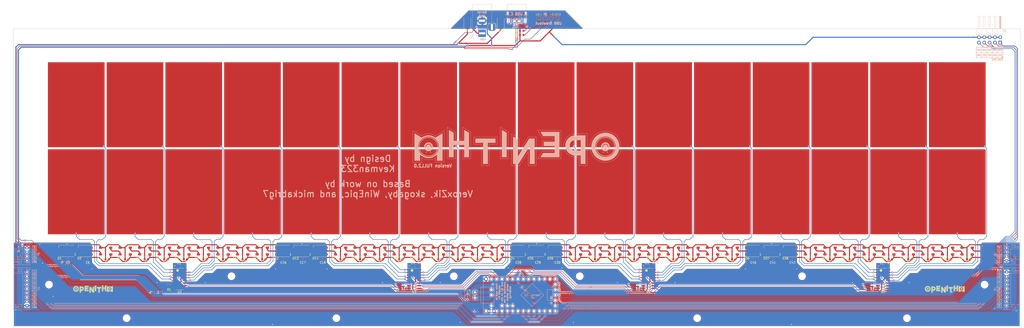
<source format=kicad_pcb>
(kicad_pcb (version 20171130) (host pcbnew "(5.1.7)-1")
  (layers (0 F.Cu signal) (31 B.Cu signal) (34 B.Paste user) (35 F.Paste user) (36 B.SilkS user) (37 F.SilkS user) (38 B.Mask user) (39 F.Mask user) (44 Edge.Cuts user))
  (net 0 "")
  (net 1 GND)
  (net 2 +5V)
  (net 3 /MUX_0)
  (net 4 /MUX_1)
  (net 5 /MUX_2)
  (net 6 /KEY_7)
  (net 7 /KEY_6)
  (net 8 /KEY_5)
  (net 9 /KEY_4)
  (net 10 /KEY_3)
  (net 11 /KEY_2)
  (net 12 /KEY_1)
  (net 13 /KEY_0)
  (net 14 /KEY_8)
  (net 15 /KEY_9)
  (net 16 /KEY_10)
  (net 17 /KEY_11)
  (net 18 /KEY_12)
  (net 19 /KEY_13)
  (net 20 /KEY_14)
  (net 21 /KEY_15)
  (net 22 /RGB_DO)
  (net 23 +3V3)
  (net 24 /TOUCH_1)
  (net 25 /TOUCH_0)
  (net 26 /RGB_DO_BUF)
  (net 27 /TOUCH_2)
  (net 28 /TOUCH_3)
  (net 29 /KEY_23)
  (net 30 /KEY_22)
  (net 31 /KEY_21)
  (net 32 /KEY_20)
  (net 33 /KEY_19)
  (net 34 /KEY_18)
  (net 35 /KEY_17)
  (net 36 /KEY_16)
  (net 37 /KEY_31)
  (net 38 /KEY_30)
  (net 39 /KEY_29)
  (net 40 /KEY_28)
  (net 41 /KEY_27)
  (net 42 /KEY_26)
  (net 43 /KEY_25)
  (net 44 /KEY_24)
  (net 45 /SPARE_3)
  (net 46 /SPARE_2)
  (net 47 /SPARE_1)
  (net 48 /SPARE_0)
  (net 49 /SPARE_4)
  (net 50 "Net-(D1-Pad2)")
  (net 51 "Net-(D2-Pad2)")
  (net 52 "Net-(D3-Pad2)")
  (net 53 "Net-(D4-Pad2)")
  (net 54 "Net-(D5-Pad2)")
  (net 55 "Net-(D6-Pad2)")
  (net 56 "Net-(D7-Pad2)")
  (net 57 "Net-(D8-Pad2)")
  (net 58 "Net-(D10-Pad4)")
  (net 59 "Net-(D10-Pad2)")
  (net 60 "Net-(D11-Pad2)")
  (net 61 "Net-(D12-Pad2)")
  (net 62 "Net-(D13-Pad2)")
  (net 63 "Net-(D14-Pad2)")
  (net 64 "Net-(D15-Pad2)")
  (net 65 "Net-(D16-Pad2)")
  (net 66 "Net-(D17-Pad2)")
  (net 67 "Net-(D18-Pad2)")
  (net 68 "Net-(D19-Pad2)")
  (net 69 "Net-(D20-Pad2)")
  (net 70 "Net-(D21-Pad2)")
  (net 71 "Net-(D22-Pad2)")
  (net 72 "Net-(D23-Pad2)")
  (net 73 "Net-(D24-Pad2)")
  (net 74 "Net-(D25-Pad2)")
  (net 75 "Net-(D26-Pad2)")
  (net 76 "Net-(D27-Pad2)")
  (net 77 "Net-(D28-Pad2)")
  (net 78 "Net-(D29-Pad2)")
  (net 79 "Net-(D30-Pad2)")
  (net 80 "Net-(D31-Pad2)")
  (net 81 "Net-(R1-Pad1)")
  (net 82 "Net-(R2-Pad1)")
  (net 83 "Net-(R3-Pad1)")
  (net 84 "Net-(R4-Pad1)")
  (net 85 "Net-(U1-Pad18)")
  (net 86 "Net-(U1-Pad17)")
  (net 87 "Net-(U1-Pad16)")
  (net 88 "Net-(U1-Pad35)")
  (net 89 "Net-(U1-Pad34)")
  (net 90 /AIR_LED_4)
  (net 91 /AIR_LED_2)
  (net 92 /AIR_LED_0)
  (net 93 /AIR_SENSOR_1)
  (net 94 /AIR_SENSOR_3)
  (net 95 /AIR_SENSOR_5)
  (net 96 /AIR_SENSOR_4)
  (net 97 /AIR_SENSOR_2)
  (net 98 /AIR_SENSOR_0)
  (net 99 /AIR_LED_1)
  (net 100 /AIR_LED_3)
  (net 101 /AIR_LED_5)
  (net 102 "Net-(J1-PadS1)")
  (net 103 "Net-(J1-PadB5)")
  (net 104 "Net-(J1-PadB8)")
  (net 105 "Net-(J1-PadA8)")
  (net 106 "Net-(J1-PadA5)")
  (net 107 "Net-(J5-Pad3)")
  (net 108 "Net-(J6-Pad3)")
  (net 109 "Net-(D32-Pad2)")
  (net 110 "Net-(D33-Pad2)")
  (net 111 /USB_D+)
  (net 112 /USB_D-)
  (net 113 /BARREL_DETECT)
  (net 114 "Net-(D34-Pad2)")
  (net 115 "Net-(D35-Pad2)")
  (net 116 "Net-(D36-Pad2)")
  (net 117 "Net-(D37-Pad2)")
  (net 118 "Net-(D38-Pad2)")
  (net 119 "Net-(D39-Pad2)")
  (net 120 "Net-(D40-Pad2)")
  (net 121 "Net-(D41-Pad2)")
  (net 122 "Net-(D42-Pad2)")
  (net 123 "Net-(D43-Pad2)")
  (net 124 "Net-(D44-Pad2)")
  (net 125 "Net-(D45-Pad2)")
  (net 126 "Net-(D46-Pad2)")
  (net 127 "Net-(D47-Pad2)")
  (net 128 "Net-(D48-Pad2)")
  (net 129 "Net-(D49-Pad2)")
  (module LED_SMD:LED_WS2812B_PLCC4_5.0x5.0mm_P3.2mm (layer F.Cu) (at 362.666667 120 180)
    (fp_text reference D47 (at 2.666667 -3.5) (layer F.SilkS))
    (fp_text value WS2812B-B)
    (fp_text user 1 (at -4.15 -1.6) (layer F.SilkS))
    (pad 1 smd rect (at -2.45 -1.6 180) (size 1.5 1) (layers F.Cu F.Paste F.Mask) (net 2 +5V))
    (pad 2 smd rect (at -2.45 1.6 180) (size 1.5 1) (layers F.Cu F.Paste F.Mask) (net 127 "Net-(D47-Pad2)"))
    (pad 4 smd rect (at 2.45 -1.6 180) (size 1.5 1) (layers F.Cu F.Paste F.Mask) (net 126 "Net-(D46-Pad2)"))
    (pad 3 smd rect (at 2.45 1.6 180) (size 1.5 1) (layers F.Cu F.Paste F.Mask) (net 1 GND))
  )
  (module LED_SMD:LED_WS2812B_PLCC4_5.0x5.0mm_P3.2mm (layer F.Cu) (at 353.333318 120 180)
    (fp_text reference D46 (at 2.333318 -3.5) (layer F.SilkS))
    (fp_text value WS2812B-B)
    (fp_text user 1 (at -4.15 -1.6) (layer F.SilkS))
    (pad 1 smd rect (at -2.45 -1.6 180) (size 1.5 1) (layers F.Cu F.Paste F.Mask) (net 2 +5V))
    (pad 2 smd rect (at -2.45 1.6 180) (size 1.5 1) (layers F.Cu F.Paste F.Mask) (net 126 "Net-(D46-Pad2)"))
    (pad 4 smd rect (at 2.45 -1.6 180) (size 1.5 1) (layers F.Cu F.Paste F.Mask) (net 125 "Net-(D45-Pad2)"))
    (pad 3 smd rect (at 2.45 1.6 180) (size 1.5 1) (layers F.Cu F.Paste F.Mask) (net 1 GND))
  )
  (module LED_SMD:LED_WS2812B_PLCC4_5.0x5.0mm_P3.2mm (layer F.Cu) (at 343.999985 120 180)
    (fp_text reference D45 (at 2.499985 -3.5) (layer F.SilkS))
    (fp_text value WS2812B-B)
    (fp_text user 1 (at -4.15 -1.6) (layer F.SilkS))
    (pad 1 smd rect (at -2.45 -1.6 180) (size 1.5 1) (layers F.Cu F.Paste F.Mask) (net 2 +5V))
    (pad 2 smd rect (at -2.45 1.6 180) (size 1.5 1) (layers F.Cu F.Paste F.Mask) (net 125 "Net-(D45-Pad2)"))
    (pad 4 smd rect (at 2.45 -1.6 180) (size 1.5 1) (layers F.Cu F.Paste F.Mask) (net 124 "Net-(D44-Pad2)"))
    (pad 3 smd rect (at 2.45 1.6 180) (size 1.5 1) (layers F.Cu F.Paste F.Mask) (net 1 GND))
  )
  (module LED_SMD:LED_WS2812B_PLCC4_5.0x5.0mm_P3.2mm (layer F.Cu) (at 334.666652 120 180)
    (fp_text reference D44 (at 2.666652 -3.5) (layer F.SilkS))
    (fp_text value WS2812B-B)
    (fp_text user 1 (at -4.15 -1.6) (layer F.SilkS))
    (pad 1 smd rect (at -2.45 -1.6 180) (size 1.5 1) (layers F.Cu F.Paste F.Mask) (net 2 +5V))
    (pad 2 smd rect (at -2.45 1.6 180) (size 1.5 1) (layers F.Cu F.Paste F.Mask) (net 124 "Net-(D44-Pad2)"))
    (pad 4 smd rect (at 2.45 -1.6 180) (size 1.5 1) (layers F.Cu F.Paste F.Mask) (net 123 "Net-(D43-Pad2)"))
    (pad 3 smd rect (at 2.45 1.6 180) (size 1.5 1) (layers F.Cu F.Paste F.Mask) (net 1 GND))
  )
  (module LED_SMD:LED_WS2812B_PLCC4_5.0x5.0mm_P3.2mm (layer F.Cu) (at 325.333319 120 180)
    (fp_text reference D43 (at 2.333319 -3.5) (layer F.SilkS))
    (fp_text value WS2812B-B)
    (fp_text user 1 (at -4.15 -1.6) (layer F.SilkS))
    (pad 1 smd rect (at -2.45 -1.6 180) (size 1.5 1) (layers F.Cu F.Paste F.Mask) (net 2 +5V))
    (pad 2 smd rect (at -2.45 1.6 180) (size 1.5 1) (layers F.Cu F.Paste F.Mask) (net 123 "Net-(D43-Pad2)"))
    (pad 4 smd rect (at 2.45 -1.6 180) (size 1.5 1) (layers F.Cu F.Paste F.Mask) (net 122 "Net-(D42-Pad2)"))
    (pad 3 smd rect (at 2.45 1.6 180) (size 1.5 1) (layers F.Cu F.Paste F.Mask) (net 1 GND))
  )
  (module LED_SMD:LED_WS2812B_PLCC4_5.0x5.0mm_P3.2mm (layer F.Cu) (at 315.999986 120 180)
    (fp_text reference D42 (at 2.499986 -3.5) (layer F.SilkS))
    (fp_text value WS2812B-B)
    (fp_text user 1 (at -4.15 -1.6) (layer F.SilkS))
    (pad 1 smd rect (at -2.45 -1.6 180) (size 1.5 1) (layers F.Cu F.Paste F.Mask) (net 2 +5V))
    (pad 2 smd rect (at -2.45 1.6 180) (size 1.5 1) (layers F.Cu F.Paste F.Mask) (net 122 "Net-(D42-Pad2)"))
    (pad 4 smd rect (at 2.45 -1.6 180) (size 1.5 1) (layers F.Cu F.Paste F.Mask) (net 121 "Net-(D41-Pad2)"))
    (pad 3 smd rect (at 2.45 1.6 180) (size 1.5 1) (layers F.Cu F.Paste F.Mask) (net 1 GND))
  )
  (module LED_SMD:LED_WS2812B_PLCC4_5.0x5.0mm_P3.2mm (layer F.Cu) (at 306.666653 120 180)
    (fp_text reference D41 (at 2.666653 -3.5) (layer F.SilkS))
    (fp_text value WS2812B-B)
    (fp_text user 1 (at -4.15 -1.6) (layer F.SilkS))
    (pad 1 smd rect (at -2.45 -1.6 180) (size 1.5 1) (layers F.Cu F.Paste F.Mask) (net 2 +5V))
    (pad 2 smd rect (at -2.45 1.6 180) (size 1.5 1) (layers F.Cu F.Paste F.Mask) (net 121 "Net-(D41-Pad2)"))
    (pad 4 smd rect (at 2.45 -1.6 180) (size 1.5 1) (layers F.Cu F.Paste F.Mask) (net 120 "Net-(D40-Pad2)"))
    (pad 3 smd rect (at 2.45 1.6 180) (size 1.5 1) (layers F.Cu F.Paste F.Mask) (net 1 GND))
  )
  (module LED_SMD:LED_WS2812B_PLCC4_5.0x5.0mm_P3.2mm (layer F.Cu) (at 297.33332 120 180)
    (fp_text reference D40 (at 2.33332 -3.5) (layer F.SilkS))
    (fp_text value WS2812B-B)
    (fp_text user 1 (at -4.15 -1.6) (layer F.SilkS))
    (pad 1 smd rect (at -2.45 -1.6 180) (size 1.5 1) (layers F.Cu F.Paste F.Mask) (net 2 +5V))
    (pad 2 smd rect (at -2.45 1.6 180) (size 1.5 1) (layers F.Cu F.Paste F.Mask) (net 120 "Net-(D40-Pad2)"))
    (pad 4 smd rect (at 2.45 -1.6 180) (size 1.5 1) (layers F.Cu F.Paste F.Mask) (net 119 "Net-(D39-Pad2)"))
    (pad 3 smd rect (at 2.45 1.6 180) (size 1.5 1) (layers F.Cu F.Paste F.Mask) (net 1 GND))
  )
  (module LED_SMD:LED_WS2812B_PLCC4_5.0x5.0mm_P3.2mm (layer F.Cu) (at 287.999987 120 180)
    (fp_text reference D39 (at 2.499987 -3.5) (layer F.SilkS))
    (fp_text value WS2812B-B)
    (fp_text user 1 (at -4.15 -1.6) (layer F.SilkS))
    (pad 3 smd rect (at 2.45 1.6 180) (size 1.5 1) (layers F.Cu F.Paste F.Mask) (net 1 GND))
    (pad 4 smd rect (at 2.45 -1.6 180) (size 1.5 1) (layers F.Cu F.Paste F.Mask) (net 118 "Net-(D38-Pad2)"))
    (pad 2 smd rect (at -2.45 1.6 180) (size 1.5 1) (layers F.Cu F.Paste F.Mask) (net 119 "Net-(D39-Pad2)"))
    (pad 1 smd rect (at -2.45 -1.6 180) (size 1.5 1) (layers F.Cu F.Paste F.Mask) (net 2 +5V))
  )
  (module LED_SMD:LED_WS2812B_PLCC4_5.0x5.0mm_P3.2mm (layer F.Cu) (at 278.666654 120 180)
    (fp_text reference D38 (at 2.666654 -3.5) (layer F.SilkS))
    (fp_text value WS2812B-B)
    (fp_text user 1 (at -4.15 -1.6) (layer F.SilkS))
    (pad 3 smd rect (at 2.45 1.6 180) (size 1.5 1) (layers F.Cu F.Paste F.Mask) (net 1 GND))
    (pad 4 smd rect (at 2.45 -1.6 180) (size 1.5 1) (layers F.Cu F.Paste F.Mask) (net 117 "Net-(D37-Pad2)"))
    (pad 2 smd rect (at -2.45 1.6 180) (size 1.5 1) (layers F.Cu F.Paste F.Mask) (net 118 "Net-(D38-Pad2)"))
    (pad 1 smd rect (at -2.45 -1.6 180) (size 1.5 1) (layers F.Cu F.Paste F.Mask) (net 2 +5V))
  )
  (module LED_SMD:LED_WS2812B_PLCC4_5.0x5.0mm_P3.2mm (layer F.Cu) (at 269.333321 120 180)
    (fp_text reference D37 (at 2.333321 -3.5) (layer F.SilkS))
    (fp_text value WS2812B-B)
    (fp_text user 1 (at -4.15 -1.6) (layer F.SilkS))
    (pad 3 smd rect (at 2.45 1.6 180) (size 1.5 1) (layers F.Cu F.Paste F.Mask) (net 1 GND))
    (pad 4 smd rect (at 2.45 -1.6 180) (size 1.5 1) (layers F.Cu F.Paste F.Mask) (net 116 "Net-(D36-Pad2)"))
    (pad 2 smd rect (at -2.45 1.6 180) (size 1.5 1) (layers F.Cu F.Paste F.Mask) (net 117 "Net-(D37-Pad2)"))
    (pad 1 smd rect (at -2.45 -1.6 180) (size 1.5 1) (layers F.Cu F.Paste F.Mask) (net 2 +5V))
  )
  (module LED_SMD:LED_WS2812B_PLCC4_5.0x5.0mm_P3.2mm (layer F.Cu) (at 259.999988 120 180)
    (fp_text reference D36 (at 2.499988 -3.5) (layer F.SilkS))
    (fp_text value WS2812B-B)
    (fp_text user 1 (at -4.15 -1.6) (layer F.SilkS))
    (pad 3 smd rect (at 2.45 1.6 180) (size 1.5 1) (layers F.Cu F.Paste F.Mask) (net 1 GND))
    (pad 4 smd rect (at 2.45 -1.6 180) (size 1.5 1) (layers F.Cu F.Paste F.Mask) (net 115 "Net-(D35-Pad2)"))
    (pad 2 smd rect (at -2.45 1.6 180) (size 1.5 1) (layers F.Cu F.Paste F.Mask) (net 116 "Net-(D36-Pad2)"))
    (pad 1 smd rect (at -2.45 -1.6 180) (size 1.5 1) (layers F.Cu F.Paste F.Mask) (net 2 +5V))
  )
  (module LED_SMD:LED_WS2812B_PLCC4_5.0x5.0mm_P3.2mm (layer F.Cu) (at 250.666655 120 180)
    (fp_text reference D35 (at 2.666655 -3.5) (layer F.SilkS))
    (fp_text value WS2812B-B)
    (fp_text user 1 (at -4.15 -1.6) (layer F.SilkS))
    (pad 3 smd rect (at 2.45 1.6 180) (size 1.5 1) (layers F.Cu F.Paste F.Mask) (net 1 GND))
    (pad 4 smd rect (at 2.45 -1.6 180) (size 1.5 1) (layers F.Cu F.Paste F.Mask) (net 114 "Net-(D34-Pad2)"))
    (pad 2 smd rect (at -2.45 1.6 180) (size 1.5 1) (layers F.Cu F.Paste F.Mask) (net 115 "Net-(D35-Pad2)"))
    (pad 1 smd rect (at -2.45 -1.6 180) (size 1.5 1) (layers F.Cu F.Paste F.Mask) (net 2 +5V))
  )
  (module LED_SMD:LED_WS2812B_PLCC4_5.0x5.0mm_P3.2mm (layer F.Cu) (at 241.333322 120 180)
    (fp_text reference D34 (at 2.333322 -3.5) (layer F.SilkS))
    (fp_text value WS2812B-B)
    (fp_text user 1 (at -4.15 -1.6) (layer F.SilkS))
    (pad 3 smd rect (at 2.45 1.6 180) (size 1.5 1) (layers F.Cu F.Paste F.Mask) (net 1 GND))
    (pad 4 smd rect (at 2.45 -1.6 180) (size 1.5 1) (layers F.Cu F.Paste F.Mask) (net 110 "Net-(D33-Pad2)"))
    (pad 2 smd rect (at -2.45 1.6 180) (size 1.5 1) (layers F.Cu F.Paste F.Mask) (net 114 "Net-(D34-Pad2)"))
    (pad 1 smd rect (at -2.45 -1.6 180) (size 1.5 1) (layers F.Cu F.Paste F.Mask) (net 2 +5V))
  )
  (module LED_SMD:LED_WS2812B_PLCC4_5.0x5.0mm_P3.2mm (layer F.Cu) (at 231.999989 120 180)
    (fp_text reference D33 (at 2.499989 -3.5) (layer F.SilkS))
    (fp_text value WS2812B-B)
    (fp_text user 1 (at -4.15 -1.6) (layer F.SilkS))
    (pad 3 smd rect (at 2.45 1.6 180) (size 1.5 1) (layers F.Cu F.Paste F.Mask) (net 1 GND))
    (pad 4 smd rect (at 2.45 -1.6 180) (size 1.5 1) (layers F.Cu F.Paste F.Mask) (net 109 "Net-(D32-Pad2)"))
    (pad 2 smd rect (at -2.45 1.6 180) (size 1.5 1) (layers F.Cu F.Paste F.Mask) (net 110 "Net-(D33-Pad2)"))
    (pad 1 smd rect (at -2.45 -1.6 180) (size 1.5 1) (layers F.Cu F.Paste F.Mask) (net 2 +5V))
  )
  (module LED_SMD:LED_WS2812B_PLCC4_5.0x5.0mm_P3.2mm (layer F.Cu) (at 222.666656 120 180)
    (fp_text reference D32 (at 2.666656 -3.5) (layer F.SilkS))
    (fp_text value WS2812B-B)
    (fp_text user 1 (at -4.15 -1.6) (layer F.SilkS))
    (pad 3 smd rect (at 2.45 1.6 180) (size 1.5 1) (layers F.Cu F.Paste F.Mask) (net 1 GND))
    (pad 4 smd rect (at 2.45 -1.6 180) (size 1.5 1) (layers F.Cu F.Paste F.Mask) (net 80 "Net-(D31-Pad2)"))
    (pad 2 smd rect (at -2.45 1.6 180) (size 1.5 1) (layers F.Cu F.Paste F.Mask) (net 109 "Net-(D32-Pad2)"))
    (pad 1 smd rect (at -2.45 -1.6 180) (size 1.5 1) (layers F.Cu F.Paste F.Mask) (net 2 +5V))
  )
  (module LED_SMD:LED_WS2812B_PLCC4_5.0x5.0mm_P3.2mm (layer F.Cu) (at 213.333323 120 180)
    (fp_text reference D31 (at 2.333323 -3.5) (layer F.SilkS))
    (fp_text value WS2812B-B)
    (fp_text user 1 (at -4.15 -1.6) (layer F.SilkS))
    (pad 3 smd rect (at 2.45 1.6 180) (size 1.5 1) (layers F.Cu F.Paste F.Mask) (net 1 GND))
    (pad 4 smd rect (at 2.45 -1.6 180) (size 1.5 1) (layers F.Cu F.Paste F.Mask) (net 79 "Net-(D30-Pad2)"))
    (pad 2 smd rect (at -2.45 1.6 180) (size 1.5 1) (layers F.Cu F.Paste F.Mask) (net 80 "Net-(D31-Pad2)"))
    (pad 1 smd rect (at -2.45 -1.6 180) (size 1.5 1) (layers F.Cu F.Paste F.Mask) (net 2 +5V))
  )
  (module LED_SMD:LED_WS2812B_PLCC4_5.0x5.0mm_P3.2mm (layer F.Cu) (at 203.99999 120 180)
    (fp_text reference D30 (at 2.49999 -3.5) (layer F.SilkS))
    (fp_text value WS2812B-B)
    (fp_text user 1 (at -4.15 -1.6) (layer F.SilkS))
    (pad 3 smd rect (at 2.45 1.6 180) (size 1.5 1) (layers F.Cu F.Paste F.Mask) (net 1 GND))
    (pad 4 smd rect (at 2.45 -1.6 180) (size 1.5 1) (layers F.Cu F.Paste F.Mask) (net 78 "Net-(D29-Pad2)"))
    (pad 2 smd rect (at -2.45 1.6 180) (size 1.5 1) (layers F.Cu F.Paste F.Mask) (net 79 "Net-(D30-Pad2)"))
    (pad 1 smd rect (at -2.45 -1.6 180) (size 1.5 1) (layers F.Cu F.Paste F.Mask) (net 2 +5V))
  )
  (module LED_SMD:LED_WS2812B_PLCC4_5.0x5.0mm_P3.2mm (layer F.Cu) (at 194.666657 120 180)
    (fp_text reference D29 (at 2.666657 -3.5) (layer F.SilkS))
    (fp_text value WS2812B-B)
    (fp_text user 1 (at -4.15 -1.6) (layer F.SilkS))
    (pad 3 smd rect (at 2.45 1.6 180) (size 1.5 1) (layers F.Cu F.Paste F.Mask) (net 1 GND))
    (pad 4 smd rect (at 2.45 -1.6 180) (size 1.5 1) (layers F.Cu F.Paste F.Mask) (net 77 "Net-(D28-Pad2)"))
    (pad 2 smd rect (at -2.45 1.6 180) (size 1.5 1) (layers F.Cu F.Paste F.Mask) (net 78 "Net-(D29-Pad2)"))
    (pad 1 smd rect (at -2.45 -1.6 180) (size 1.5 1) (layers F.Cu F.Paste F.Mask) (net 2 +5V))
  )
  (module LED_SMD:LED_WS2812B_PLCC4_5.0x5.0mm_P3.2mm (layer F.Cu) (at 185.333324 120 180)
    (fp_text reference D28 (at 2.333324 -3.5) (layer F.SilkS))
    (fp_text value WS2812B-B)
    (fp_text user 1 (at -4.15 -1.6) (layer F.SilkS))
    (pad 3 smd rect (at 2.45 1.6 180) (size 1.5 1) (layers F.Cu F.Paste F.Mask) (net 1 GND))
    (pad 4 smd rect (at 2.45 -1.6 180) (size 1.5 1) (layers F.Cu F.Paste F.Mask) (net 76 "Net-(D27-Pad2)"))
    (pad 2 smd rect (at -2.45 1.6 180) (size 1.5 1) (layers F.Cu F.Paste F.Mask) (net 77 "Net-(D28-Pad2)"))
    (pad 1 smd rect (at -2.45 -1.6 180) (size 1.5 1) (layers F.Cu F.Paste F.Mask) (net 2 +5V))
  )
  (module LED_SMD:LED_WS2812B_PLCC4_5.0x5.0mm_P3.2mm (layer F.Cu) (at 175.999991 120 180)
    (fp_text reference D27 (at 2.499991 -3.5) (layer F.SilkS))
    (fp_text value WS2812B-B)
    (fp_text user 1 (at -4.15 -1.6) (layer F.SilkS))
    (pad 3 smd rect (at 2.45 1.6 180) (size 1.5 1) (layers F.Cu F.Paste F.Mask) (net 1 GND))
    (pad 4 smd rect (at 2.45 -1.6 180) (size 1.5 1) (layers F.Cu F.Paste F.Mask) (net 75 "Net-(D26-Pad2)"))
    (pad 2 smd rect (at -2.45 1.6 180) (size 1.5 1) (layers F.Cu F.Paste F.Mask) (net 76 "Net-(D27-Pad2)"))
    (pad 1 smd rect (at -2.45 -1.6 180) (size 1.5 1) (layers F.Cu F.Paste F.Mask) (net 2 +5V))
  )
  (module LED_SMD:LED_WS2812B_PLCC4_5.0x5.0mm_P3.2mm (layer F.Cu) (at 166.666658 120 180)
    (fp_text reference D26 (at 2.666658 -3.5) (layer F.SilkS))
    (fp_text value WS2812B-B)
    (fp_text user 1 (at -4.15 -1.6) (layer F.SilkS))
    (pad 3 smd rect (at 2.45 1.6 180) (size 1.5 1) (layers F.Cu F.Paste F.Mask) (net 1 GND))
    (pad 4 smd rect (at 2.45 -1.6 180) (size 1.5 1) (layers F.Cu F.Paste F.Mask) (net 74 "Net-(D25-Pad2)"))
    (pad 2 smd rect (at -2.45 1.6 180) (size 1.5 1) (layers F.Cu F.Paste F.Mask) (net 75 "Net-(D26-Pad2)"))
    (pad 1 smd rect (at -2.45 -1.6 180) (size 1.5 1) (layers F.Cu F.Paste F.Mask) (net 2 +5V))
  )
  (module LED_SMD:LED_WS2812B_PLCC4_5.0x5.0mm_P3.2mm (layer F.Cu) (at 157.333325 120 180)
    (fp_text reference D25 (at 2.833325 -3.5) (layer F.SilkS))
    (fp_text value WS2812B-B)
    (fp_text user 1 (at -4.15 -1.6) (layer F.SilkS))
    (pad 3 smd rect (at 2.45 1.6 180) (size 1.5 1) (layers F.Cu F.Paste F.Mask) (net 1 GND))
    (pad 4 smd rect (at 2.45 -1.6 180) (size 1.5 1) (layers F.Cu F.Paste F.Mask) (net 73 "Net-(D24-Pad2)"))
    (pad 2 smd rect (at -2.45 1.6 180) (size 1.5 1) (layers F.Cu F.Paste F.Mask) (net 74 "Net-(D25-Pad2)"))
    (pad 1 smd rect (at -2.45 -1.6 180) (size 1.5 1) (layers F.Cu F.Paste F.Mask) (net 2 +5V))
  )
  (module LED_SMD:LED_WS2812B_PLCC4_5.0x5.0mm_P3.2mm (layer F.Cu) (at 147.999992 120 180)
    (fp_text reference D24 (at 2.499992 -3.5) (layer F.SilkS))
    (fp_text value WS2812B-B)
    (fp_text user 1 (at -4.15 -1.6) (layer F.SilkS))
    (pad 3 smd rect (at 2.45 1.6 180) (size 1.5 1) (layers F.Cu F.Paste F.Mask) (net 1 GND))
    (pad 4 smd rect (at 2.45 -1.6 180) (size 1.5 1) (layers F.Cu F.Paste F.Mask) (net 72 "Net-(D23-Pad2)"))
    (pad 2 smd rect (at -2.45 1.6 180) (size 1.5 1) (layers F.Cu F.Paste F.Mask) (net 73 "Net-(D24-Pad2)"))
    (pad 1 smd rect (at -2.45 -1.6 180) (size 1.5 1) (layers F.Cu F.Paste F.Mask) (net 2 +5V))
  )
  (module LED_SMD:LED_WS2812B_PLCC4_5.0x5.0mm_P3.2mm (layer F.Cu) (at 138.666659 120 180)
    (fp_text reference D23 (at 2.666659 -3.5) (layer F.SilkS))
    (fp_text value WS2812B-B)
    (fp_text user 1 (at -4.15 -1.6) (layer F.SilkS))
    (pad 3 smd rect (at 2.45 1.6 180) (size 1.5 1) (layers F.Cu F.Paste F.Mask) (net 1 GND))
    (pad 4 smd rect (at 2.45 -1.6 180) (size 1.5 1) (layers F.Cu F.Paste F.Mask) (net 71 "Net-(D22-Pad2)"))
    (pad 2 smd rect (at -2.45 1.6 180) (size 1.5 1) (layers F.Cu F.Paste F.Mask) (net 72 "Net-(D23-Pad2)"))
    (pad 1 smd rect (at -2.45 -1.6 180) (size 1.5 1) (layers F.Cu F.Paste F.Mask) (net 2 +5V))
  )
  (module LED_SMD:LED_WS2812B_PLCC4_5.0x5.0mm_P3.2mm (layer F.Cu) (at 129.333326 120 180)
    (fp_text reference D22 (at 2.833326 -3.5) (layer F.SilkS))
    (fp_text value WS2812B-B)
    (fp_text user 1 (at -4.15 -1.6) (layer F.SilkS))
    (pad 3 smd rect (at 2.45 1.6 180) (size 1.5 1) (layers F.Cu F.Paste F.Mask) (net 1 GND))
    (pad 4 smd rect (at 2.45 -1.6 180) (size 1.5 1) (layers F.Cu F.Paste F.Mask) (net 70 "Net-(D21-Pad2)"))
    (pad 2 smd rect (at -2.45 1.6 180) (size 1.5 1) (layers F.Cu F.Paste F.Mask) (net 71 "Net-(D22-Pad2)"))
    (pad 1 smd rect (at -2.45 -1.6 180) (size 1.5 1) (layers F.Cu F.Paste F.Mask) (net 2 +5V))
  )
  (module LED_SMD:LED_WS2812B_PLCC4_5.0x5.0mm_P3.2mm (layer F.Cu) (at 119.999993 120 180)
    (fp_text reference D21 (at 2.999993 -3.5) (layer F.SilkS))
    (fp_text value WS2812B-B)
    (fp_text user 1 (at -4.15 -1.6) (layer F.SilkS))
    (pad 3 smd rect (at 2.45 1.6 180) (size 1.5 1) (layers F.Cu F.Paste F.Mask) (net 1 GND))
    (pad 4 smd rect (at 2.45 -1.6 180) (size 1.5 1) (layers F.Cu F.Paste F.Mask) (net 69 "Net-(D20-Pad2)"))
    (pad 2 smd rect (at -2.45 1.6 180) (size 1.5 1) (layers F.Cu F.Paste F.Mask) (net 70 "Net-(D21-Pad2)"))
    (pad 1 smd rect (at -2.45 -1.6 180) (size 1.5 1) (layers F.Cu F.Paste F.Mask) (net 2 +5V))
  )
  (module LED_SMD:LED_WS2812B_PLCC4_5.0x5.0mm_P3.2mm (layer F.Cu) (at 110.66666 120 180)
    (fp_text reference D20 (at 2.66666 -3.5) (layer F.SilkS))
    (fp_text value WS2812B-B)
    (fp_text user 1 (at -4.15 -1.6) (layer F.SilkS))
    (pad 3 smd rect (at 2.45 1.6 180) (size 1.5 1) (layers F.Cu F.Paste F.Mask) (net 1 GND))
    (pad 4 smd rect (at 2.45 -1.6 180) (size 1.5 1) (layers F.Cu F.Paste F.Mask) (net 68 "Net-(D19-Pad2)"))
    (pad 2 smd rect (at -2.45 1.6 180) (size 1.5 1) (layers F.Cu F.Paste F.Mask) (net 69 "Net-(D20-Pad2)"))
    (pad 1 smd rect (at -2.45 -1.6 180) (size 1.5 1) (layers F.Cu F.Paste F.Mask) (net 2 +5V))
  )
  (module LED_SMD:LED_WS2812B_PLCC4_5.0x5.0mm_P3.2mm (layer F.Cu) (at 101.333327 120 180)
    (fp_text reference D19 (at 2.833327 -3.5) (layer F.SilkS))
    (fp_text value WS2812B-B)
    (fp_text user 1 (at -4.15 -1.6) (layer F.SilkS))
    (pad 3 smd rect (at 2.45 1.6 180) (size 1.5 1) (layers F.Cu F.Paste F.Mask) (net 1 GND))
    (pad 4 smd rect (at 2.45 -1.6 180) (size 1.5 1) (layers F.Cu F.Paste F.Mask) (net 67 "Net-(D18-Pad2)"))
    (pad 2 smd rect (at -2.45 1.6 180) (size 1.5 1) (layers F.Cu F.Paste F.Mask) (net 68 "Net-(D19-Pad2)"))
    (pad 1 smd rect (at -2.45 -1.6 180) (size 1.5 1) (layers F.Cu F.Paste F.Mask) (net 2 +5V))
  )
  (module LED_SMD:LED_WS2812B_PLCC4_5.0x5.0mm_P3.2mm (layer F.Cu) (at 91.999994 120 180)
    (fp_text reference D18 (at 2.499994 -3.5) (layer F.SilkS))
    (fp_text value WS2812B-B)
    (fp_text user 1 (at -4.15 -1.6) (layer F.SilkS))
    (pad 3 smd rect (at 2.45 1.6 180) (size 1.5 1) (layers F.Cu F.Paste F.Mask) (net 1 GND))
    (pad 4 smd rect (at 2.45 -1.6 180) (size 1.5 1) (layers F.Cu F.Paste F.Mask) (net 66 "Net-(D17-Pad2)"))
    (pad 2 smd rect (at -2.45 1.6 180) (size 1.5 1) (layers F.Cu F.Paste F.Mask) (net 67 "Net-(D18-Pad2)"))
    (pad 1 smd rect (at -2.45 -1.6 180) (size 1.5 1) (layers F.Cu F.Paste F.Mask) (net 2 +5V))
  )
  (module LED_SMD:LED_WS2812B_PLCC4_5.0x5.0mm_P3.2mm (layer F.Cu) (at 82.666661 120 180)
    (fp_text reference D17 (at 2.666661 -3.5) (layer F.SilkS))
    (fp_text value WS2812B-B)
    (fp_text user 1 (at -4.15 -1.6) (layer F.SilkS))
    (pad 3 smd rect (at 2.45 1.6 180) (size 1.5 1) (layers F.Cu F.Paste F.Mask) (net 1 GND))
    (pad 4 smd rect (at 2.45 -1.6 180) (size 1.5 1) (layers F.Cu F.Paste F.Mask) (net 65 "Net-(D16-Pad2)"))
    (pad 2 smd rect (at -2.45 1.6 180) (size 1.5 1) (layers F.Cu F.Paste F.Mask) (net 66 "Net-(D17-Pad2)"))
    (pad 1 smd rect (at -2.45 -1.6 180) (size 1.5 1) (layers F.Cu F.Paste F.Mask) (net 2 +5V))
  )
  (module LED_SMD:LED_WS2812B_PLCC4_5.0x5.0mm_P3.2mm (layer F.Cu) (at 73.333328 120 180)
    (fp_text reference D16 (at 2.833328 -3.5) (layer F.SilkS))
    (fp_text value WS2812B-B)
    (fp_text user 1 (at -4.15 -1.6) (layer F.SilkS))
    (pad 3 smd rect (at 2.45 1.6 180) (size 1.5 1) (layers F.Cu F.Paste F.Mask) (net 1 GND))
    (pad 4 smd rect (at 2.45 -1.6 180) (size 1.5 1) (layers F.Cu F.Paste F.Mask) (net 64 "Net-(D15-Pad2)"))
    (pad 2 smd rect (at -2.45 1.6 180) (size 1.5 1) (layers F.Cu F.Paste F.Mask) (net 65 "Net-(D16-Pad2)"))
    (pad 1 smd rect (at -2.45 -1.6 180) (size 1.5 1) (layers F.Cu F.Paste F.Mask) (net 2 +5V))
  )
  (module LED_SMD:LED_WS2812B_PLCC4_5.0x5.0mm_P3.2mm (layer F.Cu) (at 63.999995 120 180)
    (fp_text reference D15 (at 2.999995 -3.5) (layer F.SilkS))
    (fp_text value WS2812B-B)
    (fp_text user 1 (at -4.15 -1.6) (layer F.SilkS))
    (pad 3 smd rect (at 2.45 1.6 180) (size 1.5 1) (layers F.Cu F.Paste F.Mask) (net 1 GND))
    (pad 4 smd rect (at 2.45 -1.6 180) (size 1.5 1) (layers F.Cu F.Paste F.Mask) (net 63 "Net-(D14-Pad2)"))
    (pad 2 smd rect (at -2.45 1.6 180) (size 1.5 1) (layers F.Cu F.Paste F.Mask) (net 64 "Net-(D15-Pad2)"))
    (pad 1 smd rect (at -2.45 -1.6 180) (size 1.5 1) (layers F.Cu F.Paste F.Mask) (net 2 +5V))
  )
  (module LED_SMD:LED_WS2812B_PLCC4_5.0x5.0mm_P3.2mm (layer F.Cu) (at 54.666662 120 180)
    (fp_text reference D14 (at 2.666662 -3.5) (layer F.SilkS))
    (fp_text value WS2812B-B)
    (fp_text user 1 (at -4.15 -1.6) (layer F.SilkS))
    (pad 3 smd rect (at 2.45 1.6 180) (size 1.5 1) (layers F.Cu F.Paste F.Mask) (net 1 GND))
    (pad 4 smd rect (at 2.45 -1.6 180) (size 1.5 1) (layers F.Cu F.Paste F.Mask) (net 62 "Net-(D13-Pad2)"))
    (pad 2 smd rect (at -2.45 1.6 180) (size 1.5 1) (layers F.Cu F.Paste F.Mask) (net 63 "Net-(D14-Pad2)"))
    (pad 1 smd rect (at -2.45 -1.6 180) (size 1.5 1) (layers F.Cu F.Paste F.Mask) (net 2 +5V))
  )
  (module LED_SMD:LED_WS2812B_PLCC4_5.0x5.0mm_P3.2mm (layer F.Cu) (at 45.333329 120 180)
    (fp_text reference D13 (at 2.833329 -3.5) (layer F.SilkS))
    (fp_text value WS2812B-B)
    (fp_text user 1 (at -4.15 -1.6) (layer F.SilkS))
    (pad 3 smd rect (at 2.45 1.6 180) (size 1.5 1) (layers F.Cu F.Paste F.Mask) (net 1 GND))
    (pad 4 smd rect (at 2.45 -1.6 180) (size 1.5 1) (layers F.Cu F.Paste F.Mask) (net 61 "Net-(D12-Pad2)"))
    (pad 2 smd rect (at -2.45 1.6 180) (size 1.5 1) (layers F.Cu F.Paste F.Mask) (net 62 "Net-(D13-Pad2)"))
    (pad 1 smd rect (at -2.45 -1.6 180) (size 1.5 1) (layers F.Cu F.Paste F.Mask) (net 2 +5V))
  )
  (module LED_SMD:LED_WS2812B_PLCC4_5.0x5.0mm_P3.2mm (layer F.Cu) (at 35.999996 120 180)
    (fp_text reference D12 (at 2.999996 -3.5) (layer F.SilkS))
    (fp_text value WS2812B-B)
    (fp_text user 1 (at -4.15 -1.6) (layer F.SilkS))
    (pad 3 smd rect (at 2.45 1.6 180) (size 1.5 1) (layers F.Cu F.Paste F.Mask) (net 1 GND))
    (pad 4 smd rect (at 2.45 -1.6 180) (size 1.5 1) (layers F.Cu F.Paste F.Mask) (net 60 "Net-(D11-Pad2)"))
    (pad 2 smd rect (at -2.45 1.6 180) (size 1.5 1) (layers F.Cu F.Paste F.Mask) (net 61 "Net-(D12-Pad2)"))
    (pad 1 smd rect (at -2.45 -1.6 180) (size 1.5 1) (layers F.Cu F.Paste F.Mask) (net 2 +5V))
  )
  (module LED_SMD:LED_WS2812B_PLCC4_5.0x5.0mm_P3.2mm (layer F.Cu) (at 26.666663 120 180)
    (fp_text reference D11 (at 3.166663 -3.5) (layer F.SilkS))
    (fp_text value WS2812B-B)
    (fp_text user 1 (at -4.15 -1.6) (layer F.SilkS))
    (pad 3 smd rect (at 2.45 1.6 180) (size 1.5 1) (layers F.Cu F.Paste F.Mask) (net 1 GND))
    (pad 4 smd rect (at 2.45 -1.6 180) (size 1.5 1) (layers F.Cu F.Paste F.Mask) (net 59 "Net-(D10-Pad2)"))
    (pad 2 smd rect (at -2.45 1.6 180) (size 1.5 1) (layers F.Cu F.Paste F.Mask) (net 60 "Net-(D11-Pad2)"))
    (pad 1 smd rect (at -2.45 -1.6 180) (size 1.5 1) (layers F.Cu F.Paste F.Mask) (net 2 +5V))
  )
  (module LED_SMD:LED_WS2812B_PLCC4_5.0x5.0mm_P3.2mm (layer F.Cu) (at 17.33333 120 180)
    (fp_text reference D10 (at 3.33333 -3.5) (layer F.SilkS))
    (fp_text value WS2812B-B)
    (fp_text user 1 (at -4.15 -1.6) (layer F.SilkS))
    (pad 3 smd rect (at 2.45 1.6 180) (size 1.5 1) (layers F.Cu F.Paste F.Mask) (net 1 GND))
    (pad 4 smd rect (at 2.45 -1.6 180) (size 1.5 1) (layers F.Cu F.Paste F.Mask) (net 58 "Net-(D10-Pad4)"))
    (pad 2 smd rect (at -2.45 1.6 180) (size 1.5 1) (layers F.Cu F.Paste F.Mask) (net 59 "Net-(D10-Pad2)"))
    (pad 1 smd rect (at -2.45 -1.6 180) (size 1.5 1) (layers F.Cu F.Paste F.Mask) (net 2 +5V))
  )
  (module LED_SMD:LED_WS2812B_PLCC4_5.0x5.0mm_P3.2mm (layer F.Cu) (at 7.999997 120 180)
    (fp_text reference D9 (at 2.999997 -3.5) (layer F.SilkS))
    (fp_text value WS2812B-B)
    (fp_text user 1 (at -4.15 -1.6) (layer F.SilkS))
    (pad 3 smd rect (at 2.45 1.6 180) (size 1.5 1) (layers F.Cu F.Paste F.Mask) (net 1 GND))
    (pad 4 smd rect (at 2.45 -1.6 180) (size 1.5 1) (layers F.Cu F.Paste F.Mask) (net 57 "Net-(D8-Pad2)"))
    (pad 2 smd rect (at -2.45 1.6 180) (size 1.5 1) (layers F.Cu F.Paste F.Mask) (net 58 "Net-(D10-Pad4)"))
    (pad 1 smd rect (at -2.45 -1.6 180) (size 1.5 1) (layers F.Cu F.Paste F.Mask) (net 2 +5V))
  )
  (module LED_SMD:LED_WS2812B_PLCC4_5.0x5.0mm_P3.2mm (layer F.Cu) (at -1.333336 120 180)
    (fp_text reference D8 (at 3.166664 -3.5) (layer F.SilkS))
    (fp_text value WS2812B-B)
    (fp_text user 1 (at -4.15 -1.6) (layer F.SilkS))
    (pad 3 smd rect (at 2.45 1.6 180) (size 1.5 1) (layers F.Cu F.Paste F.Mask) (net 1 GND))
    (pad 4 smd rect (at 2.45 -1.6 180) (size 1.5 1) (layers F.Cu F.Paste F.Mask) (net 56 "Net-(D7-Pad2)"))
    (pad 2 smd rect (at -2.45 1.6 180) (size 1.5 1) (layers F.Cu F.Paste F.Mask) (net 57 "Net-(D8-Pad2)"))
    (pad 1 smd rect (at -2.45 -1.6 180) (size 1.5 1) (layers F.Cu F.Paste F.Mask) (net 2 +5V))
  )
  (module LED_SMD:LED_WS2812B_PLCC4_5.0x5.0mm_P3.2mm (layer F.Cu) (at -10.666669 120 180)
    (fp_text reference D7 (at 3.333331 -3.5) (layer F.SilkS))
    (fp_text value WS2812B-B)
    (fp_text user 1 (at -4.15 -1.6) (layer F.SilkS))
    (pad 3 smd rect (at 2.45 1.6 180) (size 1.5 1) (layers F.Cu F.Paste F.Mask) (net 1 GND))
    (pad 4 smd rect (at 2.45 -1.6 180) (size 1.5 1) (layers F.Cu F.Paste F.Mask) (net 55 "Net-(D6-Pad2)"))
    (pad 2 smd rect (at -2.45 1.6 180) (size 1.5 1) (layers F.Cu F.Paste F.Mask) (net 56 "Net-(D7-Pad2)"))
    (pad 1 smd rect (at -2.45 -1.6 180) (size 1.5 1) (layers F.Cu F.Paste F.Mask) (net 2 +5V))
  )
  (module LED_SMD:LED_WS2812B_PLCC4_5.0x5.0mm_P3.2mm (layer F.Cu) (at -20.000002 120 180)
    (fp_text reference D6 (at 2.999998 -3.5) (layer F.SilkS))
    (fp_text value WS2812B-B)
    (fp_text user 1 (at -4.15 -1.6) (layer F.SilkS))
    (pad 3 smd rect (at 2.45 1.6 180) (size 1.5 1) (layers F.Cu F.Paste F.Mask) (net 1 GND))
    (pad 4 smd rect (at 2.45 -1.6 180) (size 1.5 1) (layers F.Cu F.Paste F.Mask) (net 54 "Net-(D5-Pad2)"))
    (pad 2 smd rect (at -2.45 1.6 180) (size 1.5 1) (layers F.Cu F.Paste F.Mask) (net 55 "Net-(D6-Pad2)"))
    (pad 1 smd rect (at -2.45 -1.6 180) (size 1.5 1) (layers F.Cu F.Paste F.Mask) (net 2 +5V))
  )
  (module LED_SMD:LED_WS2812B_PLCC4_5.0x5.0mm_P3.2mm (layer F.Cu) (at -29.333335 120 180)
    (fp_text reference D5 (at 3.166665 -3.5) (layer F.SilkS))
    (fp_text value WS2812B-B)
    (fp_text user 1 (at -4.15 -1.6) (layer F.SilkS))
    (pad 3 smd rect (at 2.45 1.6 180) (size 1.5 1) (layers F.Cu F.Paste F.Mask) (net 1 GND))
    (pad 4 smd rect (at 2.45 -1.6 180) (size 1.5 1) (layers F.Cu F.Paste F.Mask) (net 53 "Net-(D4-Pad2)"))
    (pad 2 smd rect (at -2.45 1.6 180) (size 1.5 1) (layers F.Cu F.Paste F.Mask) (net 54 "Net-(D5-Pad2)"))
    (pad 1 smd rect (at -2.45 -1.6 180) (size 1.5 1) (layers F.Cu F.Paste F.Mask) (net 2 +5V))
  )
  (module LED_SMD:LED_WS2812B_PLCC4_5.0x5.0mm_P3.2mm (layer F.Cu) (at -38.666668 120 180)
    (fp_text reference D4 (at 2.833332 -3.5) (layer F.SilkS))
    (fp_text value WS2812B-B)
    (fp_text user 1 (at -4.15 -1.6) (layer F.SilkS))
    (pad 3 smd rect (at 2.45 1.6 180) (size 1.5 1) (layers F.Cu F.Paste F.Mask) (net 1 GND))
    (pad 4 smd rect (at 2.45 -1.6 180) (size 1.5 1) (layers F.Cu F.Paste F.Mask) (net 52 "Net-(D3-Pad2)"))
    (pad 2 smd rect (at -2.45 1.6 180) (size 1.5 1) (layers F.Cu F.Paste F.Mask) (net 53 "Net-(D4-Pad2)"))
    (pad 1 smd rect (at -2.45 -1.6 180) (size 1.5 1) (layers F.Cu F.Paste F.Mask) (net 2 +5V))
  )
  (module LED_SMD:LED_WS2812B_PLCC4_5.0x5.0mm_P3.2mm (layer F.Cu) (at -48.000001 120 180)
    (fp_text reference D3 (at 2.999999 -3.5) (layer F.SilkS))
    (fp_text value WS2812B-B)
    (fp_text user 1 (at -4.15 -1.6) (layer F.SilkS))
    (pad 3 smd rect (at 2.45 1.6 180) (size 1.5 1) (layers F.Cu F.Paste F.Mask) (net 1 GND))
    (pad 4 smd rect (at 2.45 -1.6 180) (size 1.5 1) (layers F.Cu F.Paste F.Mask) (net 51 "Net-(D2-Pad2)"))
    (pad 2 smd rect (at -2.45 1.6 180) (size 1.5 1) (layers F.Cu F.Paste F.Mask) (net 52 "Net-(D3-Pad2)"))
    (pad 1 smd rect (at -2.45 -1.6 180) (size 1.5 1) (layers F.Cu F.Paste F.Mask) (net 2 +5V))
  )
  (module LED_SMD:LED_WS2812B_PLCC4_5.0x5.0mm_P3.2mm (layer F.Cu) (at -57.333334 120 180)
    (fp_text reference D2 (at 3.166666 -3.5) (layer F.SilkS))
    (fp_text value WS2812B-B)
    (fp_text user 1 (at -4.15 -1.6) (layer F.SilkS))
    (pad 3 smd rect (at 2.45 1.6 180) (size 1.5 1) (layers F.Cu F.Paste F.Mask) (net 1 GND))
    (pad 4 smd rect (at 2.45 -1.6 180) (size 1.5 1) (layers F.Cu F.Paste F.Mask) (net 50 "Net-(D1-Pad2)"))
    (pad 2 smd rect (at -2.45 1.6 180) (size 1.5 1) (layers F.Cu F.Paste F.Mask) (net 51 "Net-(D2-Pad2)"))
    (pad 1 smd rect (at -2.45 -1.6 180) (size 1.5 1) (layers F.Cu F.Paste F.Mask) (net 2 +5V))
  )
  (module Capacitor_SMD:C_0603_1608Metric (layer F.Cu) (at 363.391667 124)
    (fp_text reference C51 (at 0 1.5) (layer F.SilkS))
    (fp_text value 100nF)
    (pad 2 smd roundrect (at 0.775 0) (size 0.9 0.95) (layers F.Cu F.Paste F.Mask) (net 2 +5V))
    (pad 1 smd roundrect (at -0.775 0) (size 0.9 0.95) (layers F.Cu F.Paste F.Mask) (net 1 GND))
  )
  (module Capacitor_SMD:C_0603_1608Metric (layer F.Cu) (at 354.058318 124)
    (fp_text reference C50 (at 0 1.5) (layer F.SilkS))
    (fp_text value 100nF)
    (pad 2 smd roundrect (at 0.775 0) (size 0.9 0.95) (layers F.Cu F.Paste F.Mask) (net 2 +5V))
    (pad 1 smd roundrect (at -0.775 0) (size 0.9 0.95) (layers F.Cu F.Paste F.Mask) (net 1 GND))
  )
  (module Capacitor_SMD:C_0603_1608Metric (layer F.Cu) (at 344.724985 124)
    (fp_text reference C49 (at 0 1.5) (layer F.SilkS))
    (fp_text value 100nF)
    (pad 2 smd roundrect (at 0.775 0) (size 0.9 0.95) (layers F.Cu F.Paste F.Mask) (net 2 +5V))
    (pad 1 smd roundrect (at -0.775 0) (size 0.9 0.95) (layers F.Cu F.Paste F.Mask) (net 1 GND))
  )
  (module Capacitor_SMD:C_0603_1608Metric (layer F.Cu) (at 335.391652 124)
    (fp_text reference C48 (at 0 1.5) (layer F.SilkS))
    (fp_text value 100nF)
    (pad 2 smd roundrect (at 0.775 0) (size 0.9 0.95) (layers F.Cu F.Paste F.Mask) (net 2 +5V))
    (pad 1 smd roundrect (at -0.775 0) (size 0.9 0.95) (layers F.Cu F.Paste F.Mask) (net 1 GND))
  )
  (module Capacitor_SMD:C_0603_1608Metric (layer F.Cu) (at 326.058319 124)
    (fp_text reference C47 (at 0 1.5) (layer F.SilkS))
    (fp_text value 100nF)
    (pad 2 smd roundrect (at 0.775 0) (size 0.9 0.95) (layers F.Cu F.Paste F.Mask) (net 2 +5V))
    (pad 1 smd roundrect (at -0.775 0) (size 0.9 0.95) (layers F.Cu F.Paste F.Mask) (net 1 GND))
  )
  (module Capacitor_SMD:C_0603_1608Metric (layer F.Cu) (at 316.724986 124)
    (fp_text reference C46 (at 0 1.5) (layer F.SilkS))
    (fp_text value 100nF)
    (pad 2 smd roundrect (at 0.775 0) (size 0.9 0.95) (layers F.Cu F.Paste F.Mask) (net 2 +5V))
    (pad 1 smd roundrect (at -0.775 0) (size 0.9 0.95) (layers F.Cu F.Paste F.Mask) (net 1 GND))
  )
  (module Capacitor_SMD:C_0603_1608Metric (layer F.Cu) (at 307.391653 124)
    (fp_text reference C45 (at 0 1.5) (layer F.SilkS))
    (fp_text value 100nF)
    (pad 2 smd roundrect (at 0.775 0) (size 0.9 0.95) (layers F.Cu F.Paste F.Mask) (net 2 +5V))
    (pad 1 smd roundrect (at -0.775 0) (size 0.9 0.95) (layers F.Cu F.Paste F.Mask) (net 1 GND))
  )
  (module Capacitor_SMD:C_0603_1608Metric (layer F.Cu) (at 298.05832 124)
    (fp_text reference C44 (at 0 1.5) (layer F.SilkS))
    (fp_text value 100nF)
    (pad 2 smd roundrect (at 0.775 0) (size 0.9 0.95) (layers F.Cu F.Paste F.Mask) (net 2 +5V))
    (pad 1 smd roundrect (at -0.775 0) (size 0.9 0.95) (layers F.Cu F.Paste F.Mask) (net 1 GND))
  )
  (module Capacitor_SMD:C_0603_1608Metric (layer F.Cu) (at 288.724987 124)
    (fp_text reference C43 (at 0 1.5) (layer F.SilkS))
    (fp_text value 100nF)
    (pad 2 smd roundrect (at 0.775 0) (size 0.9 0.95) (layers F.Cu F.Paste F.Mask) (net 2 +5V))
    (pad 1 smd roundrect (at -0.775 0) (size 0.9 0.95) (layers F.Cu F.Paste F.Mask) (net 1 GND))
  )
  (module Capacitor_SMD:C_0603_1608Metric (layer F.Cu) (at 279.391654 124)
    (fp_text reference C42 (at 0 1.5) (layer F.SilkS))
    (fp_text value 100nF)
    (pad 1 smd roundrect (at -0.775 0) (size 0.9 0.95) (layers F.Cu F.Paste F.Mask) (net 1 GND))
    (pad 2 smd roundrect (at 0.775 0) (size 0.9 0.95) (layers F.Cu F.Paste F.Mask) (net 2 +5V))
  )
  (module Capacitor_SMD:C_0603_1608Metric (layer F.Cu) (at 270.058321 124)
    (fp_text reference C41 (at 0 1.5) (layer F.SilkS))
    (fp_text value 100nF)
    (pad 1 smd roundrect (at -0.775 0) (size 0.9 0.95) (layers F.Cu F.Paste F.Mask) (net 1 GND))
    (pad 2 smd roundrect (at 0.775 0) (size 0.9 0.95) (layers F.Cu F.Paste F.Mask) (net 2 +5V))
  )
  (module Capacitor_SMD:C_0603_1608Metric (layer F.Cu) (at 260.724988 124)
    (fp_text reference C40 (at 0 1.5) (layer F.SilkS))
    (fp_text value 100nF)
    (pad 1 smd roundrect (at -0.775 0) (size 0.9 0.95) (layers F.Cu F.Paste F.Mask) (net 1 GND))
    (pad 2 smd roundrect (at 0.775 0) (size 0.9 0.95) (layers F.Cu F.Paste F.Mask) (net 2 +5V))
  )
  (module Capacitor_SMD:C_0603_1608Metric (layer F.Cu) (at 251.391655 124)
    (fp_text reference C39 (at 0.108345 1.5) (layer F.SilkS))
    (fp_text value 100nF)
    (pad 1 smd roundrect (at -0.775 0) (size 0.9 0.95) (layers F.Cu F.Paste F.Mask) (net 1 GND))
    (pad 2 smd roundrect (at 0.775 0) (size 0.9 0.95) (layers F.Cu F.Paste F.Mask) (net 2 +5V))
  )
  (module Capacitor_SMD:C_0603_1608Metric (layer F.Cu) (at 242.058322 124)
    (fp_text reference C38 (at 0 1.5) (layer F.SilkS))
    (fp_text value 100nF)
    (pad 1 smd roundrect (at -0.775 0) (size 0.9 0.95) (layers F.Cu F.Paste F.Mask) (net 1 GND))
    (pad 2 smd roundrect (at 0.775 0) (size 0.9 0.95) (layers F.Cu F.Paste F.Mask) (net 2 +5V))
  )
  (module Capacitor_SMD:C_0603_1608Metric (layer F.Cu) (at 232.724989 124)
    (fp_text reference C37 (at 0 1.5) (layer F.SilkS))
    (fp_text value 100nF)
    (pad 1 smd roundrect (at -0.775 0) (size 0.9 0.95) (layers F.Cu F.Paste F.Mask) (net 1 GND))
    (pad 2 smd roundrect (at 0.775 0) (size 0.9 0.95) (layers F.Cu F.Paste F.Mask) (net 2 +5V))
  )
  (module Capacitor_SMD:C_0603_1608Metric (layer F.Cu) (at 223.391656 124)
    (fp_text reference C36 (at 0 1.5) (layer F.SilkS))
    (fp_text value 100nF)
    (pad 1 smd roundrect (at -0.775 0) (size 0.9 0.95) (layers F.Cu F.Paste F.Mask) (net 1 GND))
    (pad 2 smd roundrect (at 0.775 0) (size 0.9 0.95) (layers F.Cu F.Paste F.Mask) (net 2 +5V))
  )
  (module Capacitor_SMD:C_0603_1608Metric (layer F.Cu) (at 214.058323 124)
    (fp_text reference C35 (at 0 1.5) (layer F.SilkS))
    (fp_text value 100nF)
    (pad 1 smd roundrect (at -0.775 0) (size 0.9 0.95) (layers F.Cu F.Paste F.Mask) (net 1 GND))
    (pad 2 smd roundrect (at 0.775 0) (size 0.9 0.95) (layers F.Cu F.Paste F.Mask) (net 2 +5V))
  )
  (module Capacitor_SMD:C_0603_1608Metric (layer F.Cu) (at 204.72499 124)
    (fp_text reference C34 (at 0 1.5) (layer F.SilkS))
    (fp_text value 100nF)
    (pad 1 smd roundrect (at -0.775 0) (size 0.9 0.95) (layers F.Cu F.Paste F.Mask) (net 1 GND))
    (pad 2 smd roundrect (at 0.775 0) (size 0.9 0.95) (layers F.Cu F.Paste F.Mask) (net 2 +5V))
  )
  (module Capacitor_SMD:C_0603_1608Metric (layer F.Cu) (at 195.391657 124)
    (fp_text reference C33 (at 0 1.5) (layer F.SilkS))
    (fp_text value 100nF)
    (pad 1 smd roundrect (at -0.775 0) (size 0.9 0.95) (layers F.Cu F.Paste F.Mask) (net 1 GND))
    (pad 2 smd roundrect (at 0.775 0) (size 0.9 0.95) (layers F.Cu F.Paste F.Mask) (net 2 +5V))
  )
  (module Capacitor_SMD:C_0603_1608Metric (layer F.Cu) (at 186.058324 124)
    (fp_text reference C32 (at -0.058324 1.5) (layer F.SilkS))
    (fp_text value 100nF)
    (pad 1 smd roundrect (at -0.775 0) (size 0.9 0.95) (layers F.Cu F.Paste F.Mask) (net 1 GND))
    (pad 2 smd roundrect (at 0.775 0) (size 0.9 0.95) (layers F.Cu F.Paste F.Mask) (net 2 +5V))
  )
  (module Capacitor_SMD:C_0603_1608Metric (layer F.Cu) (at 176.724991 124)
    (fp_text reference C31 (at 0 1.5) (layer F.SilkS))
    (fp_text value 100nF)
    (pad 1 smd roundrect (at -0.775 0) (size 0.9 0.95) (layers F.Cu F.Paste F.Mask) (net 1 GND))
    (pad 2 smd roundrect (at 0.775 0) (size 0.9 0.95) (layers F.Cu F.Paste F.Mask) (net 2 +5V))
  )
  (module Capacitor_SMD:C_0603_1608Metric (layer F.Cu) (at 167.391658 124)
    (fp_text reference C30 (at 0 1.5) (layer F.SilkS))
    (fp_text value 100nF)
    (pad 1 smd roundrect (at -0.775 0) (size 0.9 0.95) (layers F.Cu F.Paste F.Mask) (net 1 GND))
    (pad 2 smd roundrect (at 0.775 0) (size 0.9 0.95) (layers F.Cu F.Paste F.Mask) (net 2 +5V))
  )
  (module Capacitor_SMD:C_0603_1608Metric (layer F.Cu) (at 158.058325 124)
    (fp_text reference C29 (at 0 1.5) (layer F.SilkS))
    (fp_text value 100nF)
    (pad 1 smd roundrect (at -0.775 0) (size 0.9 0.95) (layers F.Cu F.Paste F.Mask) (net 1 GND))
    (pad 2 smd roundrect (at 0.775 0) (size 0.9 0.95) (layers F.Cu F.Paste F.Mask) (net 2 +5V))
  )
  (module Capacitor_SMD:C_0603_1608Metric (layer F.Cu) (at 148.724992 124)
    (fp_text reference C28 (at 0 1.5) (layer F.SilkS))
    (fp_text value 100nF)
    (pad 1 smd roundrect (at -0.775 0) (size 0.9 0.95) (layers F.Cu F.Paste F.Mask) (net 1 GND))
    (pad 2 smd roundrect (at 0.775 0) (size 0.9 0.95) (layers F.Cu F.Paste F.Mask) (net 2 +5V))
  )
  (module Capacitor_SMD:C_0603_1608Metric (layer F.Cu) (at 139.391659 124)
    (fp_text reference C27 (at 0 1.5) (layer F.SilkS))
    (fp_text value 100nF)
    (pad 1 smd roundrect (at -0.775 0) (size 0.9 0.95) (layers F.Cu F.Paste F.Mask) (net 1 GND))
    (pad 2 smd roundrect (at 0.775 0) (size 0.9 0.95) (layers F.Cu F.Paste F.Mask) (net 2 +5V))
  )
  (module Capacitor_SMD:C_0603_1608Metric (layer F.Cu) (at 130.058326 124)
    (fp_text reference C26 (at 0 1.5) (layer F.SilkS))
    (fp_text value 100nF)
    (pad 1 smd roundrect (at -0.775 0) (size 0.9 0.95) (layers F.Cu F.Paste F.Mask) (net 1 GND))
    (pad 2 smd roundrect (at 0.775 0) (size 0.9 0.95) (layers F.Cu F.Paste F.Mask) (net 2 +5V))
  )
  (module Capacitor_SMD:C_0603_1608Metric (layer F.Cu) (at 120.724993 124)
    (fp_text reference C25 (at 0 1.5) (layer F.SilkS))
    (fp_text value 100nF)
    (pad 1 smd roundrect (at -0.775 0) (size 0.9 0.95) (layers F.Cu F.Paste F.Mask) (net 1 GND))
    (pad 2 smd roundrect (at 0.775 0) (size 0.9 0.95) (layers F.Cu F.Paste F.Mask) (net 2 +5V))
  )
  (module Capacitor_SMD:C_0603_1608Metric (layer F.Cu) (at 111.39166 124)
    (fp_text reference C24 (at 0 1.5) (layer F.SilkS))
    (fp_text value 100nF)
    (pad 1 smd roundrect (at -0.775 0) (size 0.9 0.95) (layers F.Cu F.Paste F.Mask) (net 1 GND))
    (pad 2 smd roundrect (at 0.775 0) (size 0.9 0.95) (layers F.Cu F.Paste F.Mask) (net 2 +5V))
  )
  (module Capacitor_SMD:C_0603_1608Metric (layer F.Cu) (at 102.058327 124)
    (fp_text reference C23 (at 0 1.5) (layer F.SilkS))
    (fp_text value 100nF)
    (pad 1 smd roundrect (at -0.775 0) (size 0.9 0.95) (layers F.Cu F.Paste F.Mask) (net 1 GND))
    (pad 2 smd roundrect (at 0.775 0) (size 0.9 0.95) (layers F.Cu F.Paste F.Mask) (net 2 +5V))
  )
  (module Capacitor_SMD:C_0603_1608Metric (layer F.Cu) (at 92.724994 124)
    (fp_text reference C22 (at 0 1.5) (layer F.SilkS))
    (fp_text value 100nF)
    (pad 1 smd roundrect (at -0.775 0) (size 0.9 0.95) (layers F.Cu F.Paste F.Mask) (net 1 GND))
    (pad 2 smd roundrect (at 0.775 0) (size 0.9 0.95) (layers F.Cu F.Paste F.Mask) (net 2 +5V))
  )
  (module Capacitor_SMD:C_0603_1608Metric (layer F.Cu) (at 83.391661 124)
    (fp_text reference C21 (at 0 1.5) (layer F.SilkS))
    (fp_text value 100nF)
    (pad 1 smd roundrect (at -0.775 0) (size 0.9 0.95) (layers F.Cu F.Paste F.Mask) (net 1 GND))
    (pad 2 smd roundrect (at 0.775 0) (size 0.9 0.95) (layers F.Cu F.Paste F.Mask) (net 2 +5V))
  )
  (module Capacitor_SMD:C_0603_1608Metric (layer F.Cu) (at 74.058328 124)
    (fp_text reference C20 (at -0.058328 1.5) (layer F.SilkS))
    (fp_text value 100nF)
    (pad 1 smd roundrect (at -0.775 0) (size 0.9 0.95) (layers F.Cu F.Paste F.Mask) (net 1 GND))
    (pad 2 smd roundrect (at 0.775 0) (size 0.9 0.95) (layers F.Cu F.Paste F.Mask) (net 2 +5V))
  )
  (module Capacitor_SMD:C_0603_1608Metric (layer F.Cu) (at 64.724995 124)
    (fp_text reference C19 (at 0 1.5) (layer F.SilkS))
    (fp_text value 100nF)
    (pad 1 smd roundrect (at -0.775 0) (size 0.9 0.95) (layers F.Cu F.Paste F.Mask) (net 1 GND))
    (pad 2 smd roundrect (at 0.775 0) (size 0.9 0.95) (layers F.Cu F.Paste F.Mask) (net 2 +5V))
  )
  (module Capacitor_SMD:C_0603_1608Metric (layer F.Cu) (at 55.391662 124)
    (fp_text reference C18 (at 0.108338 1.5) (layer F.SilkS))
    (fp_text value 100nF)
    (pad 1 smd roundrect (at -0.775 0) (size 0.9 0.95) (layers F.Cu F.Paste F.Mask) (net 1 GND))
    (pad 2 smd roundrect (at 0.775 0) (size 0.9 0.95) (layers F.Cu F.Paste F.Mask) (net 2 +5V))
  )
  (module Capacitor_SMD:C_0603_1608Metric (layer F.Cu) (at 46.058329 124)
    (fp_text reference C17 (at -0.058329 1.5) (layer F.SilkS))
    (fp_text value 100nF)
    (pad 1 smd roundrect (at -0.775 0) (size 0.9 0.95) (layers F.Cu F.Paste F.Mask) (net 1 GND))
    (pad 2 smd roundrect (at 0.775 0) (size 0.9 0.95) (layers F.Cu F.Paste F.Mask) (net 2 +5V))
  )
  (module Capacitor_SMD:C_0603_1608Metric (layer F.Cu) (at 36.724996 124)
    (fp_text reference C16 (at 0 1.5) (layer F.SilkS))
    (fp_text value 100nF)
    (pad 1 smd roundrect (at -0.775 0) (size 0.9 0.95) (layers F.Cu F.Paste F.Mask) (net 1 GND))
    (pad 2 smd roundrect (at 0.775 0) (size 0.9 0.95) (layers F.Cu F.Paste F.Mask) (net 2 +5V))
  )
  (module Capacitor_SMD:C_0603_1608Metric (layer F.Cu) (at 27.391663 124)
    (fp_text reference C15 (at 0 1.5) (layer F.SilkS))
    (fp_text value 100nF)
    (pad 1 smd roundrect (at -0.775 0) (size 0.9 0.95) (layers F.Cu F.Paste F.Mask) (net 1 GND))
    (pad 2 smd roundrect (at 0.775 0) (size 0.9 0.95) (layers F.Cu F.Paste F.Mask) (net 2 +5V))
  )
  (module Capacitor_SMD:C_0603_1608Metric (layer F.Cu) (at 18.05833 124)
    (fp_text reference C14 (at 0 1.5) (layer F.SilkS))
    (fp_text value 100nF)
    (pad 2 smd roundrect (at 0.775 0) (size 0.9 0.95) (layers F.Cu F.Paste F.Mask) (net 2 +5V))
    (pad 1 smd roundrect (at -0.775 0) (size 0.9 0.95) (layers F.Cu F.Paste F.Mask) (net 1 GND))
  )
  (module Capacitor_SMD:C_0603_1608Metric (layer F.Cu) (at 8.724997 124)
    (fp_text reference C13 (at 0 1.5) (layer F.SilkS))
    (fp_text value 100nF)
    (pad 1 smd roundrect (at -0.775 0) (size 0.9 0.95) (layers F.Cu F.Paste F.Mask) (net 1 GND))
    (pad 2 smd roundrect (at 0.775 0) (size 0.9 0.95) (layers F.Cu F.Paste F.Mask) (net 2 +5V))
  )
  (module Capacitor_SMD:C_0603_1608Metric (layer F.Cu) (at -0.608336 124)
    (fp_text reference C12 (at 0 1.5) (layer F.SilkS))
    (fp_text value 100nF)
    (pad 1 smd roundrect (at -0.775 0) (size 0.9 0.95) (layers F.Cu F.Paste F.Mask) (net 1 GND))
    (pad 2 smd roundrect (at 0.775 0) (size 0.9 0.95) (layers F.Cu F.Paste F.Mask) (net 2 +5V))
  )
  (module Capacitor_SMD:C_0603_1608Metric (layer F.Cu) (at -9.941669 124)
    (fp_text reference C11 (at 0 1) (layer F.SilkS))
    (fp_text value 100nF)
    (pad 1 smd roundrect (at -0.775 0) (size 0.9 0.95) (layers F.Cu F.Paste F.Mask) (net 1 GND))
    (pad 2 smd roundrect (at 0.775 0) (size 0.9 0.95) (layers F.Cu F.Paste F.Mask) (net 2 +5V))
  )
  (module Capacitor_SMD:C_0603_1608Metric (layer F.Cu) (at -19.275002 124)
    (fp_text reference C10 (at 0 1.5) (layer F.SilkS))
    (fp_text value 100nF)
    (pad 1 smd roundrect (at -0.775 0) (size 0.9 0.95) (layers F.Cu F.Paste F.Mask) (net 1 GND))
    (pad 2 smd roundrect (at 0.775 0) (size 0.9 0.95) (layers F.Cu F.Paste F.Mask) (net 2 +5V))
  )
  (module Capacitor_SMD:C_0603_1608Metric (layer F.Cu) (at -28.608335 124)
    (fp_text reference C9 (at 0 1.5) (layer F.SilkS))
    (fp_text value 100nF)
    (pad 1 smd roundrect (at -0.775 0) (size 0.9 0.95) (layers F.Cu F.Paste F.Mask) (net 1 GND))
    (pad 2 smd roundrect (at 0.775 0) (size 0.9 0.95) (layers F.Cu F.Paste F.Mask) (net 2 +5V))
  )
  (module Capacitor_SMD:C_0603_1608Metric (layer F.Cu) (at -37.941668 124)
    (fp_text reference C8 (at -0.058332 1.5) (layer F.SilkS))
    (fp_text value 100nF)
    (pad 1 smd roundrect (at -0.775 0) (size 0.9 0.95) (layers F.Cu F.Paste F.Mask) (net 1 GND))
    (pad 2 smd roundrect (at 0.775 0) (size 0.9 0.95) (layers F.Cu F.Paste F.Mask) (net 2 +5V))
  )
  (module Capacitor_SMD:C_0603_1608Metric (layer F.Cu) (at -47.275001 124)
    (fp_text reference C7 (at -0.224999 1.5) (layer F.SilkS))
    (fp_text value 100nF)
    (pad 1 smd roundrect (at -0.775 0) (size 0.9 0.95) (layers F.Cu F.Paste F.Mask) (net 1 GND))
    (pad 2 smd roundrect (at 0.775 0) (size 0.9 0.95) (layers F.Cu F.Paste F.Mask) (net 2 +5V))
  )
  (module Capacitor_SMD:C_0603_1608Metric (layer F.Cu) (at -56.608334 124)
    (fp_text reference C6 (at 0.108334 1.5) (layer F.SilkS))
    (fp_text value 100nF)
    (pad 1 smd roundrect (at -0.775 0) (size 0.9 0.95) (layers F.Cu F.Paste F.Mask) (net 1 GND))
    (pad 2 smd roundrect (at 0.775 0) (size 0.9 0.95) (layers F.Cu F.Paste F.Mask) (net 2 +5V))
  )
  (module Capacitor_SMD:C_0603_1608Metric (layer F.Cu) (at -65.941667 124)
    (fp_text reference C5 (at 0 1.33) (layer F.SilkS))
    (fp_text value 100nF)
    (pad 1 smd roundrect (at -0.775 0) (size 0.9 0.95) (layers F.Cu F.Paste F.Mask) (net 1 GND))
    (pad 2 smd roundrect (at 0.775 0) (size 0.9 0.95) (layers F.Cu F.Paste F.Mask) (net 2 +5V))
  )
  (module LED_SMD:LED_WS2812B_PLCC4_5.0x5.0mm_P3.2mm (layer F.Cu) (at -66.666667 120 180)
    (fp_text reference D1 (at 3.333333 -3.5) (layer F.SilkS))
    (fp_text value WS2812B-B)
    (fp_text user 1 (at -4.15 -1.6) (layer F.SilkS))
    (pad 3 smd rect (at 2.45 1.6 180) (size 1.5 1) (layers F.Cu F.Paste F.Mask) (net 1 GND))
    (pad 4 smd rect (at 2.45 -1.6 180) (size 1.5 1) (layers F.Cu F.Paste F.Mask) (net 26 /RGB_DO_BUF))
    (pad 2 smd rect (at -2.45 1.6 180) (size 1.5 1) (layers F.Cu F.Paste F.Mask) (net 50 "Net-(D1-Pad2)"))
    (pad 1 smd rect (at -2.45 -1.6 180) (size 1.5 1) (layers F.Cu F.Paste F.Mask) (net 2 +5V))
  )
  (module Diode_SMD:D_SMA (layer F.Cu) (at 124.46 10.89 90)
    (fp_text reference D49 (at -4.11 0.04 180) (layer F.SilkS))
    (fp_text value D_Schottky)
    (pad 1 smd rect (at -2 0 90) (size 2.5 1.8) (layers F.Cu F.Paste F.Mask) (net 2 +5V))
    (pad 2 smd rect (at 2 0 90) (size 2.5 1.8) (layers F.Cu F.Paste F.Mask) (net 129 "Net-(D49-Pad2)"))
  )
  (module Diode_SMD:D_SMA (layer F.Cu) (at 140.335 10.89 90)
    (fp_text reference D48 (at -4.11 0.165 180) (layer F.SilkS))
    (fp_text value D_Schottky)
    (pad 1 smd rect (at -2 0 90) (size 2.5 1.8) (layers F.Cu F.Paste F.Mask) (net 2 +5V))
    (pad 2 smd rect (at 2 0 90) (size 2.5 1.8) (layers F.Cu F.Paste F.Mask) (net 128 "Net-(D48-Pad2)"))
  )
  (module Connector_PinHeader_2.54mm:PinHeader_2x05_P2.54mm_Horizontal (layer B.Cu) (at 378.46 20.6375 90)
    (fp_text reference J4 (at 5.655 2.27 90) (layer B.SilkS) (effects (justify mirror)))
    (fp_text value Conn_02x05_Odd_Even)
    (pad 10 thru_hole oval (at 2.54 -10.16 90) (size 1.7 1.7) (drill 1) (layers *.Cu *.Mask) (net 1 GND))
    (pad 9 thru_hole oval (at 0 -10.16 90) (size 1.7 1.7) (drill 1) (layers *.Cu *.Mask) (net 48 /SPARE_0))
    (pad 8 thru_hole oval (at 2.54 -7.62 90) (size 1.7 1.7) (drill 1) (layers *.Cu *.Mask) (net 1 GND))
    (pad 7 thru_hole oval (at 0 -7.62 90) (size 1.7 1.7) (drill 1) (layers *.Cu *.Mask) (net 47 /SPARE_1))
    (pad 6 thru_hole oval (at 2.54 -5.08 90) (size 1.7 1.7) (drill 1) (layers *.Cu *.Mask) (net 1 GND))
    (pad 5 thru_hole oval (at 0 -5.08 90) (size 1.7 1.7) (drill 1) (layers *.Cu *.Mask) (net 46 /SPARE_2))
    (pad 4 thru_hole oval (at 2.54 -2.54 90) (size 1.7 1.7) (drill 1) (layers *.Cu *.Mask) (net 1 GND))
    (pad 3 thru_hole oval (at 0 -2.54 90) (size 1.7 1.7) (drill 1) (layers *.Cu *.Mask) (net 45 /SPARE_3))
    (pad 2 thru_hole oval (at 2.54 0 90) (size 1.7 1.7) (drill 1) (layers *.Cu *.Mask) (net 1 GND))
    (pad 1 thru_hole rect (at 0 0 90) (size 1.7 1.7) (drill 1) (layers *.Cu *.Mask) (net 49 /SPARE_4))
  )
  (module teensy:TeensyLC (layer B.Cu) (at 149.86 140.97)
    (fp_text reference U1 hide)
    (fp_text value Teensy-LC (at 5.588 0) (layer B.SilkS) (effects (justify mirror)))
    (pad 39 thru_hole circle (at -13.97 0) (size 1.6 1.6) (drill 1.1) (layers *.Cu *.Mask) (net 112 /USB_D-))
    (pad 38 thru_hole circle (at -13.97 -2.54) (size 1.6 1.6) (drill 1.1) (layers *.Cu *.Mask) (net 111 /USB_D+))
    (pad 1 thru_hole rect (at -16.51 -7.62) (size 1.6 1.6) (drill 1.1) (layers *.Cu *.Mask) (net 1 GND))
    (pad 2 thru_hole circle (at -13.97 -7.62) (size 1.6 1.6) (drill 1.1) (layers *.Cu *.Mask) (net 25 /TOUCH_0))
    (pad 3 thru_hole circle (at -11.43 -7.62) (size 1.6 1.6) (drill 1.1) (layers *.Cu *.Mask) (net 28 /TOUCH_3))
    (pad 4 thru_hole circle (at -8.89 -7.62) (size 1.6 1.6) (drill 1.1) (layers *.Cu *.Mask) (net 5 /MUX_2))
    (pad 5 thru_hole circle (at -6.35 -7.62) (size 1.6 1.6) (drill 1.1) (layers *.Cu *.Mask) (net 27 /TOUCH_2))
    (pad 6 thru_hole circle (at -3.81 -7.62) (size 1.6 1.6) (drill 1.1) (layers *.Cu *.Mask) (net 24 /TOUCH_1))
    (pad 7 thru_hole circle (at -1.27 -7.62) (size 1.6 1.6) (drill 1.1) (layers *.Cu *.Mask) (net 22 /RGB_DO))
    (pad 8 thru_hole circle (at 1.27 -7.62) (size 1.6 1.6) (drill 1.1) (layers *.Cu *.Mask) (net 4 /MUX_1))
    (pad 9 thru_hole circle (at 3.81 -7.62) (size 1.6 1.6) (drill 1.1) (layers *.Cu *.Mask) (net 3 /MUX_0))
    (pad 10 thru_hole circle (at 6.35 -7.62) (size 1.6 1.6) (drill 1.1) (layers *.Cu *.Mask) (net 113 /BARREL_DETECT))
    (pad 11 thru_hole circle (at 8.89 -7.62) (size 1.6 1.6) (drill 1.1) (layers *.Cu *.Mask) (net 48 /SPARE_0))
    (pad 12 thru_hole circle (at 11.43 -7.62) (size 1.6 1.6) (drill 1.1) (layers *.Cu *.Mask) (net 46 /SPARE_2))
    (pad 13 thru_hole circle (at 13.97 -7.62) (size 1.6 1.6) (drill 1.1) (layers *.Cu *.Mask) (net 47 /SPARE_1))
    (pad 37 thru_hole circle (at -3.81 5.08) (size 1.6 1.6) (drill 1.1) (layers *.Cu *.Mask) (net 49 /SPARE_4))
    (pad 36 thru_hole circle (at -6.35 5.08) (size 1.6 1.6) (drill 1.1) (layers *.Cu *.Mask) (net 45 /SPARE_3))
    (pad 35 thru_hole circle (at -8.89 5.08) (size 1.6 1.6) (drill 1.1) (layers *.Cu *.Mask) (net 88 "Net-(U1-Pad35)"))
    (pad 34 thru_hole circle (at -13.97 5.08) (size 1.6 1.6) (drill 1.1) (layers *.Cu *.Mask) (net 89 "Net-(U1-Pad34)"))
    (pad 33 thru_hole circle (at -16.51 7.62) (size 1.6 1.6) (drill 1.1) (layers *.Cu *.Mask) (net 2 +5V))
    (pad 32 thru_hole circle (at -13.97 7.62) (size 1.6 1.6) (drill 1.1) (layers *.Cu *.Mask) (net 1 GND))
    (pad 31 thru_hole circle (at -11.43 7.62) (size 1.6 1.6) (drill 1.1) (layers *.Cu *.Mask) (net 23 +3V3))
    (pad 30 thru_hole circle (at -8.89 7.62) (size 1.6 1.6) (drill 1.1) (layers *.Cu *.Mask) (net 93 /AIR_SENSOR_1))
    (pad 29 thru_hole circle (at -6.35 7.62) (size 1.6 1.6) (drill 1.1) (layers *.Cu *.Mask) (net 94 /AIR_SENSOR_3))
    (pad 28 thru_hole circle (at -3.81 7.62) (size 1.6 1.6) (drill 1.1) (layers *.Cu *.Mask) (net 95 /AIR_SENSOR_5))
    (pad 27 thru_hole circle (at -1.27 7.62) (size 1.6 1.6) (drill 1.1) (layers *.Cu *.Mask) (net 96 /AIR_SENSOR_4))
    (pad 26 thru_hole circle (at 1.27 7.62) (size 1.6 1.6) (drill 1.1) (layers *.Cu *.Mask) (net 97 /AIR_SENSOR_2))
    (pad 25 thru_hole circle (at 3.81 7.62) (size 1.6 1.6) (drill 1.1) (layers *.Cu *.Mask) (net 98 /AIR_SENSOR_0))
    (pad 24 thru_hole circle (at 6.35 7.62) (size 1.6 1.6) (drill 1.1) (layers *.Cu *.Mask) (net 22 /RGB_DO))
    (pad 23 thru_hole circle (at 8.89 7.62) (size 1.6 1.6) (drill 1.1) (layers *.Cu *.Mask) (net 90 /AIR_LED_4))
    (pad 22 thru_hole circle (at 11.43 7.62) (size 1.6 1.6) (drill 1.1) (layers *.Cu *.Mask) (net 91 /AIR_LED_2))
    (pad 21 thru_hole circle (at 13.97 7.62) (size 1.6 1.6) (drill 1.1) (layers *.Cu *.Mask) (net 92 /AIR_LED_0))
    (pad 14 thru_hole circle (at 16.51 -7.62) (size 1.6 1.6) (drill 1.1) (layers *.Cu *.Mask) (net 101 /AIR_LED_5))
    (pad 15 thru_hole circle (at 16.51 -5.08) (size 1.6 1.6) (drill 1.1) (layers *.Cu *.Mask) (net 26 /RGB_DO_BUF))
    (pad 16 thru_hole circle (at 16.51 -2.54) (size 1.6 1.6) (drill 1.1) (layers *.Cu *.Mask) (net 87 "Net-(U1-Pad16)"))
    (pad 20 thru_hole circle (at 16.51 7.62) (size 1.6 1.6) (drill 1.1) (layers *.Cu *.Mask) (net 99 /AIR_LED_1))
    (pad 19 thru_hole circle (at 16.51 5.08) (size 1.6 1.6) (drill 1.1) (layers *.Cu *.Mask) (net 100 /AIR_LED_3))
    (pad 18 thru_hole circle (at 16.51 2.54) (size 1.6 1.6) (drill 1.1) (layers *.Cu *.Mask) (net 85 "Net-(U1-Pad18)"))
    (pad 17 thru_hole circle (at 16.51 0) (size 1.6 1.6) (drill 1.1) (layers *.Cu *.Mask) (net 86 "Net-(U1-Pad17)"))
  )
  (module OpeNITHM:openithm-logo (layer F.Cu) (at 352 138)
    (fp_text reference LOGO3 hide)
    (fp_text value Logo hide)
  )
  (module OpeNITHM:openithm-big (layer B.Cu) (at 148 78 180)
    (fp_text reference LOGO2 hide)
    (fp_text value Logo hide)
  )
  (module Connector_PinHeader_2.54mm:PinHeader_1x02_P2.54mm_Vertical (layer B.Cu) (at 128 139.7 180)
    (fp_text reference J8 hide)
    (fp_text value Conn_01x02)
    (pad 1 thru_hole rect (at 0 0 180) (size 1.7 1.7) (drill 1) (layers *.Cu *.Mask) (net 111 /USB_D+))
    (pad 2 thru_hole oval (at 0 -2.54 180) (size 1.7 1.7) (drill 1) (layers *.Cu *.Mask) (net 112 /USB_D-))
  )
  (module Package_SO:SOIC-16_3.9x9.9mm_P1.27mm (layer F.Cu) (at 99.06 133.35)
    (fp_text reference U5 (at 0 6.096) (layer F.SilkS))
    (fp_text value 74HC4051D)
    (pad 16 smd roundrect (at 2.475 -4.445) (size 1.95 0.6) (layers F.Cu F.Paste F.Mask) (net 23 +3V3))
    (pad 15 smd roundrect (at 2.475 -3.175) (size 1.95 0.6) (layers F.Cu F.Paste F.Mask) (net 20 /KEY_14))
    (pad 14 smd roundrect (at 2.475 -1.905) (size 1.95 0.6) (layers F.Cu F.Paste F.Mask) (net 7 /KEY_6))
    (pad 13 smd roundrect (at 2.475 -0.635) (size 1.95 0.6) (layers F.Cu F.Paste F.Mask) (net 21 /KEY_15))
    (pad 12 smd roundrect (at 2.475 0.635) (size 1.95 0.6) (layers F.Cu F.Paste F.Mask) (net 6 /KEY_7))
    (pad 11 smd roundrect (at 2.475 1.905) (size 1.95 0.6) (layers F.Cu F.Paste F.Mask) (net 3 /MUX_0))
    (pad 10 smd roundrect (at 2.475 3.175) (size 1.95 0.6) (layers F.Cu F.Paste F.Mask) (net 4 /MUX_1))
    (pad 9 smd roundrect (at 2.475 4.445) (size 1.95 0.6) (layers F.Cu F.Paste F.Mask) (net 5 /MUX_2))
    (pad 8 smd roundrect (at -2.475 4.445) (size 1.95 0.6) (layers F.Cu F.Paste F.Mask) (net 1 GND))
    (pad 7 smd roundrect (at -2.475 3.175) (size 1.95 0.6) (layers F.Cu F.Paste F.Mask) (net 1 GND))
    (pad 6 smd roundrect (at -2.475 1.905) (size 1.95 0.6) (layers F.Cu F.Paste F.Mask) (net 84 "Net-(R4-Pad1)"))
    (pad 5 smd roundrect (at -2.475 0.635) (size 1.95 0.6) (layers F.Cu F.Paste F.Mask) (net 18 /KEY_12))
    (pad 4 smd roundrect (at -2.475 -0.635) (size 1.95 0.6) (layers F.Cu F.Paste F.Mask) (net 9 /KEY_4))
    (pad 3 smd roundrect (at -2.475 -1.905) (size 1.95 0.6) (layers F.Cu F.Paste F.Mask) (net 28 /TOUCH_3))
    (pad 2 smd roundrect (at -2.475 -3.175) (size 1.95 0.6) (layers F.Cu F.Paste F.Mask) (net 19 /KEY_13))
    (pad 1 smd roundrect (at -2.475 -4.445) (size 1.95 0.6) (layers F.Cu F.Paste F.Mask) (net 8 /KEY_5))
  )
  (module Resistor_SMD:R_0603_1608Metric (layer F.Cu) (at 150.34 17)
    (fp_text reference R6 (at -2.425 0) (layer F.SilkS))
    (fp_text value 5.1k)
    (pad 1 smd roundrect (at -0.825 0) (size 0.8 0.95) (layers F.Cu F.Paste F.Mask) (net 1 GND))
    (pad 2 smd roundrect (at 0.825 0) (size 0.8 0.95) (layers F.Cu F.Paste F.Mask) (net 103 "Net-(J1-PadB5)"))
  )
  (module Resistor_SMD:R_0603_1608Metric (layer F.Cu) (at 150.34 15)
    (fp_text reference R5 (at -2.5 0) (layer F.SilkS))
    (fp_text value 5.1k)
    (pad 1 smd roundrect (at -0.825 0) (size 0.8 0.95) (layers F.Cu F.Paste F.Mask) (net 1 GND))
    (pad 2 smd roundrect (at 0.825 0) (size 0.8 0.95) (layers F.Cu F.Paste F.Mask) (net 106 "Net-(J1-PadA5)"))
  )
  (module Connector_USB:USB_C_Receptacle_GCT_USB4085 (layer B.Cu) (at 145.02 11.1)
    (fp_text reference J1 (at 2.975 1.8) (layer B.SilkS) (effects (justify mirror)))
    (fp_text value USB_C_Receptacle)
    (pad A1 thru_hole circle (at 0 0) (size 0.7 0.7) (drill 0.4) (layers *.Cu *.Mask) (net 1 GND))
    (pad A4 thru_hole circle (at 0.85 0) (size 0.7 0.7) (drill 0.4) (layers *.Cu *.Mask) (net 128 "Net-(D48-Pad2)"))
    (pad A5 thru_hole circle (at 1.7 0) (size 0.7 0.7) (drill 0.4) (layers *.Cu *.Mask) (net 106 "Net-(J1-PadA5)"))
    (pad A6 thru_hole circle (at 2.55 0) (size 0.7 0.7) (drill 0.4) (layers *.Cu *.Mask) (net 111 /USB_D+))
    (pad A7 thru_hole circle (at 3.4 0) (size 0.7 0.7) (drill 0.4) (layers *.Cu *.Mask) (net 112 /USB_D-))
    (pad A8 thru_hole circle (at 4.25 0) (size 0.7 0.7) (drill 0.4) (layers *.Cu *.Mask) (net 105 "Net-(J1-PadA8)"))
    (pad A9 thru_hole circle (at 5.1 0) (size 0.7 0.7) (drill 0.4) (layers *.Cu *.Mask) (net 128 "Net-(D48-Pad2)"))
    (pad A12 thru_hole circle (at 5.95 0) (size 0.7 0.7) (drill 0.4) (layers *.Cu *.Mask) (net 1 GND))
    (pad B9 thru_hole circle (at 0.85 -1.35) (size 0.7 0.7) (drill 0.4) (layers *.Cu *.Mask) (net 128 "Net-(D48-Pad2)"))
    (pad B7 thru_hole circle (at 2.55 -1.35) (size 0.7 0.7) (drill 0.4) (layers *.Cu *.Mask) (net 112 /USB_D-))
    (pad B8 thru_hole circle (at 1.7 -1.35) (size 0.7 0.7) (drill 0.4) (layers *.Cu *.Mask) (net 104 "Net-(J1-PadB8)"))
    (pad B12 thru_hole circle (at 0 -1.35) (size 0.7 0.7) (drill 0.4) (layers *.Cu *.Mask) (net 1 GND))
    (pad B5 thru_hole circle (at 4.25 -1.35) (size 0.7 0.7) (drill 0.4) (layers *.Cu *.Mask) (net 103 "Net-(J1-PadB5)"))
    (pad B4 thru_hole circle (at 5.1 -1.35) (size 0.7 0.7) (drill 0.4) (layers *.Cu *.Mask) (net 128 "Net-(D48-Pad2)"))
    (pad B1 thru_hole circle (at 5.95 -1.35) (size 0.7 0.7) (drill 0.4) (layers *.Cu *.Mask) (net 1 GND))
    (pad B6 thru_hole circle (at 3.4 -1.35) (size 0.7 0.7) (drill 0.4) (layers *.Cu *.Mask) (net 111 /USB_D+))
    (pad S1 thru_hole oval (at -1.35 -0.98) (size 0.9 2.4) (drill oval 0.6 2.1) (layers *.Cu *.Mask) (net 102 "Net-(J1-PadS1)"))
    (pad S1 thru_hole oval (at 7.3 -0.98) (size 0.9 2.4) (drill oval 0.6 2.1) (layers *.Cu *.Mask) (net 102 "Net-(J1-PadS1)"))
    (pad S1 thru_hole oval (at -1.35 -4.36) (size 0.9 1.7) (drill oval 0.6 1.4) (layers *.Cu *.Mask) (net 102 "Net-(J1-PadS1)"))
    (pad S1 thru_hole oval (at 7.3 -4.36) (size 0.9 1.7) (drill oval 0.6 1.4) (layers *.Cu *.Mask) (net 102 "Net-(J1-PadS1)"))
  )
  (module Connector_BarrelJack:BarrelJack_Horizontal (layer B.Cu) (at 131.445 16.2 270)
    (fp_text reference J7 (at 2.215 4.365) (layer B.SilkS) (effects (justify mirror)))
    (fp_text value Barrel_Jack)
    (pad 3 thru_hole roundrect (at -3 -4.7 270) (size 3.5 3.5) (drill oval 3 1) (layers *.Cu *.Mask) (net 113 /BARREL_DETECT))
    (pad 2 thru_hole roundrect (at -6 0 270) (size 3 3.5) (drill oval 1 3) (layers *.Cu *.Mask) (net 1 GND))
    (pad 1 thru_hole rect (at 0 0 270) (size 3.5 3.5) (drill oval 1 3) (layers *.Cu *.Mask) (net 129 "Net-(D49-Pad2)"))
  )
  (module TestPoint:TestPoint_Pad_D1.5mm (layer B.Cu) (at 167.5 9)
    (fp_text reference TP4 hide)
    (fp_text value GND (at 0 -1.75) (layer B.SilkS) (effects (justify mirror)))
    (pad 1 smd circle (at 0 0) (size 1.5 1.5) (layers B.Cu B.Mask) (net 1 GND))
  )
  (module TestPoint:TestPoint_Pad_D1.5mm (layer B.Cu) (at 164.5 9)
    (fp_text reference TP3 hide)
    (fp_text value D+ (at 0 -1.75) (layer B.SilkS) (effects (justify mirror)))
    (pad 1 smd circle (at 0 0) (size 1.5 1.5) (layers B.Cu B.Mask) (net 111 /USB_D+))
  )
  (module TestPoint:TestPoint_Pad_D1.5mm (layer B.Cu) (at 161.5 9)
    (fp_text reference TP2 hide)
    (fp_text value D- (at 0 -1.75) (layer B.SilkS) (effects (justify mirror)))
    (pad 1 smd circle (at 0 0) (size 1.5 1.5) (layers B.Cu B.Mask) (net 112 /USB_D-))
  )
  (module TestPoint:TestPoint_Pad_D1.5mm (layer B.Cu) (at 158.5 9)
    (fp_text reference TP1 hide)
    (fp_text value +5V (at 0 -1.75) (layer B.SilkS) (effects (justify mirror)))
    (pad 1 smd circle (at 0 0) (size 1.5 1.5) (layers B.Cu B.Mask) (net 128 "Net-(D48-Pad2)"))
  )
  (module Connector_JST:JST_PH_S4B-PH-K_1x04_P2.00mm_Horizontal (layer B.Cu) (at -85.5 124.5 90)
    (fp_text reference J6 (at 3 5.5 270 unlocked) (layer B.SilkS) (effects (justify mirror)))
    (fp_text value Conn_01x04)
    (pad 4 thru_hole oval (at 6 0 90) (size 1.2 1.75) (drill 0.75) (layers *.Cu *.Mask) (net 1 GND))
    (pad 3 thru_hole oval (at 4 0 90) (size 1.2 1.75) (drill 0.75) (layers *.Cu *.Mask) (net 108 "Net-(J6-Pad3)"))
    (pad 2 thru_hole oval (at 2 0 90) (size 1.2 1.75) (drill 0.75) (layers *.Cu *.Mask) (net 107 "Net-(J5-Pad3)"))
    (pad 1 thru_hole roundrect (at 0 0 90) (size 1.2 1.75) (drill 0.75) (layers *.Cu *.Mask) (roundrect_rratio 0.2083325) (net 2 +5V))
  )
  (module Connector_JST:JST_PH_S4B-PH-K_1x04_P2.00mm_Horizontal (layer B.Cu) (at 381.5 118.5 270)
    (fp_text reference J5 (at 3 5.5 270) (layer B.SilkS) (effects (justify mirror)))
    (fp_text value Conn_01x04)
    (pad 4 thru_hole oval (at 6 0 270) (size 1.2 1.75) (drill 0.75) (layers *.Cu *.Mask) (net 1 GND))
    (pad 3 thru_hole oval (at 4 0 270) (size 1.2 1.75) (drill 0.75) (layers *.Cu *.Mask) (net 107 "Net-(J5-Pad3)"))
    (pad 2 thru_hole oval (at 2 0 270) (size 1.2 1.75) (drill 0.75) (layers *.Cu *.Mask) (net 127 "Net-(D47-Pad2)"))
    (pad 1 thru_hole roundrect (at 0 0 270) (size 1.2 1.75) (drill 0.75) (layers *.Cu *.Mask) (roundrect_rratio 0.2083325) (net 2 +5V))
  )
  (module Connector_JST:JST_PH_S9B-PH-K_1x09_P2.00mm_Horizontal (layer B.Cu) (at 381.5 130 270)
    (fp_text reference J3 (at 8 5.5 270) (layer B.SilkS) (effects (justify mirror)))
    (fp_text value Conn_01x09)
    (pad 9 thru_hole oval (at 16 0 270) (size 1.2 1.75) (drill 0.75) (layers *.Cu *.Mask) (net 2 +5V))
    (pad 8 thru_hole oval (at 14 0 270) (size 1.2 1.75) (drill 0.75) (layers *.Cu *.Mask) (net 23 +3V3))
    (pad 7 thru_hole oval (at 12 0 270) (size 1.2 1.75) (drill 0.75) (layers *.Cu *.Mask) (net 96 /AIR_SENSOR_4))
    (pad 6 thru_hole oval (at 10 0 270) (size 1.2 1.75) (drill 0.75) (layers *.Cu *.Mask) (net 97 /AIR_SENSOR_2))
    (pad 5 thru_hole oval (at 8 0 270) (size 1.2 1.75) (drill 0.75) (layers *.Cu *.Mask) (net 98 /AIR_SENSOR_0))
    (pad 4 thru_hole oval (at 6 0 270) (size 1.2 1.75) (drill 0.75) (layers *.Cu *.Mask) (net 99 /AIR_LED_1))
    (pad 3 thru_hole oval (at 4 0 270) (size 1.2 1.75) (drill 0.75) (layers *.Cu *.Mask) (net 100 /AIR_LED_3))
    (pad 2 thru_hole oval (at 2 0 270) (size 1.2 1.75) (drill 0.75) (layers *.Cu *.Mask) (net 101 /AIR_LED_5))
    (pad 1 thru_hole roundrect (at 0 0 270) (size 1.2 1.75) (drill 0.75) (layers *.Cu *.Mask) (roundrect_rratio 0.2083325) (net 1 GND))
  )
  (module Connector_JST:JST_PH_S9B-PH-K_1x09_P2.00mm_Horizontal (layer B.Cu) (at -85.5 146 90)
    (fp_text reference J2 (at 8 5.5 270 unlocked) (layer B.SilkS) (effects (justify mirror)))
    (fp_text value Conn_01x09)
    (pad 9 thru_hole oval (at 16 0 90) (size 1.2 1.75) (drill 0.75) (layers *.Cu *.Mask) (net 2 +5V))
    (pad 8 thru_hole oval (at 14 0 90) (size 1.2 1.75) (drill 0.75) (layers *.Cu *.Mask) (net 23 +3V3))
    (pad 7 thru_hole oval (at 12 0 90) (size 1.2 1.75) (drill 0.75) (layers *.Cu *.Mask) (net 90 /AIR_LED_4))
    (pad 6 thru_hole oval (at 10 0 90) (size 1.2 1.75) (drill 0.75) (layers *.Cu *.Mask) (net 91 /AIR_LED_2))
    (pad 5 thru_hole oval (at 8 0 90) (size 1.2 1.75) (drill 0.75) (layers *.Cu *.Mask) (net 92 /AIR_LED_0))
    (pad 4 thru_hole oval (at 6 0 90) (size 1.2 1.75) (drill 0.75) (layers *.Cu *.Mask) (net 93 /AIR_SENSOR_1))
    (pad 3 thru_hole oval (at 4 0 90) (size 1.2 1.75) (drill 0.75) (layers *.Cu *.Mask) (net 94 /AIR_SENSOR_3))
    (pad 2 thru_hole oval (at 2 0 90) (size 1.2 1.75) (drill 0.75) (layers *.Cu *.Mask) (net 95 /AIR_SENSOR_5))
    (pad 1 thru_hole roundrect (at 0 0 90) (size 1.2 1.75) (drill 0.75) (layers *.Cu *.Mask) (roundrect_rratio 0.2083325) (net 1 GND))
  )
  (module TouchPad:Pads (layer F.Cu) (at -75.5 30)
    (fp_text reference Keys1 hide)
    (fp_text value Conn_02x16_Odd_Even)
    (pad 32 connect rect (at 433.5 61.75) (size 27 40.5) (layers F.Cu) (net 37 /KEY_31))
    (pad 31 connect rect (at 433.5 20.25) (size 27 40.5) (layers F.Cu) (net 29 /KEY_23))
    (pad 30 connect rect (at 405.5 61.75) (size 27 40.5) (layers F.Cu) (net 38 /KEY_30))
    (pad 29 connect rect (at 405.5 20.25) (size 27 40.5) (layers F.Cu) (net 30 /KEY_22))
    (pad 28 connect rect (at 377.5 61.75) (size 27 40.5) (layers F.Cu) (net 39 /KEY_29))
    (pad 27 connect rect (at 377.5 20.25) (size 27 40.5) (layers F.Cu) (net 31 /KEY_21))
    (pad 26 connect rect (at 349.5 61.75) (size 27 40.5) (layers F.Cu) (net 40 /KEY_28))
    (pad 25 connect rect (at 349.5 20.25) (size 27 40.5) (layers F.Cu) (net 32 /KEY_20))
    (pad 24 connect rect (at 321.5 61.75) (size 27 40.5) (layers F.Cu) (net 41 /KEY_27))
    (pad 23 connect rect (at 321.5 20.25) (size 27 40.5) (layers F.Cu) (net 33 /KEY_19))
    (pad 22 connect rect (at 293.5 61.75) (size 27 40.5) (layers F.Cu) (net 42 /KEY_26))
    (pad 21 connect rect (at 293.5 20.25) (size 27 40.5) (layers F.Cu) (net 34 /KEY_18))
    (pad 20 connect rect (at 265.5 61.75) (size 27 40.5) (layers F.Cu) (net 43 /KEY_25))
    (pad 19 connect rect (at 265.5 20.25) (size 27 40.5) (layers F.Cu) (net 35 /KEY_17))
    (pad 18 connect rect (at 237.5 61.75) (size 27 40.5) (layers F.Cu) (net 44 /KEY_24))
    (pad 17 connect rect (at 237.5 20.25) (size 27 40.5) (layers F.Cu) (net 36 /KEY_16))
    (pad 16 connect rect (at 209.5 61.75) (size 27 40.5) (layers F.Cu) (net 21 /KEY_15))
    (pad 15 connect rect (at 209.5 20.25) (size 27 40.5) (layers F.Cu) (net 6 /KEY_7))
    (pad 14 connect rect (at 181.5 61.75) (size 27 40.5) (layers F.Cu) (net 20 /KEY_14))
    (pad 13 connect rect (at 181.5 20.25) (size 27 40.5) (layers F.Cu) (net 7 /KEY_6))
    (pad 12 connect rect (at 153.5 61.75) (size 27 40.5) (layers F.Cu) (net 19 /KEY_13))
    (pad 11 connect rect (at 153.5 20.25) (size 27 40.5) (layers F.Cu) (net 8 /KEY_5))
    (pad 10 connect rect (at 125.5 61.75) (size 27 40.5) (layers F.Cu) (net 18 /KEY_12))
    (pad 9 connect rect (at 125.5 20.25) (size 27 40.5) (layers F.Cu) (net 9 /KEY_4))
    (pad 8 connect rect (at 97.5 61.75) (size 27 40.5) (layers F.Cu) (net 17 /KEY_11))
    (pad 7 connect rect (at 97.5 20.25) (size 27 40.5) (layers F.Cu) (net 10 /KEY_3))
    (pad 6 connect rect (at 69.5 61.75) (size 27 40.5) (layers F.Cu) (net 16 /KEY_10))
    (pad 5 connect rect (at 69.5 20.25) (size 27 40.5) (layers F.Cu) (net 11 /KEY_2))
    (pad 4 connect rect (at 41.5 61.75) (size 27 40.5) (layers F.Cu) (net 15 /KEY_9))
    (pad 3 connect rect (at 41.5 20.25) (size 27 40.5) (layers F.Cu) (net 12 /KEY_1))
    (pad 2 connect rect (at 13.5 61.75) (size 27 40.5) (layers F.Cu) (net 14 /KEY_8))
    (pad 1 connect rect (at 13.5 20.25) (size 27 40.5) (layers F.Cu) (net 13 /KEY_0))
  )
  (module Package_SO:SOIC-16_3.9x9.9mm_P1.27mm (layer F.Cu) (at 322.58 133.35)
    (fp_text reference U3 (at 0 6.096) (layer F.SilkS))
    (fp_text value 74HC4051D)
    (pad 16 smd roundrect (at 2.475 -4.445) (size 1.95 0.6) (layers F.Cu F.Paste F.Mask) (net 23 +3V3))
    (pad 15 smd roundrect (at 2.475 -3.175) (size 1.95 0.6) (layers F.Cu F.Paste F.Mask) (net 38 /KEY_30))
    (pad 14 smd roundrect (at 2.475 -1.905) (size 1.95 0.6) (layers F.Cu F.Paste F.Mask) (net 30 /KEY_22))
    (pad 13 smd roundrect (at 2.475 -0.635) (size 1.95 0.6) (layers F.Cu F.Paste F.Mask) (net 37 /KEY_31))
    (pad 12 smd roundrect (at 2.475 0.635) (size 1.95 0.6) (layers F.Cu F.Paste F.Mask) (net 29 /KEY_23))
    (pad 11 smd roundrect (at 2.475 1.905) (size 1.95 0.6) (layers F.Cu F.Paste F.Mask) (net 3 /MUX_0))
    (pad 10 smd roundrect (at 2.475 3.175) (size 1.95 0.6) (layers F.Cu F.Paste F.Mask) (net 4 /MUX_1))
    (pad 9 smd roundrect (at 2.475 4.445) (size 1.95 0.6) (layers F.Cu F.Paste F.Mask) (net 5 /MUX_2))
    (pad 8 smd roundrect (at -2.475 4.445) (size 1.95 0.6) (layers F.Cu F.Paste F.Mask) (net 1 GND))
    (pad 7 smd roundrect (at -2.475 3.175) (size 1.95 0.6) (layers F.Cu F.Paste F.Mask) (net 1 GND))
    (pad 6 smd roundrect (at -2.475 1.905) (size 1.95 0.6) (layers F.Cu F.Paste F.Mask) (net 82 "Net-(R2-Pad1)"))
    (pad 5 smd roundrect (at -2.475 0.635) (size 1.95 0.6) (layers F.Cu F.Paste F.Mask) (net 40 /KEY_28))
    (pad 4 smd roundrect (at -2.475 -0.635) (size 1.95 0.6) (layers F.Cu F.Paste F.Mask) (net 32 /KEY_20))
    (pad 3 smd roundrect (at -2.475 -1.905) (size 1.95 0.6) (layers F.Cu F.Paste F.Mask) (net 24 /TOUCH_1))
    (pad 2 smd roundrect (at -2.475 -3.175) (size 1.95 0.6) (layers F.Cu F.Paste F.Mask) (net 39 /KEY_29))
    (pad 1 smd roundrect (at -2.475 -4.445) (size 1.95 0.6) (layers F.Cu F.Paste F.Mask) (net 31 /KEY_21))
  )
  (module OpeNITHM:openithm-logo (layer F.Cu) (at -54 138)
    (fp_text reference LOGO1 hide)
    (fp_text value Logo hide)
  )
  (module MountingHole:MountingHole_3.2mm_M3_ISO14580 (layer F.Cu) (at 284 132)
    (fp_text reference H16 hide)
    (fp_text value MountingHole)
    (pad 1 np_thru_hole circle (at 0 0) (size 3.2 3.2) (drill 3.2) (layers *.Cu *.Mask))
  )
  (module MountingHole:MountingHole_3.2mm_M3_ISO14580 (layer F.Cu) (at 178 132)
    (fp_text reference H15 hide)
    (fp_text value MountingHole)
    (pad 1 np_thru_hole circle (at 0 0) (size 3.2 3.2) (drill 3.2) (layers *.Cu *.Mask))
  )
  (module MountingHole:MountingHole_3.2mm_M3_ISO14580 (layer F.Cu) (at 118 132)
    (fp_text reference H14 hide)
    (fp_text value MountingHole)
    (pad 1 np_thru_hole circle (at 0 0) (size 3.2 3.2) (drill 3.2) (layers *.Cu *.Mask))
  )
  (module MountingHole:MountingHole_3.2mm_M3_ISO14580 (layer F.Cu) (at 12 132)
    (fp_text reference H13 hide)
    (fp_text value MountingHole)
    (pad 1 np_thru_hole circle (at 0 0) (size 3.2 3.2) (drill 3.2) (layers *.Cu *.Mask))
  )
  (module Capacitor_SMD:C_0603_1608Metric (layer F.Cu) (at 323.075 127)
    (fp_text reference C2 (at -1.075 -1.27) (layer F.SilkS))
    (fp_text value 100nF)
    (pad 1 smd roundrect (at -0.775 0) (size 0.9 0.95) (layers F.Cu F.Paste F.Mask) (net 1 GND))
    (pad 2 smd roundrect (at 0.775 0) (size 0.9 0.95) (layers F.Cu F.Paste F.Mask) (net 23 +3V3))
  )
  (module Resistor_SMD:R_0603_1608Metric (layer F.Cu) (at -17.78 136.08 270)
    (fp_text reference R1 (at 2.35 0 180) (layer F.SilkS))
    (fp_text value 10k)
    (pad 2 smd roundrect (at 0.825 0 270) (size 0.8 0.95) (layers F.Cu F.Paste F.Mask) (net 1 GND))
    (pad 1 smd roundrect (at -0.825 0 270) (size 0.8 0.95) (layers F.Cu F.Paste F.Mask) (net 81 "Net-(R1-Pad1)"))
  )
  (module Package_SO:SOIC-16_3.9x9.9mm_P1.27mm (layer F.Cu) (at -12.7 133.35)
    (fp_text reference U2 (at 0 6.096) (layer F.SilkS))
    (fp_text value 74HC4051D)
    (pad 16 smd roundrect (at 2.475 -4.445) (size 1.95 0.6) (layers F.Cu F.Paste F.Mask) (net 23 +3V3))
    (pad 15 smd roundrect (at 2.475 -3.175) (size 1.95 0.6) (layers F.Cu F.Paste F.Mask) (net 16 /KEY_10))
    (pad 14 smd roundrect (at 2.475 -1.905) (size 1.95 0.6) (layers F.Cu F.Paste F.Mask) (net 11 /KEY_2))
    (pad 13 smd roundrect (at 2.475 -0.635) (size 1.95 0.6) (layers F.Cu F.Paste F.Mask) (net 17 /KEY_11))
    (pad 12 smd roundrect (at 2.475 0.635) (size 1.95 0.6) (layers F.Cu F.Paste F.Mask) (net 10 /KEY_3))
    (pad 11 smd roundrect (at 2.475 1.905) (size 1.95 0.6) (layers F.Cu F.Paste F.Mask) (net 3 /MUX_0))
    (pad 10 smd roundrect (at 2.475 3.175) (size 1.95 0.6) (layers F.Cu F.Paste F.Mask) (net 4 /MUX_1))
    (pad 9 smd roundrect (at 2.475 4.445) (size 1.95 0.6) (layers F.Cu F.Paste F.Mask) (net 5 /MUX_2))
    (pad 8 smd roundrect (at -2.475 4.445) (size 1.95 0.6) (layers F.Cu F.Paste F.Mask) (net 1 GND))
    (pad 7 smd roundrect (at -2.475 3.175) (size 1.95 0.6) (layers F.Cu F.Paste F.Mask) (net 1 GND))
    (pad 6 smd roundrect (at -2.475 1.905) (size 1.95 0.6) (layers F.Cu F.Paste F.Mask) (net 81 "Net-(R1-Pad1)"))
    (pad 5 smd roundrect (at -2.475 0.635) (size 1.95 0.6) (layers F.Cu F.Paste F.Mask) (net 14 /KEY_8))
    (pad 4 smd roundrect (at -2.475 -0.635) (size 1.95 0.6) (layers F.Cu F.Paste F.Mask) (net 13 /KEY_0))
    (pad 3 smd roundrect (at -2.475 -1.905) (size 1.95 0.6) (layers F.Cu F.Paste F.Mask) (net 25 /TOUCH_0))
    (pad 2 smd roundrect (at -2.475 -3.175) (size 1.95 0.6) (layers F.Cu F.Paste F.Mask) (net 15 /KEY_9))
    (pad 1 smd roundrect (at -2.475 -4.445) (size 1.95 0.6) (layers F.Cu F.Paste F.Mask) (net 12 /KEY_1))
  )
  (module MountingHole:MountingHole_3.2mm_M3_ISO14580 (layer F.Cu) (at -88 18)
    (fp_text reference H1 hide)
    (fp_text value MountingHole)
    (pad 1 np_thru_hole circle (at 0 0) (size 3.2 3.2) (drill 3.2) (layers *.Cu *.Mask))
  )
  (module Capacitor_SMD:C_0603_1608Metric (layer F.Cu) (at 99.555 127)
    (fp_text reference C4 (at -1.055 -1.27 180) (layer F.SilkS))
    (fp_text value 100nF)
    (pad 1 smd roundrect (at -0.775 0) (size 0.9 0.95) (layers F.Cu F.Paste F.Mask) (net 1 GND))
    (pad 2 smd roundrect (at 0.775 0) (size 0.9 0.95) (layers F.Cu F.Paste F.Mask) (net 23 +3V3))
  )
  (module Capacitor_SMD:C_0603_1608Metric (layer F.Cu) (at 211.315 127)
    (fp_text reference C3 (at -1.315 -1.27 180) (layer F.SilkS))
    (fp_text value 100nF)
    (pad 1 smd roundrect (at -0.775 0) (size 0.9 0.95) (layers F.Cu F.Paste F.Mask) (net 1 GND))
    (pad 2 smd roundrect (at 0.775 0) (size 0.9 0.95) (layers F.Cu F.Paste F.Mask) (net 23 +3V3))
  )
  (module Capacitor_SMD:C_0603_1608Metric (layer F.Cu) (at -12.205 127)
    (fp_text reference C1 (at -0.795 -1.27 180) (layer F.SilkS))
    (fp_text value 100nF)
    (pad 1 smd roundrect (at -0.775 0) (size 0.9 0.95) (layers F.Cu F.Paste F.Mask) (net 1 GND))
    (pad 2 smd roundrect (at 0.775 0) (size 0.9 0.95) (layers F.Cu F.Paste F.Mask) (net 23 +3V3))
  )
  (module Package_SO:SOIC-16_3.9x9.9mm_P1.27mm (layer F.Cu) (at 210.82 133.35)
    (fp_text reference U4 (at 0 6.096) (layer F.SilkS))
    (fp_text value 74HC4051D)
    (pad 16 smd roundrect (at 2.475 -4.445) (size 1.95 0.6) (layers F.Cu F.Paste F.Mask) (net 23 +3V3))
    (pad 15 smd roundrect (at 2.475 -3.175) (size 1.95 0.6) (layers F.Cu F.Paste F.Mask) (net 42 /KEY_26))
    (pad 14 smd roundrect (at 2.475 -1.905) (size 1.95 0.6) (layers F.Cu F.Paste F.Mask) (net 34 /KEY_18))
    (pad 13 smd roundrect (at 2.475 -0.635) (size 1.95 0.6) (layers F.Cu F.Paste F.Mask) (net 41 /KEY_27))
    (pad 12 smd roundrect (at 2.475 0.635) (size 1.95 0.6) (layers F.Cu F.Paste F.Mask) (net 33 /KEY_19))
    (pad 11 smd roundrect (at 2.475 1.905) (size 1.95 0.6) (layers F.Cu F.Paste F.Mask) (net 3 /MUX_0))
    (pad 10 smd roundrect (at 2.475 3.175) (size 1.95 0.6) (layers F.Cu F.Paste F.Mask) (net 4 /MUX_1))
    (pad 9 smd roundrect (at 2.475 4.445) (size 1.95 0.6) (layers F.Cu F.Paste F.Mask) (net 5 /MUX_2))
    (pad 8 smd roundrect (at -2.475 4.445) (size 1.95 0.6) (layers F.Cu F.Paste F.Mask) (net 1 GND))
    (pad 7 smd roundrect (at -2.475 3.175) (size 1.95 0.6) (layers F.Cu F.Paste F.Mask) (net 1 GND))
    (pad 6 smd roundrect (at -2.475 1.905) (size 1.95 0.6) (layers F.Cu F.Paste F.Mask) (net 83 "Net-(R3-Pad1)"))
    (pad 5 smd roundrect (at -2.475 0.635) (size 1.95 0.6) (layers F.Cu F.Paste F.Mask) (net 44 /KEY_24))
    (pad 4 smd roundrect (at -2.475 -0.635) (size 1.95 0.6) (layers F.Cu F.Paste F.Mask) (net 36 /KEY_16))
    (pad 3 smd roundrect (at -2.475 -1.905) (size 1.95 0.6) (layers F.Cu F.Paste F.Mask) (net 27 /TOUCH_2))
    (pad 2 smd roundrect (at -2.475 -3.175) (size 1.95 0.6) (layers F.Cu F.Paste F.Mask) (net 43 /KEY_25))
    (pad 1 smd roundrect (at -2.475 -4.445) (size 1.95 0.6) (layers F.Cu F.Paste F.Mask) (net 35 /KEY_17))
  )
  (module Resistor_SMD:R_0603_1608Metric (layer F.Cu) (at 93.98 136.08 270)
    (fp_text reference R4 (at 2.35 0 180) (layer F.SilkS))
    (fp_text value 10k)
    (pad 2 smd roundrect (at 0.825 0 270) (size 0.8 0.95) (layers F.Cu F.Paste F.Mask) (net 1 GND))
    (pad 1 smd roundrect (at -0.825 0 270) (size 0.8 0.95) (layers F.Cu F.Paste F.Mask) (net 84 "Net-(R4-Pad1)"))
  )
  (module Resistor_SMD:R_0603_1608Metric (layer F.Cu) (at 205.74 136.08 270)
    (fp_text reference R3 (at 2.35 0 180) (layer F.SilkS))
    (fp_text value 10k)
    (pad 2 smd roundrect (at 0.825 0 270) (size 0.8 0.95) (layers F.Cu F.Paste F.Mask) (net 1 GND))
    (pad 1 smd roundrect (at -0.825 0 270) (size 0.8 0.95) (layers F.Cu F.Paste F.Mask) (net 83 "Net-(R3-Pad1)"))
  )
  (module Resistor_SMD:R_0603_1608Metric (layer F.Cu) (at 317.5 136.08 270)
    (fp_text reference R2 (at 2.35 0 180) (layer F.SilkS))
    (fp_text value 10k)
    (pad 2 smd roundrect (at 0.825 0 270) (size 0.8 0.95) (layers F.Cu F.Paste F.Mask) (net 1 GND))
    (pad 1 smd roundrect (at -0.825 0 270) (size 0.8 0.95) (layers F.Cu F.Paste F.Mask) (net 82 "Net-(R2-Pad1)"))
  )
  (module MountingHole:MountingHole_3.2mm_M3_ISO14580 (layer F.Cu) (at 334 152)
    (fp_text reference H12 hide)
    (fp_text value MountingHole)
    (pad 1 np_thru_hole circle (at 0 0) (size 3.2 3.2) (drill 3.2) (layers *.Cu *.Mask))
  )
  (module MountingHole:MountingHole_3.2mm_M3_ISO14580 (layer F.Cu) (at 284 18)
    (fp_text reference H11 hide)
    (fp_text value MountingHole)
    (pad 1 np_thru_hole circle (at 0 0) (size 3.2 3.2) (drill 3.2) (layers *.Cu *.Mask))
  )
  (module MountingHole:MountingHole_3.2mm_M3_ISO14580 (layer F.Cu) (at 234 152)
    (fp_text reference H10 hide)
    (fp_text value MountingHole)
    (pad 1 np_thru_hole circle (at 0 0) (size 3.2 3.2) (drill 3.2) (layers *.Cu *.Mask))
  )
  (module MountingHole:MountingHole_3.2mm_M3_ISO14580 (layer F.Cu) (at 184 18)
    (fp_text reference H9 hide)
    (fp_text value MountingHole)
    (pad 1 np_thru_hole circle (at 0 0) (size 3.2 3.2) (drill 3.2) (layers *.Cu *.Mask))
  )
  (module MountingHole:MountingHole_3.2mm_M3_ISO14580 (layer F.Cu) (at 62 152)
    (fp_text reference H8 hide)
    (fp_text value MountingHole)
    (pad 1 np_thru_hole circle (at 0 0) (size 3.2 3.2) (drill 3.2) (layers *.Cu *.Mask))
  )
  (module MountingHole:MountingHole_3.2mm_M3_ISO14580 (layer F.Cu) (at 112 18)
    (fp_text reference H7 hide)
    (fp_text value MountingHole)
    (pad 1 np_thru_hole circle (at 0 0) (size 3.2 3.2) (drill 3.2) (layers *.Cu *.Mask))
  )
  (module MountingHole:MountingHole_3.2mm_M3_ISO14580 (layer F.Cu) (at -38 152)
    (fp_text reference H6 hide)
    (fp_text value MountingHole)
    (pad 1 np_thru_hole circle (at 0 0) (size 3.2 3.2) (drill 3.2) (layers *.Cu *.Mask))
  )
  (module MountingHole:MountingHole_3.2mm_M3_ISO14580 (layer F.Cu) (at 12 18)
    (fp_text reference H5 hide)
    (fp_text value MountingHole)
    (pad 1 np_thru_hole circle (at 0 0) (size 3.2 3.2) (drill 3.2) (layers *.Cu *.Mask))
  )
  (module MountingHole:MountingHole_3.2mm_M3_ISO14580 (layer F.Cu) (at 371 136)
    (fp_text reference H4 hide)
    (fp_text value MountingHole)
    (pad 1 np_thru_hole circle (at 0 0) (size 3.2 3.2) (drill 3.2) (layers *.Cu *.Mask))
  )
  (module MountingHole:MountingHole_3.2mm_M3_ISO14580 (layer F.Cu) (at 384 18)
    (fp_text reference H3 hide)
    (fp_text value MountingHole)
    (pad 1 np_thru_hole circle (at 0 0) (size 3.2 3.2) (drill 3.2) (layers *.Cu *.Mask))
  )
  (module MountingHole:MountingHole_3.2mm_M3_ISO14580 (layer F.Cu) (at -75 136)
    (fp_text reference H2 hide)
    (fp_text value MountingHole)
    (pad 1 np_thru_hole circle (at 0 0) (size 3.2 3.2) (drill 3.2) (layers *.Cu *.Mask))
  )
  (gr_text "Design by\nKevman323" (at 77 78.365) (layer B.SilkS) (effects (font (size 3 3) (thickness 0.5)) (justify mirror)))
  (gr_text "Based on work by\nVeroxZik, skogaby, WinEpic, and mickabrig7" (at 77 90.365) (layer B.SilkS) (effects (font (size 3 3) (thickness 0.5)) (justify mirror)))
  (gr_text "Version FULL2.0" (at 108 79.365) (layer B.SilkS) (effects (font (size 1.5 1.5) (thickness 0.375)) (justify mirror)))
  (gr_line (start 379.73 27.178) (end 379.222 27.94) (layer B.SilkS) (width 0.2))
  (gr_line (start 379.73 27.432) (end 379.476 27.94) (layer B.SilkS) (width 0.2))
  (gr_line (start 378.968 27.94) (end 379.73 27.178) (layer B.SilkS) (width 0.2))
  (gr_line (start 379.222 27.94) (end 379.73 27.432) (layer B.SilkS) (width 0.2))
  (gr_text "Make sure to \nconnect D+\nand D- on the \nunderside of the\nteensy before\nsoldering!" (at 141.605 139.7 90) (layer B.SilkS) (effects (font (size 0.8 0.8) (thickness 0.2)) (justify mirror)))
  (gr_line (start 124.968 138.43) (end 125.73 138.684) (layer B.SilkS) (width 0.15))
  (gr_line (start 125.222 138.43) (end 125.476 138.43) (layer B.SilkS) (width 0.15))
  (gr_line (start 125.73 140.97) (end 125.73 138.43) (layer B.SilkS) (width 0.15))
  (gr_line (start 125.73 138.938) (end 125.222 138.43) (layer B.SilkS) (width 0.15))
  (gr_line (start 125.222 138.43) (end 125.73 139.192) (layer B.SilkS) (width 0.15))
  (gr_line (start 125.73 138.43) (end 123.19 138.43) (layer B.SilkS) (width 0.15))
  (gr_line (start 123.19 143.51) (end 123.19 140.97) (layer B.SilkS) (width 0.15))
  (gr_line (start 123.19 140.97) (end 125.73 140.97) (layer B.SilkS) (width 0.15))
  (gr_line (start 123.19 138.43) (end 123.19 140.97) (layer B.SilkS) (width 0.15))
  (gr_line (start 125.73 143.51) (end 123.19 143.51) (layer B.SilkS) (width 0.15))
  (gr_text D- (at 124.502 142.24 270) (layer B.SilkS) (effects (font (size 1 1) (thickness 0.25)) (justify mirror)))
  (gr_text D+ (at 124.502 139.7 270) (layer B.SilkS) (effects (font (size 1 1) (thickness 0.25)) (justify mirror)))
  (gr_line (start 125.73 139.192) (end 125.73 138.938) (layer B.SilkS) (width 0.15))
  (gr_line (start 125.73 138.938) (end 125.476 138.43) (layer B.SilkS) (width 0.15))
  (gr_line (start 125.476 138.43) (end 125.73 138.684) (layer B.SilkS) (width 0.15))
  (gr_line (start 125.73 140.97) (end 125.73 143.51) (layer B.SilkS) (width 0.15))
  (gr_line (start 124.968 138.43) (end 125.73 139.192) (layer B.SilkS) (width 0.15))
  (gr_line (start 125.73 138.684) (end 125.222 138.43) (layer B.SilkS) (width 0.15))
  (gr_text +5V (at 132.08 19.05) (layer B.SilkS) (effects (font (size 1 1) (thickness 0.25)) (justify mirror)))
  (gr_text "Barrel\nJack" (at 131.445 6.985) (layer B.SilkS) (effects (font (size 1 1) (thickness 0.25)) (justify mirror)))
  (gr_text "USB C" (at 147.955 6.985) (layer B.SilkS) (effects (font (size 1.2 1.2) (thickness 0.3)) (justify mirror)))
  (gr_text "USB Breakout" (at 163.195 11.43) (layer B.SilkS) (effects (font (size 1.2 1.2) (thickness 0.3)) (justify mirror)))
  (gr_text "Din\n" (at -82 122.5 270) (layer B.SilkS) (effects (font (size 0.8 0.6)) (justify mirror)))
  (gr_line (start -81 119.5) (end -83 119.5) (layer B.SilkS) (width 0.2))
  (gr_line (start -81.6 125.5) (end -81 124.9) (layer B.SilkS) (width 0.15))
  (gr_line (start -81 125.1) (end -81.2 125.5) (layer B.SilkS) (width 0.15))
  (gr_line (start -81 121.5) (end -83 121.5) (layer B.SilkS) (width 0.2))
  (gr_line (start -81 125.5) (end -81 117.5) (layer B.SilkS) (width 0.2))
  (gr_line (start -81 123.5) (end -83 123.5) (layer B.SilkS) (width 0.2))
  (gr_line (start -83 125.5) (end -81 125.5) (layer B.SilkS) (width 0.2))
  (gr_line (start -83 125.5) (end -83 117.5) (layer B.SilkS) (width 0.2))
  (gr_line (start -81.4 125.5) (end -81 125.1) (layer B.SilkS) (width 0.15))
  (gr_line (start -81 117.5) (end -83 117.5) (layer B.SilkS) (width 0.2))
  (gr_line (start -81.5 125.5) (end -81 125) (layer B.SilkS) (width 0.15))
  (gr_text GND (at -82 118.5 270) (layer B.SilkS) (effects (font (size 0.8 0.6)) (justify mirror)))
  (gr_text NC (at -82 120.5 270) (layer B.SilkS) (effects (font (size 0.8 0.8) (thickness 0.2)) (justify mirror)))
  (gr_text 5V (at -82 124.5 270) (layer B.SilkS) (effects (font (size 0.8 0.8) (thickness 0.2)) (justify mirror)))
  (gr_line (start -81 131) (end -83 131) (layer B.SilkS) (width 0.2))
  (gr_line (start -81 135) (end -83 135) (layer B.SilkS) (width 0.2))
  (gr_line (start -81 141) (end -83 141) (layer B.SilkS) (width 0.2))
  (gr_line (start -81 137) (end -83 137) (layer B.SilkS) (width 0.2))
  (gr_line (start -81 129) (end -83 129) (layer B.SilkS) (width 0.2))
  (gr_line (start -81 133) (end -83 133) (layer B.SilkS) (width 0.2))
  (gr_line (start -81 143) (end -83 143) (layer B.SilkS) (width 0.2))
  (gr_line (start -81 139) (end -83 139) (layer B.SilkS) (width 0.2))
  (gr_line (start -81.4 147) (end -81 146.6) (layer B.SilkS) (width 0.15))
  (gr_line (start -81.5 147) (end -81 146.5) (layer B.SilkS) (width 0.15))
  (gr_line (start -81.6 147) (end -81 146.4) (layer B.SilkS) (width 0.15))
  (gr_line (start -81 146.6) (end -81.2 147) (layer B.SilkS) (width 0.15))
  (gr_text L4 (at -82 134 270) (layer B.SilkS) (effects (font (size 0.8 0.8) (thickness 0.2)) (justify mirror)))
  (gr_text L2 (at -82 136 270) (layer B.SilkS) (effects (font (size 0.8 0.8) (thickness 0.2)) (justify mirror)))
  (gr_text S3 (at -82 142 270) (layer B.SilkS) (effects (font (size 0.8 0.8) (thickness 0.2)) (justify mirror)))
  (gr_text S1 (at -82 140 270) (layer B.SilkS) (effects (font (size 0.8 0.8) (thickness 0.2)) (justify mirror)))
  (gr_text 3V3 (at -82 132 270) (layer B.SilkS) (effects (font (size 0.8 0.6)) (justify mirror)))
  (gr_text S5 (at -82 144 270) (layer B.SilkS) (effects (font (size 0.8 0.8) (thickness 0.2)) (justify mirror)))
  (gr_text L0 (at -82 138 270) (layer B.SilkS) (effects (font (size 0.8 0.8) (thickness 0.2)) (justify mirror)))
  (gr_text 5V (at -82 130 270) (layer B.SilkS) (effects (font (size 0.8 0.8)) (justify mirror)))
  (gr_line (start -81 147) (end -81 129) (layer B.SilkS) (width 0.2))
  (gr_line (start -81 145) (end -83 145) (layer B.SilkS) (width 0.2))
  (gr_line (start -83 147) (end -81 147) (layer B.SilkS) (width 0.2))
  (gr_line (start -83 147) (end -83 129) (layer B.SilkS) (width 0.2))
  (gr_text GND (at -82 146 270) (layer B.SilkS) (effects (font (size 0.8 0.6)) (justify mirror)))
  (gr_line (start 377 125.5) (end 379 125.5) (layer B.SilkS) (width 0.2))
  (gr_line (start 377 123.5) (end 379 123.5) (layer B.SilkS) (width 0.2))
  (gr_line (start 377 121.5) (end 379 121.5) (layer B.SilkS) (width 0.2))
  (gr_line (start 377.4 117.5) (end 377 117.9) (layer B.SilkS) (width 0.15))
  (gr_line (start 377.5 117.5) (end 377 118) (layer B.SilkS) (width 0.15))
  (gr_line (start 377.6 117.5) (end 377 118.1) (layer B.SilkS) (width 0.15))
  (gr_line (start 377 117.9) (end 377.2 117.5) (layer B.SilkS) (width 0.15))
  (gr_text GND (at 378 124.5 90) (layer B.SilkS) (effects (font (size 0.8 0.6)) (justify mirror)))
  (gr_text DO (at 378 122.5 90) (layer B.SilkS) (effects (font (size 0.8 0.8) (thickness 0.2)) (justify mirror)))
  (gr_text "Din\n" (at 378 120.5 90) (layer B.SilkS) (effects (font (size 0.8 0.6)) (justify mirror)))
  (gr_line (start 377 117.5) (end 377 125.5) (layer B.SilkS) (width 0.2))
  (gr_line (start 377 119.5) (end 379 119.5) (layer B.SilkS) (width 0.2))
  (gr_line (start 379 117.5) (end 377 117.5) (layer B.SilkS) (width 0.2))
  (gr_line (start 379 117.5) (end 379 125.5) (layer B.SilkS) (width 0.2))
  (gr_text 5V (at 378 118.5 90) (layer B.SilkS) (effects (font (size 0.8 0.8) (thickness 0.2)) (justify mirror)))
  (gr_text 5V (at 378 146 90) (layer B.SilkS) (effects (font (size 0.8 0.8) (thickness 0.2)) (justify mirror)))
  (gr_text "3V3\n" (at 378 144 90) (layer B.SilkS) (effects (font (size 0.8 0.6)) (justify mirror)))
  (gr_text S4 (at 378 142 90) (layer B.SilkS) (effects (font (size 0.8 0.8) (thickness 0.2)) (justify mirror)))
  (gr_text S2 (at 378 140 90) (layer B.SilkS) (effects (font (size 0.8 0.8) (thickness 0.2)) (justify mirror)))
  (gr_text S0 (at 378 138 90) (layer B.SilkS) (effects (font (size 0.8 0.8) (thickness 0.2)) (justify mirror)))
  (gr_text L1 (at 378 136 90) (layer B.SilkS) (effects (font (size 0.8 0.8) (thickness 0.2)) (justify mirror)))
  (gr_text L3 (at 378 134 90) (layer B.SilkS) (effects (font (size 0.8 0.8) (thickness 0.2)) (justify mirror)))
  (gr_text L5 (at 378 132 90) (layer B.SilkS) (effects (font (size 0.8 0.8) (thickness 0.2)) (justify mirror)))
  (gr_line (start 377 129.4) (end 377.2 129) (layer B.SilkS) (width 0.15))
  (gr_line (start 377.4 129) (end 377 129.4) (layer B.SilkS) (width 0.15))
  (gr_line (start 377.6 129) (end 377 129.6) (layer B.SilkS) (width 0.15))
  (gr_line (start 377.5 129) (end 377 129.5) (layer B.SilkS) (width 0.15))
  (gr_line (start 377 147) (end 379 147) (layer B.SilkS) (width 0.2))
  (gr_line (start 377 145) (end 379 145) (layer B.SilkS) (width 0.2))
  (gr_line (start 377 143) (end 379 143) (layer B.SilkS) (width 0.2))
  (gr_line (start 377 141) (end 379 141) (layer B.SilkS) (width 0.2))
  (gr_line (start 377 139) (end 379 139) (layer B.SilkS) (width 0.2))
  (gr_line (start 377 137) (end 379 137) (layer B.SilkS) (width 0.2))
  (gr_line (start 377 135) (end 379 135) (layer B.SilkS) (width 0.2))
  (gr_line (start 377 133) (end 379 133) (layer B.SilkS) (width 0.2))
  (gr_text "Inner Pins" (at 377.19 28.575) (layer B.SilkS) (effects (font (size 0.8 0.6)) (justify mirror)))
  (gr_line (start 379.73 29.21) (end 379.73 27.94) (layer B.SilkS) (width 0.15))
  (gr_line (start 374.65 29.21) (end 379.73 29.21) (layer B.SilkS) (width 0.15))
  (gr_line (start 374.65 27.94) (end 374.65 29.21) (layer B.SilkS) (width 0.15))
  (gr_line (start 369.57 22.86) (end 369.57 27.94) (layer B.SilkS) (width 0.2))
  (gr_line (start 374.65 27.94) (end 374.65 22.86) (layer B.SilkS) (width 0.2))
  (gr_line (start 367.03 22.86) (end 367.03 27.94) (layer B.SilkS) (width 0.2))
  (gr_line (start 367.03 27.94) (end 379.73 27.94) (layer B.SilkS) (width 0.2))
  (gr_line (start 367.03 22.86) (end 379.73 22.86) (layer B.SilkS) (width 0.2))
  (gr_line (start 377.19 22.86) (end 377.19 27.94) (layer B.SilkS) (width 0.2))
  (gr_line (start 372.11 22.86) (end 372.11 27.94) (layer B.SilkS) (width 0.2))
  (gr_line (start 367.03 25.4) (end 379.73 25.4) (layer B.SilkS) (width 0.2))
  (gr_line (start 379.73 27.94) (end 379.73 22.86) (layer B.SilkS) (width 0.2))
  (gr_text GND (at 370.84 24.13) (layer B.SilkS) (effects (font (size 0.8 0.6)) (justify mirror)))
  (gr_text SP0 (at 368.3 26.67) (layer B.SilkS) (effects (font (size 0.8 0.6)) (justify mirror)))
  (gr_text SP3 (at 375.92 26.67) (layer B.SilkS) (effects (font (size 0.8 0.6)) (justify mirror)))
  (gr_text GND (at 375.92 24.13) (layer B.SilkS) (effects (font (size 0.8 0.6)) (justify mirror)))
  (gr_text GND (at 368.3 24.13) (layer B.SilkS) (effects (font (size 0.8 0.6)) (justify mirror)))
  (gr_text SP1 (at 370.84 26.67) (layer B.SilkS) (effects (font (size 0.8 0.6)) (justify mirror)))
  (gr_text GND (at 373.38 24.13) (layer B.SilkS) (effects (font (size 0.8 0.6)) (justify mirror)))
  (gr_text SP4 (at 378.46 26.67) (layer B.SilkS) (effects (font (size 0.8 0.6)) (justify mirror)))
  (gr_text SP2 (at 373.38 26.67) (layer B.SilkS) (effects (font (size 0.8 0.6)) (justify mirror)))
  (gr_text GND (at 378.46 24.13) (layer B.SilkS) (effects (font (size 0.8 0.6)) (justify mirror)))
  (gr_line (start 148 5) (end 171 5) (layer Edge.Cuts) (width 0.15))
  (gr_line (start 180 14) (end 388 14) (layer Edge.Cuts) (width 0.15))
  (gr_line (start 116 14) (end 125 5) (layer Edge.Cuts) (width 0.15))
  (gr_line (start 180 14) (end 171 5) (layer Edge.Cuts) (width 0.15))
  (gr_line (start 125 5) (end 148 5) (layer Edge.Cuts) (width 0.15))
  (gr_line (start 379 129) (end 379 147) (layer B.SilkS) (width 0.2))
  (gr_line (start 379 129) (end 377 129) (layer B.SilkS) (width 0.2))
  (gr_line (start 377 131) (end 379 131) (layer B.SilkS) (width 0.2))
  (gr_line (start 377 129) (end 377 147) (layer B.SilkS) (width 0.2))
  (gr_text GND (at 378 130 90) (layer B.SilkS) (effects (font (size 0.8 0.6)) (justify mirror)))
  (gr_line (start -92 14) (end -92 156) (layer Edge.Cuts) (width 0.15))
  (gr_line (start 388 156) (end -92 156) (layer Edge.Cuts) (width 0.15))
  (gr_line (start 388 14) (end 388 156) (layer Edge.Cuts) (width 0.15))
  (gr_line (start -92 14) (end 116 14) (layer Edge.Cuts) (width 0.15))
  (via (at 175 154) (size 0.8) (drill 0.4) (layers F.Cu B.Cu) (net 1))
  (via (at 57.5 128.5) (size 0.8) (drill 0.4) (layers F.Cu B.Cu) (net 1))
  (via (at 33 128.5) (size 0.8) (drill 0.4) (layers F.Cu B.Cu) (net 1))
  (via (at 281.5 128.5) (size 0.8) (drill 0.4) (layers F.Cu B.Cu) (net 1))
  (via (at 257 128.5) (size 0.8) (drill 0.4) (layers F.Cu B.Cu) (net 1))
  (via (at 223.5 135) (size 0.8) (drill 0.4) (layers F.Cu B.Cu) (net 1))
  (via (at 308 135) (size 0.8) (drill 0.4) (layers F.Cu B.Cu) (net 1))
  (via (at 84 135) (size 0.8) (drill 0.4) (layers F.Cu B.Cu) (net 1))
  (via (at -0.5 135) (size 0.8) (drill 0.4) (layers F.Cu B.Cu) (net 1))
  (segment (start 150.97 9.75) (end 150.97 11.1) (width 0.508) (layer B.Cu) (net 1))
  (segment (start 149.515 15) (end 149.515 17) (width 0.508) (layer F.Cu) (net 1))
  (segment (start 150.34 8) (end 145.84 8) (width 0.508) (layer B.Cu) (net 1))
  (segment (start 145.02 8.82) (end 145.02 9.75) (width 0.508) (layer B.Cu) (net 1))
  (segment (start 150.97 8.63) (end 150.34 8) (width 0.508) (layer B.Cu) (net 1))
  (segment (start 150.97 9.75) (end 150.97 8.63) (width 0.508) (layer B.Cu) (net 1))
  (segment (start 145.84 8) (end 145.02 8.82) (width 0.508) (layer B.Cu) (net 1))
  (segment (start 145.02 9.75) (end 145.02 11.1) (width 0.508) (layer B.Cu) (net 1))
  (segment (start 149.515 13.825) (end 149.515 15) (width 0.508) (layer F.Cu) (net 1))
  (segment (start 150.924001 11.115999) (end 150.924001 12.415999) (width 0.508) (layer F.Cu) (net 1))
  (segment (start 150.97 11.1) (end 150.94 11.1) (width 0.508) (layer F.Cu) (net 1))
  (segment (start 150.94 11.1) (end 150.924001 11.115999) (width 0.508) (layer F.Cu) (net 1))
  (segment (start 150.924001 12.415999) (end 149.515 13.825) (width 0.508) (layer F.Cu) (net 1))
  (via (at 136 22) (size 0.8) (drill 0.4) (layers F.Cu B.Cu) (net 1))
  (segment (start 167.5 9) (end 167.5 11.5) (width 0.508) (layer B.Cu) (net 1))
  (via (at 167.5 11.5) (size 0.8) (drill 0.4) (layers F.Cu B.Cu) (net 1))
  (segment (start 149.515 19.825) (end 149.515 17) (width 0.508) (layer F.Cu) (net 1))
  (segment (start 147.34 22) (end 149.515 19.825) (width 0.508) (layer F.Cu) (net 1))
  (segment (start 136 22) (end 147.34 22) (width 0.508) (layer F.Cu) (net 1))
  (segment (start 159.175 19.825) (end 157.175 19.825) (width 0.508) (layer F.Cu) (net 1))
  (segment (start 157.175 19.825) (end 149.515 19.825) (width 0.508) (layer F.Cu) (net 1))
  (segment (start 157.675 19.825) (end 157.175 19.825) (width 0.508) (layer F.Cu) (net 1))
  (segment (start -85.5 118.5) (end -85.97 118.5) (width 0.508) (layer F.Cu) (net 1))
  (segment (start -89.535 116.84) (end -89.535 116.84) (width 0.508) (layer B.Cu) (net 1))
  (segment (start 365.76 18.0975) (end 365.76 18.0975) (width 0.508) (layer B.Cu) (net 1))
  (via (at 169.5 128) (size 0.8) (drill 0.4) (layers F.Cu B.Cu) (net 1))
  (via (at 144.018 128.016) (size 0.8) (drill 0.4) (layers F.Cu B.Cu) (net 1))
  (via (at 196 135) (size 0.8) (drill 0.4) (layers F.Cu B.Cu) (net 1))
  (via (at -54.5 128.5) (size 0.8) (drill 0.4) (layers F.Cu B.Cu) (net 1))
  (via (at 208.5 127) (size 0.8) (drill 0.4) (layers F.Cu B.Cu) (net 1))
  (via (at 320.5 127) (size 0.8) (drill 0.4) (layers F.Cu B.Cu) (net 1))
  (via (at 97 127) (size 0.8) (drill 0.4) (layers F.Cu B.Cu) (net 1))
  (via (at 355.5 139.5) (size 0.8) (drill 0.4) (layers F.Cu B.Cu) (net 1))
  (via (at 335 135) (size 0.8) (drill 0.4) (layers F.Cu B.Cu) (net 1))
  (via (at 384 124.5) (size 0.8) (drill 0.4) (layers F.Cu B.Cu) (net 1))
  (via (at 375.92 147.32) (size 0.8) (drill 0.4) (layers F.Cu B.Cu) (net 1))
  (via (at -90.805 147.955) (size 0.8) (drill 0.4) (layers F.Cu B.Cu) (net 1))
  (via (at -73.025 141.605) (size 0.8) (drill 0.4) (layers F.Cu B.Cu) (net 1))
  (via (at -79.375 116.84) (size 0.8) (drill 0.4) (layers F.Cu B.Cu) (net 1))
  (via (at 111.5 135) (size 0.8) (drill 0.4) (layers F.Cu B.Cu) (net 1))
  (via (at 31.5 155) (size 0.8) (drill 0.4) (layers F.Cu B.Cu) (net 1))
  (via (at 279 155) (size 0.8) (drill 0.4) (layers F.Cu B.Cu) (net 1))
  (via (at 121 154) (size 0.8) (drill 0.4) (layers F.Cu B.Cu) (net 1))
  (via (at 386.08 148.59) (size 0.8) (drill 0.4) (layers F.Cu B.Cu) (net 1))
  (segment (start 136 22) (end 124.685 22) (width 0.508) (layer F.Cu) (net 1))
  (segment (start -88.265 22.86) (end 123.19 22.86) (width 0.508) (layer B.Cu) (net 1))
  (segment (start -89.535 24.13) (end -88.265 22.86) (width 0.508) (layer B.Cu) (net 1))
  (segment (start -89.535 116.84) (end -89.535 24.13) (width 0.508) (layer B.Cu) (net 1))
  (via (at 124.685 22) (size 0.8) (drill 0.4) (layers F.Cu B.Cu) (net 1))
  (segment (start 124.05 22) (end 123.19 22.86) (width 0.508) (layer B.Cu) (net 1))
  (segment (start 124.685 22) (end 124.05 22) (width 0.508) (layer B.Cu) (net 1))
  (segment (start -89.535 116.84) (end -89.535 118.11) (width 0.508) (layer B.Cu) (net 1))
  (segment (start -89.535 118.11) (end -89.535 118.11) (width 0.508) (layer B.Cu) (net 1))
  (via (at -89.535 118.11) (size 0.8) (drill 0.4) (layers F.Cu B.Cu) (net 1))
  (segment (start -60.5 117) (end -65.5 117) (width 0.508) (layer F.Cu) (net 1))
  (segment (start -59.783334 117.716666) (end -60.5 117) (width 0.508) (layer F.Cu) (net 1))
  (segment (start -59.783334 118.4) (end -59.783334 117.716666) (width 0.508) (layer F.Cu) (net 1))
  (segment (start -66.716667 124) (end -66.716667 118.216667) (width 0.508) (layer F.Cu) (net 1))
  (segment (start -65.5 117) (end -66.716667 118.216667) (width 0.508) (layer F.Cu) (net 1))
  (segment (start -69.116667 118.4) (end -66.9 118.4) (width 0.508) (layer F.Cu) (net 1))
  (segment (start -57.383334 124) (end -57.383334 118.216667) (width 0.508) (layer F.Cu) (net 1))
  (segment (start -48.050001 124) (end -48.050001 118.216667) (width 0.508) (layer F.Cu) (net 1))
  (segment (start -38.716668 124) (end -38.716668 118.216667) (width 0.508) (layer F.Cu) (net 1))
  (segment (start -29.383335 124) (end -29.383335 118.216667) (width 0.508) (layer F.Cu) (net 1))
  (segment (start -20.050002 124) (end -20.050002 118.216667) (width 0.508) (layer F.Cu) (net 1))
  (segment (start -10.716669 124) (end -10.716669 118.216667) (width 0.508) (layer F.Cu) (net 1))
  (segment (start -3.783336 118.4) (end -3.783336 117.716666) (width 0.508) (layer F.Cu) (net 1))
  (segment (start -3.783336 117.716666) (end -4.500002 117) (width 0.508) (layer F.Cu) (net 1))
  (segment (start -4.500002 117) (end -9.500002 117) (width 0.508) (layer F.Cu) (net 1))
  (segment (start -9.500002 117) (end -10.716669 118.216667) (width 0.508) (layer F.Cu) (net 1))
  (segment (start -1.383336 124) (end -1.383336 118.216667) (width 0.508) (layer F.Cu) (net 1))
  (segment (start 7.949997 124) (end 7.949997 118.216667) (width 0.508) (layer F.Cu) (net 1))
  (segment (start 17.28333 124) (end 17.28333 118.216667) (width 0.508) (layer F.Cu) (net 1))
  (segment (start 26.616663 124) (end 26.616663 118.216667) (width 0.508) (layer F.Cu) (net 1))
  (segment (start 35.949996 124) (end 35.949996 118.216667) (width 0.508) (layer F.Cu) (net 1))
  (segment (start 45.283329 124) (end 45.283329 118.216667) (width 0.508) (layer F.Cu) (net 1))
  (segment (start 54.616662 124) (end 54.616662 118.216667) (width 0.508) (layer F.Cu) (net 1))
  (segment (start 63.949995 124) (end 63.949995 118.216667) (width 0.508) (layer F.Cu) (net 1))
  (segment (start 73.283328 124) (end 73.283328 118.216667) (width 0.508) (layer F.Cu) (net 1))
  (segment (start 82.616661 124) (end 82.616661 118.216667) (width 0.508) (layer F.Cu) (net 1))
  (segment (start 91.949994 124) (end 91.949994 118.216667) (width 0.508) (layer F.Cu) (net 1))
  (segment (start 101.283327 124) (end 101.283327 118.216667) (width 0.508) (layer F.Cu) (net 1))
  (segment (start 110.61666 124) (end 110.61666 118.216667) (width 0.508) (layer F.Cu) (net 1))
  (segment (start 119.949993 124) (end 119.949993 118.216667) (width 0.508) (layer F.Cu) (net 1))
  (segment (start 129.283326 124) (end 129.283326 118.216667) (width 0.508) (layer F.Cu) (net 1))
  (segment (start 138.616659 124) (end 138.616659 118.216667) (width 0.508) (layer F.Cu) (net 1))
  (segment (start 147.949992 124) (end 147.949992 118.216667) (width 0.508) (layer F.Cu) (net 1))
  (segment (start 157.283325 124) (end 157.283325 118.216667) (width 0.508) (layer F.Cu) (net 1))
  (segment (start 166.616658 124) (end 166.616658 118.216667) (width 0.508) (layer F.Cu) (net 1))
  (segment (start 175.949991 124) (end 175.949991 118.216667) (width 0.508) (layer F.Cu) (net 1))
  (segment (start 185.283324 124) (end 185.283324 118.216667) (width 0.508) (layer F.Cu) (net 1))
  (segment (start 194.616657 124) (end 194.616657 118.216667) (width 0.508) (layer F.Cu) (net 1))
  (segment (start 203.94999 124) (end 203.94999 118.216667) (width 0.508) (layer F.Cu) (net 1))
  (segment (start 213.283323 124) (end 213.283323 118.216667) (width 0.508) (layer F.Cu) (net 1))
  (segment (start 222.616656 124) (end 222.616656 118.216667) (width 0.508) (layer F.Cu) (net 1))
  (segment (start 231.949989 124) (end 231.949989 118.216667) (width 0.508) (layer F.Cu) (net 1))
  (segment (start 241.283322 124) (end 241.283322 118.216667) (width 0.508) (layer F.Cu) (net 1))
  (segment (start 250.616655 124) (end 250.616655 118.216667) (width 0.508) (layer F.Cu) (net 1))
  (segment (start 259.949988 124) (end 259.949988 118.216667) (width 0.508) (layer F.Cu) (net 1))
  (segment (start 269.283321 124) (end 269.283321 118.216667) (width 0.508) (layer F.Cu) (net 1))
  (segment (start 278.616654 124) (end 278.616654 118.216667) (width 0.508) (layer F.Cu) (net 1))
  (segment (start 287.949987 124) (end 287.949987 118.216667) (width 0.508) (layer F.Cu) (net 1))
  (segment (start 297.28332 124) (end 297.28332 118.216667) (width 0.508) (layer F.Cu) (net 1))
  (segment (start 306.616653 124) (end 306.616653 118.216667) (width 0.508) (layer F.Cu) (net 1))
  (segment (start 315.949986 124) (end 315.949986 118.216667) (width 0.508) (layer F.Cu) (net 1))
  (segment (start 325.283319 124) (end 325.283319 118.216667) (width 0.508) (layer F.Cu) (net 1))
  (segment (start 334.616652 124) (end 334.616652 118.216667) (width 0.508) (layer F.Cu) (net 1))
  (segment (start 343.949985 124) (end 343.949985 118.216667) (width 0.508) (layer F.Cu) (net 1))
  (segment (start 353.283318 124) (end 353.283318 118.216667) (width 0.508) (layer F.Cu) (net 1))
  (segment (start -59.783334 118.4) (end -57.566667 118.4) (width 0.508) (layer F.Cu) (net 1))
  (segment (start -50.450001 118.4) (end -48.233334 118.4) (width 0.508) (layer F.Cu) (net 1))
  (segment (start -41.116668 118.4) (end -38.900001 118.4) (width 0.508) (layer F.Cu) (net 1))
  (segment (start -31.783335 118.4) (end -29.566668 118.4) (width 0.508) (layer F.Cu) (net 1))
  (segment (start -22.450002 118.4) (end -20.233335 118.4) (width 0.508) (layer F.Cu) (net 1))
  (segment (start -13.116669 118.4) (end -10.900002 118.4) (width 0.508) (layer F.Cu) (net 1))
  (segment (start -3.783336 118.4) (end -1.566669 118.4) (width 0.508) (layer F.Cu) (net 1))
  (segment (start 5.549997 118.4) (end 7.766664 118.4) (width 0.508) (layer F.Cu) (net 1))
  (segment (start 14.88333 118.4) (end 17.099997 118.4) (width 0.508) (layer F.Cu) (net 1))
  (segment (start 24.216663 118.4) (end 26.43333 118.4) (width 0.508) (layer F.Cu) (net 1))
  (segment (start 33.549996 118.4) (end 35.766663 118.4) (width 0.508) (layer F.Cu) (net 1))
  (segment (start 42.883329 118.4) (end 45.099996 118.4) (width 0.508) (layer F.Cu) (net 1))
  (segment (start 52.216662 118.4) (end 54.433329 118.4) (width 0.508) (layer F.Cu) (net 1))
  (segment (start 61.549995 118.4) (end 63.766662 118.4) (width 0.508) (layer F.Cu) (net 1))
  (segment (start 70.883328 118.4) (end 73.099995 118.4) (width 0.508) (layer F.Cu) (net 1))
  (segment (start 80.216661 118.4) (end 82.433328 118.4) (width 0.508) (layer F.Cu) (net 1))
  (segment (start 89.549994 118.4) (end 91.766661 118.4) (width 0.508) (layer F.Cu) (net 1))
  (segment (start 98.883327 118.4) (end 101.099994 118.4) (width 0.508) (layer F.Cu) (net 1))
  (segment (start 108.21666 118.4) (end 110.433327 118.4) (width 0.508) (layer F.Cu) (net 1))
  (segment (start 117.549993 118.4) (end 119.76666 118.4) (width 0.508) (layer F.Cu) (net 1))
  (segment (start 126.883326 118.4) (end 129.099993 118.4) (width 0.508) (layer F.Cu) (net 1))
  (segment (start 136.216659 118.4) (end 138.433326 118.4) (width 0.508) (layer F.Cu) (net 1))
  (segment (start 145.549992 118.4) (end 147.766659 118.4) (width 0.508) (layer F.Cu) (net 1))
  (segment (start 154.883325 118.4) (end 157.099992 118.4) (width 0.508) (layer F.Cu) (net 1))
  (segment (start 164.216658 118.4) (end 166.433325 118.4) (width 0.508) (layer F.Cu) (net 1))
  (segment (start 173.549991 118.4) (end 175.766658 118.4) (width 0.508) (layer F.Cu) (net 1))
  (segment (start 182.883324 118.4) (end 185.099991 118.4) (width 0.508) (layer F.Cu) (net 1))
  (segment (start 192.216657 118.4) (end 194.433324 118.4) (width 0.508) (layer F.Cu) (net 1))
  (segment (start 201.54999 118.4) (end 203.766657 118.4) (width 0.508) (layer F.Cu) (net 1))
  (segment (start 210.883323 118.4) (end 213.09999 118.4) (width 0.508) (layer F.Cu) (net 1))
  (segment (start 220.216656 118.4) (end 222.433323 118.4) (width 0.508) (layer F.Cu) (net 1))
  (segment (start 229.549989 118.4) (end 231.766656 118.4) (width 0.508) (layer F.Cu) (net 1))
  (segment (start 238.883322 118.4) (end 241.099989 118.4) (width 0.508) (layer F.Cu) (net 1))
  (segment (start 248.216655 118.4) (end 250.433322 118.4) (width 0.508) (layer F.Cu) (net 1))
  (segment (start 257.549988 118.4) (end 259.766655 118.4) (width 0.508) (layer F.Cu) (net 1))
  (segment (start 266.883321 118.4) (end 269.099988 118.4) (width 0.508) (layer F.Cu) (net 1))
  (segment (start 276.216654 118.4) (end 278.433321 118.4) (width 0.508) (layer F.Cu) (net 1))
  (segment (start 285.549987 118.4) (end 287.766654 118.4) (width 0.508) (layer F.Cu) (net 1))
  (segment (start 294.88332 118.4) (end 297.099987 118.4) (width 0.508) (layer F.Cu) (net 1))
  (segment (start 304.216653 118.4) (end 306.43332 118.4) (width 0.508) (layer F.Cu) (net 1))
  (segment (start 313.549986 118.4) (end 315.766653 118.4) (width 0.508) (layer F.Cu) (net 1))
  (segment (start 322.883319 118.4) (end 325.099986 118.4) (width 0.508) (layer F.Cu) (net 1))
  (segment (start 332.216652 118.4) (end 334.433319 118.4) (width 0.508) (layer F.Cu) (net 1))
  (segment (start 341.549985 118.4) (end 343.766652 118.4) (width 0.508) (layer F.Cu) (net 1))
  (segment (start 350.883318 118.4) (end 353.099985 118.4) (width 0.508) (layer F.Cu) (net 1))
  (segment (start -56.166667 117) (end -57.383334 118.216667) (width 0.508) (layer F.Cu) (net 1))
  (segment (start -46.833334 117) (end -48.050001 118.216667) (width 0.508) (layer F.Cu) (net 1))
  (segment (start -37.500001 117) (end -38.716668 118.216667) (width 0.508) (layer F.Cu) (net 1))
  (segment (start -28.166668 117) (end -29.383335 118.216667) (width 0.508) (layer F.Cu) (net 1))
  (segment (start -18.833335 117) (end -20.050002 118.216667) (width 0.508) (layer F.Cu) (net 1))
  (segment (start -0.166669 117) (end -1.383336 118.216667) (width 0.508) (layer F.Cu) (net 1))
  (segment (start 9.166664 117) (end 7.949997 118.216667) (width 0.508) (layer F.Cu) (net 1))
  (segment (start 18.499997 117) (end 17.28333 118.216667) (width 0.508) (layer F.Cu) (net 1))
  (segment (start 27.83333 117) (end 26.616663 118.216667) (width 0.508) (layer F.Cu) (net 1))
  (segment (start 37.166663 117) (end 35.949996 118.216667) (width 0.508) (layer F.Cu) (net 1))
  (segment (start 46.499996 117) (end 45.283329 118.216667) (width 0.508) (layer F.Cu) (net 1))
  (segment (start 55.833329 117) (end 54.616662 118.216667) (width 0.508) (layer F.Cu) (net 1))
  (segment (start 65.166662 117) (end 63.949995 118.216667) (width 0.508) (layer F.Cu) (net 1))
  (segment (start 74.499995 117) (end 73.283328 118.216667) (width 0.508) (layer F.Cu) (net 1))
  (segment (start 83.833328 117) (end 82.616661 118.216667) (width 0.508) (layer F.Cu) (net 1))
  (segment (start 93.166661 117) (end 91.949994 118.216667) (width 0.508) (layer F.Cu) (net 1))
  (segment (start 102.499994 117) (end 101.283327 118.216667) (width 0.508) (layer F.Cu) (net 1))
  (segment (start 111.833327 117) (end 110.61666 118.216667) (width 0.508) (layer F.Cu) (net 1))
  (segment (start 121.16666 117) (end 119.949993 118.216667) (width 0.508) (layer F.Cu) (net 1))
  (segment (start 130.499993 117) (end 129.283326 118.216667) (width 0.508) (layer F.Cu) (net 1))
  (segment (start 139.833326 117) (end 138.616659 118.216667) (width 0.508) (layer F.Cu) (net 1))
  (segment (start 149.166659 117) (end 147.949992 118.216667) (width 0.508) (layer F.Cu) (net 1))
  (segment (start 158.499992 117) (end 157.283325 118.216667) (width 0.508) (layer F.Cu) (net 1))
  (segment (start 167.833325 117) (end 166.616658 118.216667) (width 0.508) (layer F.Cu) (net 1))
  (segment (start 177.166658 117) (end 175.949991 118.216667) (width 0.508) (layer F.Cu) (net 1))
  (segment (start 186.499991 117) (end 185.283324 118.216667) (width 0.508) (layer F.Cu) (net 1))
  (segment (start 195.833324 117) (end 194.616657 118.216667) (width 0.508) (layer F.Cu) (net 1))
  (segment (start 205.166657 117) (end 203.94999 118.216667) (width 0.508) (layer F.Cu) (net 1))
  (segment (start 214.49999 117) (end 213.283323 118.216667) (width 0.508) (layer F.Cu) (net 1))
  (segment (start 223.833323 117) (end 222.616656 118.216667) (width 0.508) (layer F.Cu) (net 1))
  (segment (start 233.166656 117) (end 231.949989 118.216667) (width 0.508) (layer F.Cu) (net 1))
  (segment (start 242.499989 117) (end 241.283322 118.216667) (width 0.508) (layer F.Cu) (net 1))
  (segment (start 251.833322 117) (end 250.616655 118.216667) (width 0.508) (layer F.Cu) (net 1))
  (segment (start 261.166655 117) (end 259.949988 118.216667) (width 0.508) (layer F.Cu) (net 1))
  (segment (start 270.499988 117) (end 269.283321 118.216667) (width 0.508) (layer F.Cu) (net 1))
  (segment (start 279.833321 117) (end 278.616654 118.216667) (width 0.508) (layer F.Cu) (net 1))
  (segment (start 289.166654 117) (end 287.949987 118.216667) (width 0.508) (layer F.Cu) (net 1))
  (segment (start 298.499987 117) (end 297.28332 118.216667) (width 0.508) (layer F.Cu) (net 1))
  (segment (start 307.83332 117) (end 306.616653 118.216667) (width 0.508) (layer F.Cu) (net 1))
  (segment (start 317.166653 117) (end 315.949986 118.216667) (width 0.508) (layer F.Cu) (net 1))
  (segment (start 326.499986 117) (end 325.283319 118.216667) (width 0.508) (layer F.Cu) (net 1))
  (segment (start 335.833319 117) (end 334.616652 118.216667) (width 0.508) (layer F.Cu) (net 1))
  (segment (start 345.166652 117) (end 343.949985 118.216667) (width 0.508) (layer F.Cu) (net 1))
  (segment (start 354.499985 117) (end 353.283318 118.216667) (width 0.508) (layer F.Cu) (net 1))
  (segment (start -51.166667 117) (end -56.166667 117) (width 0.508) (layer F.Cu) (net 1))
  (segment (start -41.833334 117) (end -46.833334 117) (width 0.508) (layer F.Cu) (net 1))
  (segment (start -32.500001 117) (end -37.500001 117) (width 0.508) (layer F.Cu) (net 1))
  (segment (start -23.166668 117) (end -28.166668 117) (width 0.508) (layer F.Cu) (net 1))
  (segment (start -13.833335 117) (end -18.833335 117) (width 0.508) (layer F.Cu) (net 1))
  (segment (start 4.833331 117) (end -0.166669 117) (width 0.508) (layer F.Cu) (net 1))
  (segment (start 14.166664 117) (end 9.166664 117) (width 0.508) (layer F.Cu) (net 1))
  (segment (start 23.499997 117) (end 18.499997 117) (width 0.508) (layer F.Cu) (net 1))
  (segment (start 32.83333 117) (end 27.83333 117) (width 0.508) (layer F.Cu) (net 1))
  (segment (start 42.166663 117) (end 37.166663 117) (width 0.508) (layer F.Cu) (net 1))
  (segment (start 51.499996 117) (end 46.499996 117) (width 0.508) (layer F.Cu) (net 1))
  (segment (start 60.833329 117) (end 55.833329 117) (width 0.508) (layer F.Cu) (net 1))
  (segment (start 70.166662 117) (end 65.166662 117) (width 0.508) (layer F.Cu) (net 1))
  (segment (start 79.499995 117) (end 74.499995 117) (width 0.508) (layer F.Cu) (net 1))
  (segment (start 88.833328 117) (end 83.833328 117) (width 0.508) (layer F.Cu) (net 1))
  (segment (start 98.166661 117) (end 93.166661 117) (width 0.508) (layer F.Cu) (net 1))
  (segment (start 107.499994 117) (end 102.499994 117) (width 0.508) (layer F.Cu) (net 1))
  (segment (start 116.833327 117) (end 111.833327 117) (width 0.508) (layer F.Cu) (net 1))
  (segment (start 126.16666 117) (end 121.16666 117) (width 0.508) (layer F.Cu) (net 1))
  (segment (start 135.499993 117) (end 130.499993 117) (width 0.508) (layer F.Cu) (net 1))
  (segment (start 144.833326 117) (end 139.833326 117) (width 0.508) (layer F.Cu) (net 1))
  (segment (start 154.166659 117) (end 149.166659 117) (width 0.508) (layer F.Cu) (net 1))
  (segment (start 163.499992 117) (end 158.499992 117) (width 0.508) (layer F.Cu) (net 1))
  (segment (start 172.833325 117) (end 167.833325 117) (width 0.508) (layer F.Cu) (net 1))
  (segment (start 182.166658 117) (end 177.166658 117) (width 0.508) (layer F.Cu) (net 1))
  (segment (start 191.499991 117) (end 186.499991 117) (width 0.508) (layer F.Cu) (net 1))
  (segment (start 200.833324 117) (end 195.833324 117) (width 0.508) (layer F.Cu) (net 1))
  (segment (start 210.166657 117) (end 205.166657 117) (width 0.508) (layer F.Cu) (net 1))
  (segment (start 219.49999 117) (end 214.49999 117) (width 0.508) (layer F.Cu) (net 1))
  (segment (start 228.833323 117) (end 223.833323 117) (width 0.508) (layer F.Cu) (net 1))
  (segment (start 238.166656 117) (end 233.166656 117) (width 0.508) (layer F.Cu) (net 1))
  (segment (start 247.499989 117) (end 242.499989 117) (width 0.508) (layer F.Cu) (net 1))
  (segment (start 256.833322 117) (end 251.833322 117) (width 0.508) (layer F.Cu) (net 1))
  (segment (start 266.166655 117) (end 261.166655 117) (width 0.508) (layer F.Cu) (net 1))
  (segment (start 275.499988 117) (end 270.499988 117) (width 0.508) (layer F.Cu) (net 1))
  (segment (start 284.833321 117) (end 279.833321 117) (width 0.508) (layer F.Cu) (net 1))
  (segment (start 294.166654 117) (end 289.166654 117) (width 0.508) (layer F.Cu) (net 1))
  (segment (start 303.499987 117) (end 298.499987 117) (width 0.508) (layer F.Cu) (net 1))
  (segment (start 312.83332 117) (end 307.83332 117) (width 0.508) (layer F.Cu) (net 1))
  (segment (start 322.166653 117) (end 317.166653 117) (width 0.508) (layer F.Cu) (net 1))
  (segment (start 331.499986 117) (end 326.499986 117) (width 0.508) (layer F.Cu) (net 1))
  (segment (start 340.833319 117) (end 335.833319 117) (width 0.508) (layer F.Cu) (net 1))
  (segment (start 350.166652 117) (end 345.166652 117) (width 0.508) (layer F.Cu) (net 1))
  (segment (start 359.499985 117) (end 354.499985 117) (width 0.508) (layer F.Cu) (net 1))
  (segment (start -50.450001 117.716666) (end -51.166667 117) (width 0.508) (layer F.Cu) (net 1))
  (segment (start -41.116668 117.716666) (end -41.833334 117) (width 0.508) (layer F.Cu) (net 1))
  (segment (start -31.783335 117.716666) (end -32.500001 117) (width 0.508) (layer F.Cu) (net 1))
  (segment (start -22.450002 117.716666) (end -23.166668 117) (width 0.508) (layer F.Cu) (net 1))
  (segment (start -13.116669 117.716666) (end -13.833335 117) (width 0.508) (layer F.Cu) (net 1))
  (segment (start 5.549997 117.716666) (end 4.833331 117) (width 0.508) (layer F.Cu) (net 1))
  (segment (start 14.88333 117.716666) (end 14.166664 117) (width 0.508) (layer F.Cu) (net 1))
  (segment (start 24.216663 117.716666) (end 23.499997 117) (width 0.508) (layer F.Cu) (net 1))
  (segment (start 33.549996 117.716666) (end 32.83333 117) (width 0.508) (layer F.Cu) (net 1))
  (segment (start 42.883329 117.716666) (end 42.166663 117) (width 0.508) (layer F.Cu) (net 1))
  (segment (start 52.216662 117.716666) (end 51.499996 117) (width 0.508) (layer F.Cu) (net 1))
  (segment (start 61.549995 117.716666) (end 60.833329 117) (width 0.508) (layer F.Cu) (net 1))
  (segment (start 70.883328 117.716666) (end 70.166662 117) (width 0.508) (layer F.Cu) (net 1))
  (segment (start 80.216661 117.716666) (end 79.499995 117) (width 0.508) (layer F.Cu) (net 1))
  (segment (start 89.549994 117.716666) (end 88.833328 117) (width 0.508) (layer F.Cu) (net 1))
  (segment (start 98.883327 117.716666) (end 98.166661 117) (width 0.508) (layer F.Cu) (net 1))
  (segment (start 108.21666 117.716666) (end 107.499994 117) (width 0.508) (layer F.Cu) (net 1))
  (segment (start 117.549993 117.716666) (end 116.833327 117) (width 0.508) (layer F.Cu) (net 1))
  (segment (start 126.883326 117.716666) (end 126.16666 117) (width 0.508) (layer F.Cu) (net 1))
  (segment (start 136.216659 117.716666) (end 135.499993 117) (width 0.508) (layer F.Cu) (net 1))
  (segment (start 145.549992 117.716666) (end 144.833326 117) (width 0.508) (layer F.Cu) (net 1))
  (segment (start 154.883325 117.716666) (end 154.166659 117) (width 0.508) (layer F.Cu) (net 1))
  (segment (start 164.216658 117.716666) (end 163.499992 117) (width 0.508) (layer F.Cu) (net 1))
  (segment (start 173.549991 117.716666) (end 172.833325 117) (width 0.508) (layer F.Cu) (net 1))
  (segment (start 182.883324 117.716666) (end 182.166658 117) (width 0.508) (layer F.Cu) (net 1))
  (segment (start 192.216657 117.716666) (end 191.499991 117) (width 0.508) (layer F.Cu) (net 1))
  (segment (start 201.54999 117.716666) (end 200.833324 117) (width 0.508) (layer F.Cu) (net 1))
  (segment (start 210.883323 117.716666) (end 210.166657 117) (width 0.508) (layer F.Cu) (net 1))
  (segment (start 220.216656 117.716666) (end 219.49999 117) (width 0.508) (layer F.Cu) (net 1))
  (segment (start 229.549989 117.716666) (end 228.833323 117) (width 0.508) (layer F.Cu) (net 1))
  (segment (start 238.883322 117.716666) (end 238.166656 117) (width 0.508) (layer F.Cu) (net 1))
  (segment (start 248.216655 117.716666) (end 247.499989 117) (width 0.508) (layer F.Cu) (net 1))
  (segment (start 257.549988 117.716666) (end 256.833322 117) (width 0.508) (layer F.Cu) (net 1))
  (segment (start 266.883321 117.716666) (end 266.166655 117) (width 0.508) (layer F.Cu) (net 1))
  (segment (start 276.216654 117.716666) (end 275.499988 117) (width 0.508) (layer F.Cu) (net 1))
  (segment (start 285.549987 117.716666) (end 284.833321 117) (width 0.508) (layer F.Cu) (net 1))
  (segment (start 294.88332 117.716666) (end 294.166654 117) (width 0.508) (layer F.Cu) (net 1))
  (segment (start 304.216653 117.716666) (end 303.499987 117) (width 0.508) (layer F.Cu) (net 1))
  (segment (start 313.549986 117.716666) (end 312.83332 117) (width 0.508) (layer F.Cu) (net 1))
  (segment (start 322.883319 117.716666) (end 322.166653 117) (width 0.508) (layer F.Cu) (net 1))
  (segment (start 332.216652 117.716666) (end 331.499986 117) (width 0.508) (layer F.Cu) (net 1))
  (segment (start 341.549985 117.716666) (end 340.833319 117) (width 0.508) (layer F.Cu) (net 1))
  (segment (start 350.883318 117.716666) (end 350.166652 117) (width 0.508) (layer F.Cu) (net 1))
  (segment (start 360.216651 117.716666) (end 359.499985 117) (width 0.508) (layer F.Cu) (net 1))
  (segment (start -50.450001 118.4) (end -50.450001 117.716666) (width 0.508) (layer F.Cu) (net 1))
  (segment (start -41.116668 118.4) (end -41.116668 117.716666) (width 0.508) (layer F.Cu) (net 1))
  (segment (start -31.783335 118.4) (end -31.783335 117.716666) (width 0.508) (layer F.Cu) (net 1))
  (segment (start -22.450002 118.4) (end -22.450002 117.716666) (width 0.508) (layer F.Cu) (net 1))
  (segment (start -13.116669 118.4) (end -13.116669 117.716666) (width 0.508) (layer F.Cu) (net 1))
  (segment (start 5.549997 118.4) (end 5.549997 117.716666) (width 0.508) (layer F.Cu) (net 1))
  (segment (start 14.88333 118.4) (end 14.88333 117.716666) (width 0.508) (layer F.Cu) (net 1))
  (segment (start 24.216663 118.4) (end 24.216663 117.716666) (width 0.508) (layer F.Cu) (net 1))
  (segment (start 33.549996 118.4) (end 33.549996 117.716666) (width 0.508) (layer F.Cu) (net 1))
  (segment (start 42.883329 118.4) (end 42.883329 117.716666) (width 0.508) (layer F.Cu) (net 1))
  (segment (start 52.216662 118.4) (end 52.216662 117.716666) (width 0.508) (layer F.Cu) (net 1))
  (segment (start 61.549995 118.4) (end 61.549995 117.716666) (width 0.508) (layer F.Cu) (net 1))
  (segment (start 70.883328 118.4) (end 70.883328 117.716666) (width 0.508) (layer F.Cu) (net 1))
  (segment (start 80.216661 118.4) (end 80.216661 117.716666) (width 0.508) (layer F.Cu) (net 1))
  (segment (start 89.549994 118.4) (end 89.549994 117.716666) (width 0.508) (layer F.Cu) (net 1))
  (segment (start 98.883327 118.4) (end 98.883327 117.716666) (width 0.508) (layer F.Cu) (net 1))
  (segment (start 108.21666 118.4) (end 108.21666 117.716666) (width 0.508) (layer F.Cu) (net 1))
  (segment (start 117.549993 118.4) (end 117.549993 117.716666) (width 0.508) (layer F.Cu) (net 1))
  (segment (start 126.883326 118.4) (end 126.883326 117.716666) (width 0.508) (layer F.Cu) (net 1))
  (segment (start 136.216659 118.4) (end 136.216659 117.716666) (width 0.508) (layer F.Cu) (net 1))
  (segment (start 145.549992 118.4) (end 145.549992 117.716666) (width 0.508) (layer F.Cu) (net 1))
  (segment (start 154.883325 118.4) (end 154.883325 117.716666) (width 0.508) (layer F.Cu) (net 1))
  (segment (start 164.216658 118.4) (end 164.216658 117.716666) (width 0.508) (layer F.Cu) (net 1))
  (segment (start 173.549991 118.4) (end 173.549991 117.716666) (width 0.508) (layer F.Cu) (net 1))
  (segment (start 182.883324 118.4) (end 182.883324 117.716666) (width 0.508) (layer F.Cu) (net 1))
  (segment (start 192.216657 118.4) (end 192.216657 117.716666) (width 0.508) (layer F.Cu) (net 1))
  (segment (start 201.54999 118.4) (end 201.54999 117.716666) (width 0.508) (layer F.Cu) (net 1))
  (segment (start 210.883323 118.4) (end 210.883323 117.716666) (width 0.508) (layer F.Cu) (net 1))
  (segment (start 220.216656 118.4) (end 220.216656 117.716666) (width 0.508) (layer F.Cu) (net 1))
  (segment (start 229.549989 118.4) (end 229.549989 117.716666) (width 0.508) (layer F.Cu) (net 1))
  (segment (start 238.883322 118.4) (end 238.883322 117.716666) (width 0.508) (layer F.Cu) (net 1))
  (segment (start 248.216655 118.4) (end 248.216655 117.716666) (width 0.508) (layer F.Cu) (net 1))
  (segment (start 257.549988 118.4) (end 257.549988 117.716666) (width 0.508) (layer F.Cu) (net 1))
  (segment (start 266.883321 118.4) (end 266.883321 117.716666) (width 0.508) (layer F.Cu) (net 1))
  (segment (start 276.216654 118.4) (end 276.216654 117.716666) (width 0.508) (layer F.Cu) (net 1))
  (segment (start 285.549987 118.4) (end 285.549987 117.716666) (width 0.508) (layer F.Cu) (net 1))
  (segment (start 294.88332 118.4) (end 294.88332 117.716666) (width 0.508) (layer F.Cu) (net 1))
  (segment (start 304.216653 118.4) (end 304.216653 117.716666) (width 0.508) (layer F.Cu) (net 1))
  (segment (start 313.549986 118.4) (end 313.549986 117.716666) (width 0.508) (layer F.Cu) (net 1))
  (segment (start 322.883319 118.4) (end 322.883319 117.716666) (width 0.508) (layer F.Cu) (net 1))
  (segment (start 332.216652 118.4) (end 332.216652 117.716666) (width 0.508) (layer F.Cu) (net 1))
  (segment (start 341.549985 118.4) (end 341.549985 117.716666) (width 0.508) (layer F.Cu) (net 1))
  (segment (start 350.883318 118.4) (end 350.883318 117.716666) (width 0.508) (layer F.Cu) (net 1))
  (segment (start 360.216651 118.4) (end 360.216651 117.716666) (width 0.508) (layer F.Cu) (net 1))
  (segment (start 363.833318 117) (end 362.616651 118.216667) (width 0.508) (layer F.Cu) (net 1))
  (segment (start 360.216651 118.4) (end 362.433318 118.4) (width 0.508) (layer F.Cu) (net 1))
  (segment (start 362.616651 124) (end 362.616651 118.216667) (width 0.508) (layer F.Cu) (net 1))
  (segment (start 368.833318 117) (end 363.833318 117) (width 0.508) (layer F.Cu) (net 1))
  (segment (start 368.833318 117) (end 369.5 117) (width 0.508) (layer F.Cu) (net 1))
  (segment (start 369.5 117) (end 370 117.5) (width 0.508) (layer F.Cu) (net 1))
  (segment (start 370 117.5) (end 370 117.5) (width 0.508) (layer F.Cu) (net 1))
  (via (at 370 117.5) (size 0.8) (drill 0.4) (layers F.Cu B.Cu) (net 1))
  (via (at 45.5 116.5) (size 0.8) (drill 0.4) (layers F.Cu B.Cu) (net 1))
  (via (at 157.5 116.5) (size 0.8) (drill 0.4) (layers F.Cu B.Cu) (net 1))
  (via (at 269.5 116.5) (size 0.8) (drill 0.4) (layers F.Cu B.Cu) (net 1))
  (via (at -66.5 116.5) (size 0.8) (drill 0.4) (layers F.Cu B.Cu) (net 1))
  (segment (start 136 18.525) (end 136 22) (width 0.508) (layer B.Cu) (net 1))
  (segment (start 133.94099 16.46599) (end 136 18.525) (width 0.508) (layer B.Cu) (net 1))
  (segment (start 133.94099 14.19599) (end 133.94099 16.46599) (width 0.508) (layer B.Cu) (net 1))
  (segment (start 131.445 11.7) (end 133.94099 14.19599) (width 0.508) (layer B.Cu) (net 1))
  (segment (start 131.445 10.2) (end 131.445 11.7) (width 0.508) (layer B.Cu) (net 1))
  (segment (start 365.76 18.0975) (end 289.2425 18.0975) (width 0.508) (layer B.Cu) (net 1))
  (segment (start 289.2425 18.0975) (end 285.75 21.59) (width 0.508) (layer B.Cu) (net 1))
  (segment (start 285.75 21.59) (end 169.545 21.59) (width 0.508) (layer B.Cu) (net 1))
  (segment (start 169.545 21.59) (end 165.735 17.78) (width 0.508) (layer B.Cu) (net 1))
  (segment (start 165.735 17.78) (end 165.735 17.78) (width 0.508) (layer B.Cu) (net 1))
  (via (at 165.735 17.78) (size 0.8) (drill 0.4) (layers F.Cu B.Cu) (net 1))
  (segment (start 165.735 17.78) (end 163.4775 15.5225) (width 0.508) (layer F.Cu) (net 1))
  (segment (start 163.4775 15.5225) (end 159.175 19.825) (width 0.508) (layer F.Cu) (net 1))
  (segment (start 167.5 11.5) (end 163.4775 15.5225) (width 0.508) (layer F.Cu) (net 1))
  (via (at 381.635 116.84) (size 0.8) (drill 0.4) (layers F.Cu B.Cu) (net 1))
  (via (at -15 127) (size 0.8) (drill 0.4) (layers F.Cu B.Cu) (net 1))
  (via (at -23.5 135) (size 0.8) (drill 0.4) (layers F.Cu B.Cu) (net 1))
  (via (at -78.105 125.73) (size 0.8) (drill 0.4) (layers F.Cu B.Cu) (net 1))
  (via (at 368 128) (size 0.8) (drill 0.4) (layers F.Cu B.Cu) (net 1))
  (segment (start 365.76 18.0975) (end 378.46 18.0975) (width 0.508) (layer B.Cu) (net 1))
  (via (at 127.635 148.59) (size 0.8) (drill 0.4) (layers F.Cu B.Cu) (net 2))
  (segment (start 127.635 148.59) (end 127.635 148.59) (width 0.508) (layer F.Cu) (net 2))
  (segment (start 127.635 148.59) (end 133.35 148.59) (width 0.508) (layer B.Cu) (net 2))
  (segment (start -85.46 124.46) (end -85.5 124.5) (width 0.508) (layer F.Cu) (net 2))
  (segment (start -85.5 124.5) (end -86.955 124.5) (width 0.508) (layer F.Cu) (net 2))
  (segment (start 383.93 118.5) (end 381.5 118.5) (width 0.508) (layer F.Cu) (net 2))
  (segment (start 385.445 120.015) (end 383.93 118.5) (width 0.508) (layer F.Cu) (net 2))
  (segment (start 385.445 125.73) (end 385.445 120.015) (width 0.508) (layer F.Cu) (net 2))
  (segment (start 384.175 127) (end 384.81 126.365) (width 0.508) (layer F.Cu) (net 2))
  (segment (start 378.46 127) (end 384.175 127) (width 0.508) (layer F.Cu) (net 2))
  (segment (start 384.81 126.365) (end 385.445 125.73) (width 0.508) (layer F.Cu) (net 2))
  (segment (start 384.175 127) (end 385.445 128.27) (width 0.508) (layer F.Cu) (net 2))
  (segment (start 385.445 128.27) (end 385.445 130.175) (width 0.508) (layer F.Cu) (net 2))
  (segment (start 385.445 129.54) (end 385.445 130.175) (width 0.508) (layer F.Cu) (net 2))
  (segment (start 383.59 146) (end 381.5 146) (width 0.508) (layer F.Cu) (net 2))
  (segment (start 385.445 144.145) (end 383.59 146) (width 0.508) (layer F.Cu) (net 2))
  (segment (start 385.445 130.175) (end 385.445 144.145) (width 0.508) (layer F.Cu) (net 2))
  (segment (start 123.825 144.78) (end 127.635 148.59) (width 0.508) (layer F.Cu) (net 2))
  (segment (start 120.015 140.97) (end 123.825 144.78) (width 0.508) (layer F.Cu) (net 2))
  (segment (start -23.53 140.97) (end 120.015 140.97) (width 0.508) (layer F.Cu) (net 2))
  (segment (start -32.5 132) (end -23.53 140.97) (width 0.508) (layer F.Cu) (net 2))
  (segment (start -58.885 132) (end -32.5 132) (width 0.508) (layer F.Cu) (net 2))
  (segment (start -64.01 126.875) (end -58.885 132) (width 0.508) (layer F.Cu) (net 2))
  (segment (start -88.3825 127.1175) (end -85.5 130) (width 0.508) (layer F.Cu) (net 2))
  (segment (start -88.625 126.875) (end -89.0175 126.4825) (width 0.508) (layer F.Cu) (net 2))
  (segment (start -89.0175 126.4825) (end -88.3825 127.1175) (width 0.508) (layer F.Cu) (net 2))
  (segment (start -89.535 121.92) (end -86.955 124.5) (width 0.508) (layer F.Cu) (net 2))
  (segment (start 123.5 21) (end 123.5 21) (width 0.508) (layer F.Cu) (net 2))
  (segment (start -90.805 22.86) (end -89.535 21.59) (width 0.508) (layer B.Cu) (net 2))
  (segment (start -64.216667 123.05) (end -65.166667 124) (width 0.508) (layer F.Cu) (net 2))
  (segment (start -64.216667 121.6) (end -64.216667 123.05) (width 0.508) (layer F.Cu) (net 2))
  (segment (start -64.216667 123.05) (end -60.45 123.05) (width 0.508) (layer F.Cu) (net 2))
  (segment (start -60.45 123.05) (end -58.5 125) (width 0.508) (layer F.Cu) (net 2))
  (segment (start -56.833334 125) (end -58.5 125) (width 0.508) (layer F.Cu) (net 2))
  (segment (start -55.833334 124) (end -56.833334 125) (width 0.508) (layer F.Cu) (net 2))
  (segment (start -46.500001 124) (end -47.500001 125) (width 0.508) (layer F.Cu) (net 2))
  (segment (start -37.166668 124) (end -38.166668 125) (width 0.508) (layer F.Cu) (net 2))
  (segment (start -27.833335 124) (end -28.833335 125) (width 0.508) (layer F.Cu) (net 2))
  (segment (start -18.500002 124) (end -19.500002 125) (width 0.508) (layer F.Cu) (net 2))
  (segment (start -9.166669 124) (end -10.166669 125) (width 0.508) (layer F.Cu) (net 2))
  (segment (start 0.166664 124) (end -0.833336 125) (width 0.508) (layer F.Cu) (net 2))
  (segment (start 9.499997 124) (end 8.499997 125) (width 0.508) (layer F.Cu) (net 2))
  (segment (start 18.83333 124) (end 17.83333 125) (width 0.508) (layer F.Cu) (net 2))
  (segment (start 28.166663 124) (end 27.166663 125) (width 0.508) (layer F.Cu) (net 2))
  (segment (start 37.499996 124) (end 36.499996 125) (width 0.508) (layer F.Cu) (net 2))
  (segment (start 46.833329 124) (end 45.833329 125) (width 0.508) (layer F.Cu) (net 2))
  (segment (start 56.166662 124) (end 55.166662 125) (width 0.508) (layer F.Cu) (net 2))
  (segment (start 65.499995 124) (end 64.499995 125) (width 0.508) (layer F.Cu) (net 2))
  (segment (start 74.833328 124) (end 73.833328 125) (width 0.508) (layer F.Cu) (net 2))
  (segment (start 84.166661 124) (end 83.166661 125) (width 0.508) (layer F.Cu) (net 2))
  (segment (start 93.499994 124) (end 92.499994 125) (width 0.508) (layer F.Cu) (net 2))
  (segment (start 102.833327 124) (end 101.833327 125) (width 0.508) (layer F.Cu) (net 2))
  (segment (start 112.16666 124) (end 111.16666 125) (width 0.508) (layer F.Cu) (net 2))
  (segment (start 121.499993 124) (end 120.499993 125) (width 0.508) (layer F.Cu) (net 2))
  (segment (start 130.833326 124) (end 129.833326 125) (width 0.508) (layer F.Cu) (net 2))
  (segment (start 140.166659 124) (end 139.166659 125) (width 0.508) (layer F.Cu) (net 2))
  (segment (start 149.499992 124) (end 148.499992 125) (width 0.508) (layer F.Cu) (net 2))
  (segment (start 158.833325 124) (end 157.833325 125) (width 0.508) (layer F.Cu) (net 2))
  (segment (start 168.166658 124) (end 167.166658 125) (width 0.508) (layer F.Cu) (net 2))
  (segment (start 177.499991 124) (end 176.499991 125) (width 0.508) (layer F.Cu) (net 2))
  (segment (start 186.833324 124) (end 185.833324 125) (width 0.508) (layer F.Cu) (net 2))
  (segment (start 196.166657 124) (end 195.166657 125) (width 0.508) (layer F.Cu) (net 2))
  (segment (start 205.49999 124) (end 204.49999 125) (width 0.508) (layer F.Cu) (net 2))
  (segment (start 214.833323 124) (end 213.833323 125) (width 0.508) (layer F.Cu) (net 2))
  (segment (start 224.166656 124) (end 223.166656 125) (width 0.508) (layer F.Cu) (net 2))
  (segment (start 233.499989 124) (end 232.499989 125) (width 0.508) (layer F.Cu) (net 2))
  (segment (start 242.833322 124) (end 241.833322 125) (width 0.508) (layer F.Cu) (net 2))
  (segment (start 252.166655 124) (end 251.166655 125) (width 0.508) (layer F.Cu) (net 2))
  (segment (start 261.499988 124) (end 260.499988 125) (width 0.508) (layer F.Cu) (net 2))
  (segment (start 270.833321 124) (end 269.833321 125) (width 0.508) (layer F.Cu) (net 2))
  (segment (start 280.166654 124) (end 279.166654 125) (width 0.508) (layer F.Cu) (net 2))
  (segment (start 289.499987 124) (end 288.499987 125) (width 0.508) (layer F.Cu) (net 2))
  (segment (start 298.83332 124) (end 297.83332 125) (width 0.508) (layer F.Cu) (net 2))
  (segment (start 308.166653 124) (end 307.166653 125) (width 0.508) (layer F.Cu) (net 2))
  (segment (start 317.499986 124) (end 316.499986 125) (width 0.508) (layer F.Cu) (net 2))
  (segment (start 326.833319 124) (end 325.833319 125) (width 0.508) (layer F.Cu) (net 2))
  (segment (start 336.166652 124) (end 335.166652 125) (width 0.508) (layer F.Cu) (net 2))
  (segment (start 345.499985 124) (end 344.499985 125) (width 0.508) (layer F.Cu) (net 2))
  (segment (start 354.833318 124) (end 353.833318 125) (width 0.508) (layer F.Cu) (net 2))
  (segment (start 364.166651 124) (end 363.166651 125) (width 0.508) (layer F.Cu) (net 2))
  (segment (start -47.500001 125) (end -49.166667 125) (width 0.508) (layer F.Cu) (net 2))
  (segment (start -38.166668 125) (end -39.833334 125) (width 0.508) (layer F.Cu) (net 2))
  (segment (start -28.833335 125) (end -30.500001 125) (width 0.508) (layer F.Cu) (net 2))
  (segment (start -19.500002 125) (end -21.166668 125) (width 0.508) (layer F.Cu) (net 2))
  (segment (start -10.166669 125) (end -11.833335 125) (width 0.508) (layer F.Cu) (net 2))
  (segment (start -0.833336 125) (end -2.500002 125) (width 0.508) (layer F.Cu) (net 2))
  (segment (start 8.499997 125) (end 6.833331 125) (width 0.508) (layer F.Cu) (net 2))
  (segment (start 17.83333 125) (end 16.166664 125) (width 0.508) (layer F.Cu) (net 2))
  (segment (start 27.166663 125) (end 25.499997 125) (width 0.508) (layer F.Cu) (net 2))
  (segment (start 36.499996 125) (end 34.83333 125) (width 0.508) (layer F.Cu) (net 2))
  (segment (start 45.833329 125) (end 44.166663 125) (width 0.508) (layer F.Cu) (net 2))
  (segment (start 55.166662 125) (end 53.499996 125) (width 0.508) (layer F.Cu) (net 2))
  (segment (start 64.499995 125) (end 62.833329 125) (width 0.508) (layer F.Cu) (net 2))
  (segment (start 73.833328 125) (end 72.166662 125) (width 0.508) (layer F.Cu) (net 2))
  (segment (start 83.166661 125) (end 81.499995 125) (width 0.508) (layer F.Cu) (net 2))
  (segment (start 92.499994 125) (end 90.833328 125) (width 0.508) (layer F.Cu) (net 2))
  (segment (start 101.833327 125) (end 100.166661 125) (width 0.508) (layer F.Cu) (net 2))
  (segment (start 111.16666 125) (end 109.499994 125) (width 0.508) (layer F.Cu) (net 2))
  (segment (start 120.499993 125) (end 118.833327 125) (width 0.508) (layer F.Cu) (net 2))
  (segment (start 129.833326 125) (end 128.16666 125) (width 0.508) (layer F.Cu) (net 2))
  (segment (start 139.166659 125) (end 137.499993 125) (width 0.508) (layer F.Cu) (net 2))
  (segment (start 148.499992 125) (end 146.833326 125) (width 0.508) (layer F.Cu) (net 2))
  (segment (start 157.833325 125) (end 156.166659 125) (width 0.508) (layer F.Cu) (net 2))
  (segment (start 167.166658 125) (end 165.499992 125) (width 0.508) (layer F.Cu) (net 2))
  (segment (start 176.499991 125) (end 174.833325 125) (width 0.508) (layer F.Cu) (net 2))
  (segment (start 185.833324 125) (end 184.166658 125) (width 0.508) (layer F.Cu) (net 2))
  (segment (start 195.166657 125) (end 193.499991 125) (width 0.508) (layer F.Cu) (net 2))
  (segment (start 204.49999 125) (end 202.833324 125) (width 0.508) (layer F.Cu) (net 2))
  (segment (start 213.833323 125) (end 212.166657 125) (width 0.508) (layer F.Cu) (net 2))
  (segment (start 223.166656 125) (end 221.49999 125) (width 0.508) (layer F.Cu) (net 2))
  (segment (start 232.499989 125) (end 230.833323 125) (width 0.508) (layer F.Cu) (net 2))
  (segment (start 241.833322 125) (end 240.166656 125) (width 0.508) (layer F.Cu) (net 2))
  (segment (start 251.166655 125) (end 249.499989 125) (width 0.508) (layer F.Cu) (net 2))
  (segment (start 260.499988 125) (end 258.833322 125) (width 0.508) (layer F.Cu) (net 2))
  (segment (start 269.833321 125) (end 268.166655 125) (width 0.508) (layer F.Cu) (net 2))
  (segment (start 279.166654 125) (end 277.499988 125) (width 0.508) (layer F.Cu) (net 2))
  (segment (start 288.499987 125) (end 286.833321 125) (width 0.508) (layer F.Cu) (net 2))
  (segment (start 297.83332 125) (end 296.166654 125) (width 0.508) (layer F.Cu) (net 2))
  (segment (start 307.166653 125) (end 305.499987 125) (width 0.508) (layer F.Cu) (net 2))
  (segment (start 316.499986 125) (end 314.83332 125) (width 0.508) (layer F.Cu) (net 2))
  (segment (start 325.833319 125) (end 324.166653 125) (width 0.508) (layer F.Cu) (net 2))
  (segment (start 335.166652 125) (end 333.499986 125) (width 0.508) (layer F.Cu) (net 2))
  (segment (start 344.499985 125) (end 342.833319 125) (width 0.508) (layer F.Cu) (net 2))
  (segment (start 353.833318 125) (end 352.166652 125) (width 0.508) (layer F.Cu) (net 2))
  (segment (start 363.166651 125) (end 361.499985 125) (width 0.508) (layer F.Cu) (net 2))
  (segment (start -54.883334 123.05) (end -51.116667 123.05) (width 0.508) (layer F.Cu) (net 2))
  (segment (start -45.550001 123.05) (end -41.783334 123.05) (width 0.508) (layer F.Cu) (net 2))
  (segment (start -36.216668 123.05) (end -32.450001 123.05) (width 0.508) (layer F.Cu) (net 2))
  (segment (start -26.883335 123.05) (end -23.116668 123.05) (width 0.508) (layer F.Cu) (net 2))
  (segment (start -17.550002 123.05) (end -13.783335 123.05) (width 0.508) (layer F.Cu) (net 2))
  (segment (start -8.216669 123.05) (end -4.450002 123.05) (width 0.508) (layer F.Cu) (net 2))
  (segment (start 1.116664 123.05) (end 4.883331 123.05) (width 0.508) (layer F.Cu) (net 2))
  (segment (start 10.449997 123.05) (end 14.216664 123.05) (width 0.508) (layer F.Cu) (net 2))
  (segment (start 19.78333 123.05) (end 23.549997 123.05) (width 0.508) (layer F.Cu) (net 2))
  (segment (start 29.116663 123.05) (end 32.88333 123.05) (width 0.508) (layer F.Cu) (net 2))
  (segment (start 38.449996 123.05) (end 42.216663 123.05) (width 0.508) (layer F.Cu) (net 2))
  (segment (start 47.783329 123.05) (end 51.549996 123.05) (width 0.508) (layer F.Cu) (net 2))
  (segment (start 57.116662 123.05) (end 60.883329 123.05) (width 0.508) (layer F.Cu) (net 2))
  (segment (start 66.449995 123.05) (end 70.216662 123.05) (width 0.508) (layer F.Cu) (net 2))
  (segment (start 75.783328 123.05) (end 79.549995 123.05) (width 0.508) (layer F.Cu) (net 2))
  (segment (start 85.116661 123.05) (end 88.883328 123.05) (width 0.508) (layer F.Cu) (net 2))
  (segment (start 94.449994 123.05) (end 98.216661 123.05) (width 0.508) (layer F.Cu) (net 2))
  (segment (start 103.783327 123.05) (end 107.549994 123.05) (width 0.508) (layer F.Cu) (net 2))
  (segment (start 113.11666 123.05) (end 116.883327 123.05) (width 0.508) (layer F.Cu) (net 2))
  (segment (start 122.449993 123.05) (end 126.21666 123.05) (width 0.508) (layer F.Cu) (net 2))
  (segment (start 131.783326 123.05) (end 135.549993 123.05) (width 0.508) (layer F.Cu) (net 2))
  (segment (start 141.116659 123.05) (end 144.883326 123.05) (width 0.508) (layer F.Cu) (net 2))
  (segment (start 150.449992 123.05) (end 154.216659 123.05) (width 0.508) (layer F.Cu) (net 2))
  (segment (start 159.783325 123.05) (end 163.549992 123.05) (width 0.508) (layer F.Cu) (net 2))
  (segment (start 169.116658 123.05) (end 172.883325 123.05) (width 0.508) (layer F.Cu) (net 2))
  (segment (start 178.449991 123.05) (end 182.216658 123.05) (width 0.508) (layer F.Cu) (net 2))
  (segment (start 187.783324 123.05) (end 191.549991 123.05) (width 0.508) (layer F.Cu) (net 2))
  (segment (start 197.116657 123.05) (end 200.883324 123.05) (width 0.508) (layer F.Cu) (net 2))
  (segment (start 206.44999 123.05) (end 210.216657 123.05) (width 0.508) (layer F.Cu) (net 2))
  (segment (start 215.783323 123.05) (end 219.54999 123.05) (width 0.508) (layer F.Cu) (net 2))
  (segment (start 225.116656 123.05) (end 228.883323 123.05) (width 0.508) (layer F.Cu) (net 2))
  (segment (start 234.449989 123.05) (end 238.216656 123.05) (width 0.508) (layer F.Cu) (net 2))
  (segment (start 243.783322 123.05) (end 247.549989 123.05) (width 0.508) (layer F.Cu) (net 2))
  (segment (start 253.116655 123.05) (end 256.883322 123.05) (width 0.508) (layer F.Cu) (net 2))
  (segment (start 262.449988 123.05) (end 266.216655 123.05) (width 0.508) (layer F.Cu) (net 2))
  (segment (start 271.783321 123.05) (end 275.549988 123.05) (width 0.508) (layer F.Cu) (net 2))
  (segment (start 281.116654 123.05) (end 284.883321 123.05) (width 0.508) (layer F.Cu) (net 2))
  (segment (start 290.449987 123.05) (end 294.216654 123.05) (width 0.508) (layer F.Cu) (net 2))
  (segment (start 299.78332 123.05) (end 303.549987 123.05) (width 0.508) (layer F.Cu) (net 2))
  (segment (start 309.116653 123.05) (end 312.88332 123.05) (width 0.508) (layer F.Cu) (net 2))
  (segment (start 318.449986 123.05) (end 322.216653 123.05) (width 0.508) (layer F.Cu) (net 2))
  (segment (start 327.783319 123.05) (end 331.549986 123.05) (width 0.508) (layer F.Cu) (net 2))
  (segment (start 337.116652 123.05) (end 340.883319 123.05) (width 0.508) (layer F.Cu) (net 2))
  (segment (start 346.449985 123.05) (end 350.216652 123.05) (width 0.508) (layer F.Cu) (net 2))
  (segment (start 355.783318 123.05) (end 359.549985 123.05) (width 0.508) (layer F.Cu) (net 2))
  (segment (start -51.116667 123.05) (end -49.166667 125) (width 0.508) (layer F.Cu) (net 2))
  (segment (start -41.783334 123.05) (end -39.833334 125) (width 0.508) (layer F.Cu) (net 2))
  (segment (start -32.450001 123.05) (end -30.500001 125) (width 0.508) (layer F.Cu) (net 2))
  (segment (start -23.116668 123.05) (end -21.166668 125) (width 0.508) (layer F.Cu) (net 2))
  (segment (start -13.783335 123.05) (end -11.833335 125) (width 0.508) (layer F.Cu) (net 2))
  (segment (start -4.450002 123.05) (end -2.500002 125) (width 0.508) (layer F.Cu) (net 2))
  (segment (start 4.883331 123.05) (end 6.833331 125) (width 0.508) (layer F.Cu) (net 2))
  (segment (start 14.216664 123.05) (end 16.166664 125) (width 0.508) (layer F.Cu) (net 2))
  (segment (start 23.549997 123.05) (end 25.499997 125) (width 0.508) (layer F.Cu) (net 2))
  (segment (start 32.88333 123.05) (end 34.83333 125) (width 0.508) (layer F.Cu) (net 2))
  (segment (start 42.216663 123.05) (end 44.166663 125) (width 0.508) (layer F.Cu) (net 2))
  (segment (start 51.549996 123.05) (end 53.499996 125) (width 0.508) (layer F.Cu) (net 2))
  (segment (start 60.883329 123.05) (end 62.833329 125) (width 0.508) (layer F.Cu) (net 2))
  (segment (start 70.216662 123.05) (end 72.166662 125) (width 0.508) (layer F.Cu) (net 2))
  (segment (start 79.549995 123.05) (end 81.499995 125) (width 0.508) (layer F.Cu) (net 2))
  (segment (start 88.883328 123.05) (end 90.833328 125) (width 0.508) (layer F.Cu) (net 2))
  (segment (start 98.216661 123.05) (end 100.166661 125) (width 0.508) (layer F.Cu) (net 2))
  (segment (start 107.549994 123.05) (end 109.499994 125) (width 0.508) (layer F.Cu) (net 2))
  (segment (start 116.883327 123.05) (end 118.833327 125) (width 0.508) (layer F.Cu) (net 2))
  (segment (start 126.21666 123.05) (end 128.16666 125) (width 0.508) (layer F.Cu) (net 2))
  (segment (start 135.549993 123.05) (end 137.499993 125) (width 0.508) (layer F.Cu) (net 2))
  (segment (start 144.883326 123.05) (end 146.833326 125) (width 0.508) (layer F.Cu) (net 2))
  (segment (start 154.216659 123.05) (end 156.166659 125) (width 0.508) (layer F.Cu) (net 2))
  (segment (start 163.549992 123.05) (end 165.499992 125) (width 0.508) (layer F.Cu) (net 2))
  (segment (start 172.883325 123.05) (end 174.833325 125) (width 0.508) (layer F.Cu) (net 2))
  (segment (start 182.216658 123.05) (end 184.166658 125) (width 0.508) (layer F.Cu) (net 2))
  (segment (start 191.549991 123.05) (end 193.499991 125) (width 0.508) (layer F.Cu) (net 2))
  (segment (start 200.883324 123.05) (end 202.833324 125) (width 0.508) (layer F.Cu) (net 2))
  (segment (start 210.216657 123.05) (end 212.166657 125) (width 0.508) (layer F.Cu) (net 2))
  (segment (start 219.54999 123.05) (end 221.49999 125) (width 0.508) (layer F.Cu) (net 2))
  (segment (start 228.883323 123.05) (end 230.833323 125) (width 0.508) (layer F.Cu) (net 2))
  (segment (start 238.216656 123.05) (end 240.166656 125) (width 0.508) (layer F.Cu) (net 2))
  (segment (start 247.549989 123.05) (end 249.499989 125) (width 0.508) (layer F.Cu) (net 2))
  (segment (start 256.883322 123.05) (end 258.833322 125) (width 0.508) (layer F.Cu) (net 2))
  (segment (start 266.216655 123.05) (end 268.166655 125) (width 0.508) (layer F.Cu) (net 2))
  (segment (start 275.549988 123.05) (end 277.499988 125) (width 0.508) (layer F.Cu) (net 2))
  (segment (start 284.883321 123.05) (end 286.833321 125) (width 0.508) (layer F.Cu) (net 2))
  (segment (start 294.216654 123.05) (end 296.166654 125) (width 0.508) (layer F.Cu) (net 2))
  (segment (start 303.549987 123.05) (end 305.499987 125) (width 0.508) (layer F.Cu) (net 2))
  (segment (start 312.88332 123.05) (end 314.83332 125) (width 0.508) (layer F.Cu) (net 2))
  (segment (start 322.216653 123.05) (end 324.166653 125) (width 0.508) (layer F.Cu) (net 2))
  (segment (start 331.549986 123.05) (end 333.499986 125) (width 0.508) (layer F.Cu) (net 2))
  (segment (start 340.883319 123.05) (end 342.833319 125) (width 0.508) (layer F.Cu) (net 2))
  (segment (start 350.216652 123.05) (end 352.166652 125) (width 0.508) (layer F.Cu) (net 2))
  (segment (start 359.549985 123.05) (end 361.499985 125) (width 0.508) (layer F.Cu) (net 2))
  (segment (start -54.883334 123.05) (end -55.833334 124) (width 0.508) (layer F.Cu) (net 2))
  (segment (start -45.550001 123.05) (end -46.500001 124) (width 0.508) (layer F.Cu) (net 2))
  (segment (start -36.216668 123.05) (end -37.166668 124) (width 0.508) (layer F.Cu) (net 2))
  (segment (start -26.883335 123.05) (end -27.833335 124) (width 0.508) (layer F.Cu) (net 2))
  (segment (start -17.550002 123.05) (end -18.500002 124) (width 0.508) (layer F.Cu) (net 2))
  (segment (start -8.216669 123.05) (end -9.166669 124) (width 0.508) (layer F.Cu) (net 2))
  (segment (start 1.116664 123.05) (end 0.166664 124) (width 0.508) (layer F.Cu) (net 2))
  (segment (start 10.449997 123.05) (end 9.499997 124) (width 0.508) (layer F.Cu) (net 2))
  (segment (start 19.78333 123.05) (end 18.83333 124) (width 0.508) (layer F.Cu) (net 2))
  (segment (start 29.116663 123.05) (end 28.166663 124) (width 0.508) (layer F.Cu) (net 2))
  (segment (start 38.449996 123.05) (end 37.499996 124) (width 0.508) (layer F.Cu) (net 2))
  (segment (start 47.783329 123.05) (end 46.833329 124) (width 0.508) (layer F.Cu) (net 2))
  (segment (start 57.116662 123.05) (end 56.166662 124) (width 0.508) (layer F.Cu) (net 2))
  (segment (start 66.449995 123.05) (end 65.499995 124) (width 0.508) (layer F.Cu) (net 2))
  (segment (start 75.783328 123.05) (end 74.833328 124) (width 0.508) (layer F.Cu) (net 2))
  (segment (start 85.116661 123.05) (end 84.166661 124) (width 0.508) (layer F.Cu) (net 2))
  (segment (start 94.449994 123.05) (end 93.499994 124) (width 0.508) (layer F.Cu) (net 2))
  (segment (start 103.783327 123.05) (end 102.833327 124) (width 0.508) (layer F.Cu) (net 2))
  (segment (start 113.11666 123.05) (end 112.16666 124) (width 0.508) (layer F.Cu) (net 2))
  (segment (start 122.449993 123.05) (end 121.499993 124) (width 0.508) (layer F.Cu) (net 2))
  (segment (start 131.783326 123.05) (end 130.833326 124) (width 0.508) (layer F.Cu) (net 2))
  (segment (start 141.116659 123.05) (end 140.166659 124) (width 0.508) (layer F.Cu) (net 2))
  (segment (start 150.449992 123.05) (end 149.499992 124) (width 0.508) (layer F.Cu) (net 2))
  (segment (start 159.783325 123.05) (end 158.833325 124) (width 0.508) (layer F.Cu) (net 2))
  (segment (start 169.116658 123.05) (end 168.166658 124) (width 0.508) (layer F.Cu) (net 2))
  (segment (start 178.449991 123.05) (end 177.499991 124) (width 0.508) (layer F.Cu) (net 2))
  (segment (start 187.783324 123.05) (end 186.833324 124) (width 0.508) (layer F.Cu) (net 2))
  (segment (start 197.116657 123.05) (end 196.166657 124) (width 0.508) (layer F.Cu) (net 2))
  (segment (start 206.44999 123.05) (end 205.49999 124) (width 0.508) (layer F.Cu) (net 2))
  (segment (start 215.783323 123.05) (end 214.833323 124) (width 0.508) (layer F.Cu) (net 2))
  (segment (start 225.116656 123.05) (end 224.166656 124) (width 0.508) (layer F.Cu) (net 2))
  (segment (start 234.449989 123.05) (end 233.499989 124) (width 0.508) (layer F.Cu) (net 2))
  (segment (start 243.783322 123.05) (end 242.833322 124) (width 0.508) (layer F.Cu) (net 2))
  (segment (start 253.116655 123.05) (end 252.166655 124) (width 0.508) (layer F.Cu) (net 2))
  (segment (start 262.449988 123.05) (end 261.499988 124) (width 0.508) (layer F.Cu) (net 2))
  (segment (start 271.783321 123.05) (end 270.833321 124) (width 0.508) (layer F.Cu) (net 2))
  (segment (start 281.116654 123.05) (end 280.166654 124) (width 0.508) (layer F.Cu) (net 2))
  (segment (start 290.449987 123.05) (end 289.499987 124) (width 0.508) (layer F.Cu) (net 2))
  (segment (start 299.78332 123.05) (end 298.83332 124) (width 0.508) (layer F.Cu) (net 2))
  (segment (start 309.116653 123.05) (end 308.166653 124) (width 0.508) (layer F.Cu) (net 2))
  (segment (start 318.449986 123.05) (end 317.499986 124) (width 0.508) (layer F.Cu) (net 2))
  (segment (start 327.783319 123.05) (end 326.833319 124) (width 0.508) (layer F.Cu) (net 2))
  (segment (start 337.116652 123.05) (end 336.166652 124) (width 0.508) (layer F.Cu) (net 2))
  (segment (start 346.449985 123.05) (end 345.499985 124) (width 0.508) (layer F.Cu) (net 2))
  (segment (start 355.783318 123.05) (end 354.833318 124) (width 0.508) (layer F.Cu) (net 2))
  (segment (start -54.883334 121.6) (end -54.883334 123.05) (width 0.508) (layer F.Cu) (net 2))
  (segment (start -45.550001 121.6) (end -45.550001 123.05) (width 0.508) (layer F.Cu) (net 2))
  (segment (start -36.216668 121.6) (end -36.216668 123.05) (width 0.508) (layer F.Cu) (net 2))
  (segment (start -26.883335 121.6) (end -26.883335 123.05) (width 0.508) (layer F.Cu) (net 2))
  (segment (start -17.550002 121.6) (end -17.550002 123.05) (width 0.508) (layer F.Cu) (net 2))
  (segment (start -8.216669 121.6) (end -8.216669 123.05) (width 0.508) (layer F.Cu) (net 2))
  (segment (start 1.116664 121.6) (end 1.116664 123.05) (width 0.508) (layer F.Cu) (net 2))
  (segment (start 10.449997 121.6) (end 10.449997 123.05) (width 0.508) (layer F.Cu) (net 2))
  (segment (start 19.78333 121.6) (end 19.78333 123.05) (width 0.508) (layer F.Cu) (net 2))
  (segment (start 29.116663 121.6) (end 29.116663 123.05) (width 0.508) (layer F.Cu) (net 2))
  (segment (start 38.449996 121.6) (end 38.449996 123.05) (width 0.508) (layer F.Cu) (net 2))
  (segment (start 47.783329 121.6) (end 47.783329 123.05) (width 0.508) (layer F.Cu) (net 2))
  (segment (start 57.116662 121.6) (end 57.116662 123.05) (width 0.508) (layer F.Cu) (net 2))
  (segment (start 66.449995 121.6) (end 66.449995 123.05) (width 0.508) (layer F.Cu) (net 2))
  (segment (start 75.783328 121.6) (end 75.783328 123.05) (width 0.508) (layer F.Cu) (net 2))
  (segment (start 85.116661 121.6) (end 85.116661 123.05) (width 0.508) (layer F.Cu) (net 2))
  (segment (start 94.449994 121.6) (end 94.449994 123.05) (width 0.508) (layer F.Cu) (net 2))
  (segment (start 103.783327 121.6) (end 103.783327 123.05) (width 0.508) (layer F.Cu) (net 2))
  (segment (start 113.11666 121.6) (end 113.11666 123.05) (width 0.508) (layer F.Cu) (net 2))
  (segment (start 122.449993 121.6) (end 122.449993 123.05) (width 0.508) (layer F.Cu) (net 2))
  (segment (start 131.783326 121.6) (end 131.783326 123.05) (width 0.508) (layer F.Cu) (net 2))
  (segment (start 141.116659 121.6) (end 141.116659 123.05) (width 0.508) (layer F.Cu) (net 2))
  (segment (start 150.449992 121.6) (end 150.449992 123.05) (width 0.508) (layer F.Cu) (net 2))
  (segment (start 159.783325 121.6) (end 159.783325 123.05) (width 0.508) (layer F.Cu) (net 2))
  (segment (start 169.116658 121.6) (end 169.116658 123.05) (width 0.508) (layer F.Cu) (net 2))
  (segment (start 178.449991 121.6) (end 178.449991 123.05) (width 0.508) (layer F.Cu) (net 2))
  (segment (start 187.783324 121.6) (end 187.783324 123.05) (width 0.508) (layer F.Cu) (net 2))
  (segment (start 197.116657 121.6) (end 197.116657 123.05) (width 0.508) (layer F.Cu) (net 2))
  (segment (start 206.44999 121.6) (end 206.44999 123.05) (width 0.508) (layer F.Cu) (net 2))
  (segment (start 215.783323 121.6) (end 215.783323 123.05) (width 0.508) (layer F.Cu) (net 2))
  (segment (start 225.116656 121.6) (end 225.116656 123.05) (width 0.508) (layer F.Cu) (net 2))
  (segment (start 234.449989 121.6) (end 234.449989 123.05) (width 0.508) (layer F.Cu) (net 2))
  (segment (start 243.783322 121.6) (end 243.783322 123.05) (width 0.508) (layer F.Cu) (net 2))
  (segment (start 253.116655 121.6) (end 253.116655 123.05) (width 0.508) (layer F.Cu) (net 2))
  (segment (start 262.449988 121.6) (end 262.449988 123.05) (width 0.508) (layer F.Cu) (net 2))
  (segment (start 271.783321 121.6) (end 271.783321 123.05) (width 0.508) (layer F.Cu) (net 2))
  (segment (start 281.116654 121.6) (end 281.116654 123.05) (width 0.508) (layer F.Cu) (net 2))
  (segment (start 290.449987 121.6) (end 290.449987 123.05) (width 0.508) (layer F.Cu) (net 2))
  (segment (start 299.78332 121.6) (end 299.78332 123.05) (width 0.508) (layer F.Cu) (net 2))
  (segment (start 309.116653 121.6) (end 309.116653 123.05) (width 0.508) (layer F.Cu) (net 2))
  (segment (start 318.449986 121.6) (end 318.449986 123.05) (width 0.508) (layer F.Cu) (net 2))
  (segment (start 327.783319 121.6) (end 327.783319 123.05) (width 0.508) (layer F.Cu) (net 2))
  (segment (start 337.116652 121.6) (end 337.116652 123.05) (width 0.508) (layer F.Cu) (net 2))
  (segment (start 346.449985 121.6) (end 346.449985 123.05) (width 0.508) (layer F.Cu) (net 2))
  (segment (start 355.783318 121.6) (end 355.783318 123.05) (width 0.508) (layer F.Cu) (net 2))
  (segment (start 365.116667 123.05) (end 364.166667 124) (width 0.508) (layer F.Cu) (net 2))
  (segment (start 365.116667 121.6) (end 365.116667 123.05) (width 0.508) (layer F.Cu) (net 2))
  (segment (start 365.116667 123.05) (end 371.62 123.05) (width 0.508) (layer F.Cu) (net 2))
  (segment (start 374.51 123.05) (end 375.48 124.02) (width 0.508) (layer F.Cu) (net 2))
  (segment (start 371.62 123.05) (end 374.51 123.05) (width 0.508) (layer F.Cu) (net 2))
  (segment (start 375.48 124.02) (end 378.46 127) (width 0.508) (layer F.Cu) (net 2))
  (segment (start -65.166667 124.916667) (end -67.125 126.875) (width 0.508) (layer F.Cu) (net 2))
  (segment (start -65.166667 124) (end -65.166667 124.916667) (width 0.508) (layer F.Cu) (net 2))
  (segment (start -67.125 126.875) (end -88.625 126.875) (width 0.508) (layer F.Cu) (net 2))
  (segment (start -64.01 126.875) (end -67.125 126.875) (width 0.508) (layer F.Cu) (net 2))
  (segment (start 124.415 21) (end 120.06 21) (width 0.508) (layer F.Cu) (net 2))
  (segment (start 123.5 21) (end 124.415 21) (width 0.508) (layer F.Cu) (net 2))
  (segment (start 120.06 21) (end 120.06 21) (width 0.508) (layer F.Cu) (net 2))
  (via (at 120.06 21) (size 0.8) (drill 0.4) (layers F.Cu B.Cu) (net 2))
  (segment (start 119.47 21.59) (end 119.38 21.59) (width 0.508) (layer B.Cu) (net 2))
  (segment (start 120.06 21) (end 119.47 21.59) (width 0.508) (layer B.Cu) (net 2))
  (segment (start -89.535 21.59) (end 119.38 21.59) (width 0.508) (layer B.Cu) (net 2))
  (segment (start 139.065 15.875) (end 133.94 21) (width 0.508) (layer F.Cu) (net 2))
  (segment (start 124.415 21) (end 133.94 21) (width 0.508) (layer F.Cu) (net 2))
  (segment (start 140.335 14.605) (end 139.065 15.875) (width 0.508) (layer F.Cu) (net 2))
  (segment (start 140.335 12.89) (end 140.335 14.605) (width 0.508) (layer F.Cu) (net 2))
  (segment (start 124.46 16.6) (end 120.06 21) (width 0.508) (layer F.Cu) (net 2))
  (segment (start 124.46 12.89) (end 124.46 16.6) (width 0.508) (layer F.Cu) (net 2))
  (segment (start -90.805 116.205) (end -90.805 118.745) (width 0.508) (layer B.Cu) (net 2))
  (segment (start -90.805 116.205) (end -90.805 22.86) (width 0.508) (layer B.Cu) (net 2))
  (segment (start -90.805 118.745) (end -90.17 119.38) (width 0.508) (layer B.Cu) (net 2))
  (segment (start -90.17 119.38) (end -90.17 119.38) (width 0.508) (layer B.Cu) (net 2))
  (segment (start -90.17 119.38) (end -89.535 120.015) (width 0.508) (layer B.Cu) (net 2))
  (segment (start -89.535 120.015) (end -89.535 120.015) (width 0.508) (layer B.Cu) (net 2))
  (via (at -89.535 120.015) (size 0.8) (drill 0.4) (layers F.Cu B.Cu) (net 2))
  (segment (start -89.535 120.015) (end -89.535 121.92) (width 0.508) (layer F.Cu) (net 2))
  (segment (start -89.535 125.965) (end -89.0175 126.4825) (width 0.508) (layer F.Cu) (net 2))
  (segment (start -89.535 121.92) (end -89.535 125.965) (width 0.508) (layer F.Cu) (net 2))
  (segment (start 151.13 128.905) (end 153.67 131.445) (width 0.25) (layer F.Cu) (net 3))
  (segment (start 153.67 131.445) (end 153.67 133.35) (width 0.25) (layer F.Cu) (net 3))
  (segment (start 211.455 135.89) (end 203.2 135.89) (width 0.25) (layer B.Cu) (net 3))
  (segment (start 314.96 135.89) (end 323.215 135.89) (width 0.25) (layer B.Cu) (net 3))
  (segment (start 213.295 135.255) (end 212.09 135.255) (width 0.25) (layer F.Cu) (net 3))
  (segment (start 212.09 135.255) (end 211.455 135.89) (width 0.25) (layer F.Cu) (net 3))
  (segment (start 211.455 135.89) (end 211.455 135.89) (width 0.25) (layer F.Cu) (net 3))
  (via (at 211.455 135.89) (size 0.8) (drill 0.4) (layers F.Cu B.Cu) (net 3))
  (segment (start 323.215 135.89) (end 323.215 135.89) (width 0.25) (layer B.Cu) (net 3))
  (via (at 323.215 135.89) (size 0.8) (drill 0.4) (layers F.Cu B.Cu) (net 3))
  (segment (start 323.85 135.255) (end 323.215 135.89) (width 0.25) (layer F.Cu) (net 3))
  (segment (start 325.055 135.255) (end 323.85 135.255) (width 0.25) (layer F.Cu) (net 3))
  (via (at 201.295 135.89) (size 0.8) (drill 0.4) (layers F.Cu B.Cu) (net 3))
  (segment (start 203.2 135.89) (end 201.295 135.89) (width 0.25) (layer B.Cu) (net 3))
  (segment (start 313.055 135.89) (end 313.055 135.89) (width 0.25) (layer F.Cu) (net 3))
  (via (at 313.055 135.89) (size 0.8) (drill 0.4) (layers F.Cu B.Cu) (net 3))
  (segment (start 314.96 135.89) (end 313.055 135.89) (width 0.25) (layer B.Cu) (net 3))
  (segment (start 215.265 135.89) (end 215.265 135.89) (width 0.25) (layer F.Cu) (net 3))
  (segment (start 215.265 135.89) (end 215.265 135.89) (width 0.25) (layer F.Cu) (net 3))
  (segment (start 91.44 135.89) (end 90.17 135.89) (width 0.25) (layer B.Cu) (net 3))
  (segment (start 215.265 135.89) (end 313.055 135.89) (width 0.25) (layer F.Cu) (net 3))
  (segment (start 214.63 135.255) (end 215.265 135.89) (width 0.25) (layer F.Cu) (net 3))
  (segment (start 213.295 135.255) (end 214.63 135.255) (width 0.25) (layer F.Cu) (net 3))
  (segment (start 99.695 135.89) (end 91.44 135.89) (width 0.25) (layer B.Cu) (net 3))
  (via (at 99.695 135.89) (size 0.8) (drill 0.4) (layers F.Cu B.Cu) (net 3))
  (segment (start 100.33 135.255) (end 99.695 135.89) (width 0.25) (layer F.Cu) (net 3))
  (segment (start 101.535 135.255) (end 100.33 135.255) (width 0.25) (layer F.Cu) (net 3))
  (segment (start 128.27 128.905) (end 151.13 128.905) (width 0.25) (layer F.Cu) (net 3))
  (segment (start 121.285 135.89) (end 128.27 128.905) (width 0.25) (layer F.Cu) (net 3))
  (segment (start 102.87 135.255) (end 103.505 135.89) (width 0.25) (layer F.Cu) (net 3))
  (segment (start 103.505 135.89) (end 121.285 135.89) (width 0.25) (layer F.Cu) (net 3))
  (segment (start 101.535 135.255) (end 102.87 135.255) (width 0.25) (layer F.Cu) (net 3))
  (segment (start 170.18 128.905) (end 151.13 128.905) (width 0.25) (layer F.Cu) (net 3))
  (segment (start 177.165 135.89) (end 170.18 128.905) (width 0.25) (layer F.Cu) (net 3))
  (segment (start 201.295 135.89) (end 177.165 135.89) (width 0.25) (layer F.Cu) (net 3))
  (segment (start -8.255 135.89) (end 88.9 135.89) (width 0.25) (layer F.Cu) (net 3))
  (segment (start -10.225 135.255) (end -8.89 135.255) (width 0.25) (layer F.Cu) (net 3))
  (segment (start -8.89 135.255) (end -8.255 135.89) (width 0.25) (layer F.Cu) (net 3))
  (via (at 90.17 135.89) (size 0.8) (drill 0.4) (layers F.Cu B.Cu) (net 3))
  (segment (start 88.9 135.89) (end 90.17 135.89) (width 0.25) (layer F.Cu) (net 3))
  (via (at 149.86 130.175) (size 0.8) (drill 0.4) (layers F.Cu B.Cu) (net 4))
  (via (at 153.67 130.175) (size 0.8) (drill 0.4) (layers F.Cu B.Cu) (net 4))
  (segment (start 151.13 131.445) (end 151.13 133.35) (width 0.25) (layer F.Cu) (net 4))
  (segment (start 149.86 130.175) (end 151.13 131.445) (width 0.25) (layer F.Cu) (net 4))
  (segment (start 153.67 130.175) (end 153.67 130.175) (width 0.25) (layer F.Cu) (net 4))
  (segment (start 149.86 130.175) (end 149.86 130.175) (width 0.25) (layer F.Cu) (net 4))
  (segment (start 150.495 130.81) (end 151.13 131.445) (width 0.25) (layer F.Cu) (net 4))
  (segment (start 153.67 130.175) (end 149.86 130.175) (width 0.25) (layer B.Cu) (net 4))
  (segment (start 213.295 136.525) (end 212.09 136.525) (width 0.25) (layer F.Cu) (net 4))
  (segment (start 212.09 136.525) (end 211.455 137.16) (width 0.25) (layer F.Cu) (net 4))
  (segment (start 211.455 137.16) (end 211.455 137.16) (width 0.25) (layer F.Cu) (net 4))
  (via (at 211.455 137.16) (size 0.8) (drill 0.4) (layers F.Cu B.Cu) (net 4))
  (segment (start 314.96 137.16) (end 323.215 137.16) (width 0.25) (layer B.Cu) (net 4))
  (segment (start 323.215 137.16) (end 323.215 137.16) (width 0.25) (layer B.Cu) (net 4))
  (via (at 323.215 137.16) (size 0.8) (drill 0.4) (layers F.Cu B.Cu) (net 4))
  (segment (start 323.85 136.525) (end 323.215 137.16) (width 0.25) (layer F.Cu) (net 4))
  (segment (start 325.055 136.525) (end 323.85 136.525) (width 0.25) (layer F.Cu) (net 4))
  (via (at 201.93 137.16) (size 0.8) (drill 0.4) (layers F.Cu B.Cu) (net 4))
  (segment (start 211.455 137.16) (end 203.2 137.16) (width 0.25) (layer B.Cu) (net 4))
  (segment (start 203.2 137.16) (end 201.93 137.16) (width 0.25) (layer B.Cu) (net 4))
  (via (at 313.69 137.16) (size 0.8) (drill 0.4) (layers F.Cu B.Cu) (net 4))
  (segment (start 314.96 137.16) (end 313.69 137.16) (width 0.25) (layer B.Cu) (net 4))
  (segment (start 215.265 137.16) (end 215.265 137.16) (width 0.25) (layer F.Cu) (net 4))
  (segment (start 215.265 137.16) (end 313.69 137.16) (width 0.25) (layer F.Cu) (net 4))
  (segment (start 91.44 137.16) (end 90.805 137.16) (width 0.25) (layer B.Cu) (net 4))
  (segment (start 214.63 136.525) (end 215.265 137.16) (width 0.25) (layer F.Cu) (net 4))
  (segment (start 213.295 136.525) (end 214.63 136.525) (width 0.25) (layer F.Cu) (net 4))
  (segment (start 99.695 137.16) (end 91.44 137.16) (width 0.25) (layer B.Cu) (net 4))
  (via (at 99.695 137.16) (size 0.8) (drill 0.4) (layers F.Cu B.Cu) (net 4))
  (segment (start 100.33 136.525) (end 99.695 137.16) (width 0.25) (layer F.Cu) (net 4))
  (segment (start 101.535 136.525) (end 100.33 136.525) (width 0.25) (layer F.Cu) (net 4))
  (segment (start 183.515 137.16) (end 182.88 137.16) (width 0.25) (layer F.Cu) (net 4))
  (segment (start 201.93 137.16) (end 183.515 137.16) (width 0.25) (layer F.Cu) (net 4))
  (segment (start 102.87 136.525) (end 101.535 136.525) (width 0.25) (layer F.Cu) (net 4))
  (segment (start 103.505 137.16) (end 102.87 136.525) (width 0.25) (layer F.Cu) (net 4))
  (segment (start 122.555 137.16) (end 103.505 137.16) (width 0.25) (layer F.Cu) (net 4))
  (segment (start 129.54 130.175) (end 122.555 137.16) (width 0.25) (layer F.Cu) (net 4))
  (segment (start 149.86 130.175) (end 129.54 130.175) (width 0.25) (layer F.Cu) (net 4))
  (segment (start 168.91 130.175) (end 153.67 130.175) (width 0.25) (layer F.Cu) (net 4))
  (segment (start 175.895 137.16) (end 168.91 130.175) (width 0.25) (layer F.Cu) (net 4))
  (segment (start 183.515 137.16) (end 175.895 137.16) (width 0.25) (layer F.Cu) (net 4))
  (segment (start -8.255 137.16) (end 90.17 137.16) (width 0.25) (layer F.Cu) (net 4))
  (segment (start -10.225 136.525) (end -8.89 136.525) (width 0.25) (layer F.Cu) (net 4))
  (segment (start -8.89 136.525) (end -8.255 137.16) (width 0.25) (layer F.Cu) (net 4))
  (via (at 90.805 137.16) (size 0.8) (drill 0.4) (layers F.Cu B.Cu) (net 4))
  (segment (start 90.17 137.16) (end 90.805 137.16) (width 0.25) (layer F.Cu) (net 4))
  (segment (start 149.225 131.445) (end 154.94 131.445) (width 0.25) (layer B.Cu) (net 5))
  (segment (start 140.335 131.445) (end 149.225 131.445) (width 0.25) (layer F.Cu) (net 5))
  (via (at 154.94 131.445) (size 0.8) (drill 0.4) (layers F.Cu B.Cu) (net 5))
  (via (at 149.225 131.445) (size 0.8) (drill 0.4) (layers F.Cu B.Cu) (net 5))
  (segment (start 154.94 131.445) (end 154.94 131.445) (width 0.25) (layer F.Cu) (net 5))
  (segment (start 140.97 132.08) (end 140.97 133.35) (width 0.25) (layer F.Cu) (net 5))
  (segment (start 140.335 131.445) (end 140.97 132.08) (width 0.25) (layer F.Cu) (net 5))
  (segment (start 149.225 131.445) (end 149.225 131.445) (width 0.25) (layer F.Cu) (net 5))
  (segment (start 211.455 138.43) (end 203.2 138.43) (width 0.25) (layer B.Cu) (net 5))
  (segment (start 215.265 138.43) (end 215.265 138.43) (width 0.25) (layer F.Cu) (net 5))
  (segment (start 213.295 137.795) (end 212.09 137.795) (width 0.25) (layer F.Cu) (net 5))
  (segment (start 212.09 137.795) (end 211.455 138.43) (width 0.25) (layer F.Cu) (net 5))
  (segment (start 211.455 138.43) (end 211.455 138.43) (width 0.25) (layer F.Cu) (net 5))
  (via (at 211.455 138.43) (size 0.8) (drill 0.4) (layers F.Cu B.Cu) (net 5))
  (segment (start 215.265 138.43) (end 314.325 138.43) (width 0.25) (layer F.Cu) (net 5))
  (segment (start 314.96 138.43) (end 323.215 138.43) (width 0.25) (layer B.Cu) (net 5))
  (segment (start 323.215 138.43) (end 323.215 138.43) (width 0.25) (layer B.Cu) (net 5))
  (via (at 323.215 138.43) (size 0.8) (drill 0.4) (layers F.Cu B.Cu) (net 5))
  (segment (start 323.85 137.795) (end 323.215 138.43) (width 0.25) (layer F.Cu) (net 5))
  (segment (start 325.055 137.795) (end 323.85 137.795) (width 0.25) (layer F.Cu) (net 5))
  (via (at 202.565 138.43) (size 0.8) (drill 0.4) (layers F.Cu B.Cu) (net 5))
  (segment (start 203.2 138.43) (end 202.565 138.43) (width 0.25) (layer B.Cu) (net 5))
  (via (at 314.325 138.43) (size 0.8) (drill 0.4) (layers F.Cu B.Cu) (net 5))
  (segment (start 314.96 138.43) (end 314.325 138.43) (width 0.25) (layer B.Cu) (net 5))
  (segment (start 91.44 138.43) (end 99.695 138.43) (width 0.25) (layer B.Cu) (net 5))
  (via (at 91.44 138.43) (size 0.8) (drill 0.4) (layers F.Cu B.Cu) (net 5))
  (segment (start 214.63 137.795) (end 215.265 138.43) (width 0.25) (layer F.Cu) (net 5))
  (segment (start 213.295 137.795) (end 214.63 137.795) (width 0.25) (layer F.Cu) (net 5))
  (segment (start 99.695 138.43) (end 99.695 138.43) (width 0.25) (layer B.Cu) (net 5))
  (via (at 99.695 138.43) (size 0.8) (drill 0.4) (layers F.Cu B.Cu) (net 5))
  (segment (start 100.33 137.795) (end 99.695 138.43) (width 0.25) (layer F.Cu) (net 5))
  (segment (start 101.535 137.795) (end 100.33 137.795) (width 0.25) (layer F.Cu) (net 5))
  (segment (start 182.245 138.43) (end 181.61 138.43) (width 0.25) (layer F.Cu) (net 5))
  (segment (start 202.565 138.43) (end 182.245 138.43) (width 0.25) (layer F.Cu) (net 5))
  (segment (start 130.81 131.445) (end 140.335 131.445) (width 0.25) (layer F.Cu) (net 5))
  (segment (start 123.825 138.43) (end 130.81 131.445) (width 0.25) (layer F.Cu) (net 5))
  (segment (start 103.505 138.43) (end 123.825 138.43) (width 0.25) (layer F.Cu) (net 5))
  (segment (start 102.87 137.795) (end 103.505 138.43) (width 0.25) (layer F.Cu) (net 5))
  (segment (start 101.535 137.795) (end 102.87 137.795) (width 0.25) (layer F.Cu) (net 5))
  (segment (start 167.64 131.445) (end 154.94 131.445) (width 0.25) (layer F.Cu) (net 5))
  (segment (start 174.625 138.43) (end 167.64 131.445) (width 0.25) (layer F.Cu) (net 5))
  (segment (start 182.245 138.43) (end 174.625 138.43) (width 0.25) (layer F.Cu) (net 5))
  (segment (start -8.255 138.43) (end 91.44 138.43) (width 0.25) (layer F.Cu) (net 5))
  (segment (start -10.225 137.795) (end -8.89 137.795) (width 0.25) (layer F.Cu) (net 5))
  (segment (start -8.89 137.795) (end -8.255 138.43) (width 0.25) (layer F.Cu) (net 5))
  (via (at 147 70) (size 0.8) (drill 0.4) (layers F.Cu B.Cu) (net 6))
  (segment (start 148 71) (end 147 70) (width 0.25) (layer B.Cu) (net 6))
  (segment (start 144.75 114.5) (end 146.5 114.5) (width 0.25) (layer B.Cu) (net 6))
  (segment (start 143.75 124.75) (end 143.75 115.5) (width 0.25) (layer B.Cu) (net 6))
  (segment (start 141.5 127) (end 143.75 124.75) (width 0.25) (layer B.Cu) (net 6))
  (segment (start 116.5 127) (end 141.5 127) (width 0.25) (layer B.Cu) (net 6))
  (segment (start 114.5 129) (end 116.5 127) (width 0.25) (layer B.Cu) (net 6))
  (segment (start 148 113) (end 148 71) (width 0.25) (layer B.Cu) (net 6))
  (segment (start 143.75 115.5) (end 144.75 114.5) (width 0.25) (layer B.Cu) (net 6))
  (segment (start 110.97 129) (end 114.5 129) (width 0.25) (layer B.Cu) (net 6))
  (segment (start 146.5 114.5) (end 148 113) (width 0.25) (layer B.Cu) (net 6))
  (segment (start 101.535 133.985) (end 104.013 133.985) (width 0.25) (layer F.Cu) (net 6))
  (segment (start 104.013 133.985) (end 104.14 133.858) (width 0.25) (layer F.Cu) (net 6))
  (segment (start 104.14 133.858) (end 104.14 133.858) (width 0.25) (layer F.Cu) (net 6))
  (via (at 104.14 133.858) (size 0.8) (drill 0.4) (layers F.Cu B.Cu) (net 6))
  (segment (start 106.112 133.858) (end 106.523 133.447) (width 0.25) (layer B.Cu) (net 6))
  (segment (start 104.14 133.858) (end 106.112 133.858) (width 0.25) (layer B.Cu) (net 6))
  (segment (start 106.523 133.447) (end 110.97 129) (width 0.25) (layer B.Cu) (net 6))
  (segment (start 101.535 131.445) (end 103.505 131.445) (width 0.25) (layer F.Cu) (net 7))
  (segment (start 103.505 131.445) (end 103.505 131.445) (width 0.25) (layer F.Cu) (net 7))
  (segment (start 103.505 131.445) (end 103.505 131.445) (width 0.25) (layer F.Cu) (net 7))
  (via (at 103.505 131.445) (size 0.8) (drill 0.4) (layers F.Cu B.Cu) (net 7))
  (segment (start 103.505 131.445) (end 105.055 131.445) (width 0.25) (layer B.Cu) (net 7))
  (via (at 119 70) (size 0.8) (drill 0.4) (layers F.Cu B.Cu) (net 7))
  (segment (start 118.5 114.5) (end 116.75 114.5) (width 0.25) (layer B.Cu) (net 7))
  (segment (start 116.75 114.5) (end 115.75 115.5) (width 0.25) (layer B.Cu) (net 7))
  (segment (start 113.5 127) (end 110 127) (width 0.25) (layer B.Cu) (net 7))
  (segment (start 120 71) (end 120 113) (width 0.25) (layer B.Cu) (net 7))
  (segment (start 115.75 115.5) (end 115.75 124.75) (width 0.25) (layer B.Cu) (net 7))
  (segment (start 115.75 124.75) (end 113.5 127) (width 0.25) (layer B.Cu) (net 7))
  (segment (start 110 127) (end 105.555 131.445) (width 0.25) (layer B.Cu) (net 7))
  (segment (start 119 70) (end 120 71) (width 0.25) (layer B.Cu) (net 7))
  (segment (start 120 113) (end 118.5 114.5) (width 0.25) (layer B.Cu) (net 7))
  (segment (start 105.555 131.445) (end 105.055 131.445) (width 0.25) (layer B.Cu) (net 7))
  (segment (start 96.585 128.905) (end 94.615 128.905) (width 0.25) (layer F.Cu) (net 8))
  (segment (start 94.615 128.905) (end 94.615 128.905) (width 0.25) (layer F.Cu) (net 8))
  (segment (start 94.615 128.905) (end 94.615 128.905) (width 0.25) (layer F.Cu) (net 8))
  (via (at 94.615 128.905) (size 0.8) (drill 0.4) (layers F.Cu B.Cu) (net 8))
  (segment (start 94.615 128.905) (end 92.405 128.905) (width 0.25) (layer B.Cu) (net 8))
  (via (at 91 70) (size 0.8) (drill 0.4) (layers F.Cu B.Cu) (net 8))
  (segment (start 87.75 115.5) (end 87.75 124.25) (width 0.25) (layer B.Cu) (net 8))
  (segment (start 87.75 124.25) (end 92.405 128.905) (width 0.25) (layer B.Cu) (net 8))
  (segment (start 92 113) (end 90.5 114.5) (width 0.25) (layer B.Cu) (net 8))
  (segment (start 92 71) (end 92 113) (width 0.25) (layer B.Cu) (net 8))
  (segment (start 88.75 114.5) (end 87.75 115.5) (width 0.25) (layer B.Cu) (net 8))
  (segment (start 91 70) (end 92 71) (width 0.25) (layer B.Cu) (net 8))
  (segment (start 90.5 114.5) (end 88.75 114.5) (width 0.25) (layer B.Cu) (net 8))
  (segment (start 96.585 132.715) (end 95.25 132.715) (width 0.25) (layer F.Cu) (net 9))
  (segment (start 95.25 132.715) (end 94.615 132.08) (width 0.25) (layer F.Cu) (net 9))
  (segment (start 94.615 132.08) (end 94.615 132.08) (width 0.25) (layer F.Cu) (net 9))
  (via (at 94.615 132.08) (size 0.8) (drill 0.4) (layers F.Cu B.Cu) (net 9))
  (segment (start 91.58 132.08) (end 94.615 132.08) (width 0.25) (layer B.Cu) (net 9))
  (via (at 63 70) (size 0.8) (drill 0.4) (layers F.Cu B.Cu) (net 9))
  (segment (start 63 70) (end 64 71) (width 0.25) (layer B.Cu) (net 9))
  (segment (start 64 113) (end 62.5 114.5) (width 0.25) (layer B.Cu) (net 9))
  (segment (start 85.5 126) (end 91.58 132.08) (width 0.25) (layer B.Cu) (net 9))
  (segment (start 64 71) (end 64 113) (width 0.25) (layer B.Cu) (net 9))
  (segment (start 62.5 114.5) (end 60.75 114.5) (width 0.25) (layer B.Cu) (net 9))
  (segment (start 59.75 115.5) (end 59.75 124.5) (width 0.25) (layer B.Cu) (net 9))
  (segment (start 59.75 124.5) (end 61.25 126) (width 0.25) (layer B.Cu) (net 9))
  (segment (start 60.75 114.5) (end 59.75 115.5) (width 0.25) (layer B.Cu) (net 9))
  (segment (start 61.25 126) (end 85.5 126) (width 0.25) (layer B.Cu) (net 9))
  (via (at 35 70) (size 0.8) (drill 0.4) (layers F.Cu B.Cu) (net 10))
  (segment (start 2.5 129) (end -1.03 129) (width 0.25) (layer B.Cu) (net 10))
  (segment (start 29.5 127) (end 4.5 127) (width 0.25) (layer B.Cu) (net 10))
  (segment (start 31.75 124.75) (end 29.5 127) (width 0.25) (layer B.Cu) (net 10))
  (segment (start 31.75 115.5) (end 31.75 124.75) (width 0.25) (layer B.Cu) (net 10))
  (segment (start 32.75 114.5) (end 31.75 115.5) (width 0.25) (layer B.Cu) (net 10))
  (segment (start 34.5 114.5) (end 32.75 114.5) (width 0.25) (layer B.Cu) (net 10))
  (segment (start 4.5 127) (end 2.5 129) (width 0.25) (layer B.Cu) (net 10))
  (segment (start 36 71) (end 36 113) (width 0.25) (layer B.Cu) (net 10))
  (segment (start 36 113) (end 34.5 114.5) (width 0.25) (layer B.Cu) (net 10))
  (segment (start 35 70) (end 36 71) (width 0.25) (layer B.Cu) (net 10))
  (segment (start -10.225 133.985) (end -7.747 133.985) (width 0.25) (layer F.Cu) (net 10))
  (segment (start -7.747 133.985) (end -7.62 133.858) (width 0.25) (layer F.Cu) (net 10))
  (segment (start -7.62 133.858) (end -7.62 133.858) (width 0.25) (layer F.Cu) (net 10))
  (via (at -7.62 133.858) (size 0.8) (drill 0.4) (layers F.Cu B.Cu) (net 10))
  (segment (start -5.888 133.858) (end -5.484 133.454) (width 0.25) (layer B.Cu) (net 10))
  (segment (start -7.62 133.858) (end -5.888 133.858) (width 0.25) (layer B.Cu) (net 10))
  (segment (start -1.03 129) (end -5.484 133.454) (width 0.25) (layer B.Cu) (net 10))
  (via (at -8.255 131.445) (size 0.8) (drill 0.4) (layers F.Cu B.Cu) (net 11))
  (segment (start -10.225 131.445) (end -8.255 131.445) (width 0.25) (layer F.Cu) (net 11))
  (segment (start -8.255 131.445) (end -8.255 131.445) (width 0.25) (layer F.Cu) (net 11))
  (via (at 7 70) (size 0.8) (drill 0.4) (layers F.Cu B.Cu) (net 11))
  (segment (start 1.5 127) (end -2 127) (width 0.25) (layer B.Cu) (net 11))
  (segment (start 3.75 124.75) (end 1.5 127) (width 0.25) (layer B.Cu) (net 11))
  (segment (start 3.75 115.5) (end 3.75 124.75) (width 0.25) (layer B.Cu) (net 11))
  (segment (start 4.75 114.5) (end 3.75 115.5) (width 0.25) (layer B.Cu) (net 11))
  (segment (start 6.5 114.5) (end 4.75 114.5) (width 0.25) (layer B.Cu) (net 11))
  (segment (start -2 127) (end -6.445 131.445) (width 0.25) (layer B.Cu) (net 11))
  (segment (start 8 113) (end 6.5 114.5) (width 0.25) (layer B.Cu) (net 11))
  (segment (start 8 71) (end 8 113) (width 0.25) (layer B.Cu) (net 11))
  (segment (start 7 70) (end 8 71) (width 0.25) (layer B.Cu) (net 11))
  (segment (start -8.255 131.445) (end -6.445 131.445) (width 0.25) (layer B.Cu) (net 11))
  (segment (start -17.145 128.905) (end -19.595 128.905) (width 0.25) (layer B.Cu) (net 12))
  (via (at -17.145 128.905) (size 0.8) (drill 0.4) (layers F.Cu B.Cu) (net 12))
  (segment (start -15.175 128.905) (end -17.145 128.905) (width 0.25) (layer F.Cu) (net 12))
  (segment (start -17.145 128.905) (end -17.145 128.905) (width 0.25) (layer F.Cu) (net 12))
  (via (at -21 70) (size 0.8) (drill 0.4) (layers F.Cu B.Cu) (net 12))
  (segment (start -21 70) (end -20 71) (width 0.25) (layer B.Cu) (net 12))
  (segment (start -20 113) (end -21.5 114.5) (width 0.25) (layer B.Cu) (net 12))
  (segment (start -20 71) (end -20 113) (width 0.25) (layer B.Cu) (net 12))
  (segment (start -21.5 114.5) (end -23.25 114.5) (width 0.25) (layer B.Cu) (net 12))
  (segment (start -23.25 114.5) (end -24.25 115.5) (width 0.25) (layer B.Cu) (net 12))
  (segment (start -24.25 115.5) (end -24.25 124.25) (width 0.25) (layer B.Cu) (net 12))
  (segment (start -24.25 124.25) (end -19.595 128.905) (width 0.25) (layer B.Cu) (net 12))
  (via (at -49 70) (size 0.8) (drill 0.4) (layers F.Cu B.Cu) (net 13))
  (via (at -17.145 132.08) (size 0.8) (drill 0.4) (layers F.Cu B.Cu) (net 13))
  (segment (start -20.42 132.08) (end -17.145 132.08) (width 0.25) (layer B.Cu) (net 13))
  (segment (start -26.5 126) (end -20.42 132.08) (width 0.25) (layer B.Cu) (net 13))
  (segment (start -48 113) (end -49.5 114.5) (width 0.25) (layer B.Cu) (net 13))
  (segment (start -48 71) (end -48 113) (width 0.25) (layer B.Cu) (net 13))
  (segment (start -49 70) (end -48 71) (width 0.25) (layer B.Cu) (net 13))
  (segment (start -15.175 132.715) (end -16.51 132.715) (width 0.25) (layer F.Cu) (net 13))
  (segment (start -16.51 132.715) (end -17.145 132.08) (width 0.25) (layer F.Cu) (net 13))
  (segment (start -17.145 132.08) (end -17.145 132.08) (width 0.25) (layer F.Cu) (net 13))
  (segment (start -51.25 114.5) (end -52.25 115.5) (width 0.25) (layer B.Cu) (net 13))
  (segment (start -49.5 114.5) (end -51.25 114.5) (width 0.25) (layer B.Cu) (net 13))
  (segment (start -52.25 115.5) (end -52.25 124.5) (width 0.25) (layer B.Cu) (net 13))
  (segment (start -52.25 124.5) (end -50.75 126) (width 0.25) (layer B.Cu) (net 13))
  (segment (start -50.75 126) (end -26.5 126) (width 0.25) (layer B.Cu) (net 13))
  (via (at -62 111.5) (size 0.8) (drill 0.4) (layers F.Cu B.Cu) (net 14))
  (via (at -17.145 133.35) (size 0.8) (drill 0.4) (layers F.Cu B.Cu) (net 14))
  (segment (start -15.175 133.985) (end -16.51 133.985) (width 0.25) (layer F.Cu) (net 14))
  (segment (start -16.51 133.985) (end -17.145 133.35) (width 0.25) (layer F.Cu) (net 14))
  (segment (start -17.145 133.35) (end -17.145 133.35) (width 0.25) (layer F.Cu) (net 14))
  (segment (start -27.5 127) (end -21.15 133.35) (width 0.25) (layer B.Cu) (net 14))
  (segment (start -51.25 127) (end -27.5 127) (width 0.25) (layer B.Cu) (net 14))
  (segment (start -53.25 125) (end -51.25 127) (width 0.25) (layer B.Cu) (net 14))
  (segment (start -54.25 114.5) (end -53.25 115.5) (width 0.25) (layer B.Cu) (net 14))
  (segment (start -60.5 114.5) (end -54.25 114.5) (width 0.25) (layer B.Cu) (net 14))
  (segment (start -53.25 115.5) (end -53.25 125) (width 0.25) (layer B.Cu) (net 14))
  (segment (start -62 113) (end -60.5 114.5) (width 0.25) (layer B.Cu) (net 14))
  (segment (start -21.15 133.35) (end -17.145 133.35) (width 0.25) (layer B.Cu) (net 14))
  (segment (start -62 111.5) (end -62 113) (width 0.25) (layer B.Cu) (net 14))
  (segment (start -17.145 130.175) (end -20.325 130.175) (width 0.25) (layer B.Cu) (net 15))
  (via (at -17.145 130.175) (size 0.8) (drill 0.4) (layers F.Cu B.Cu) (net 15))
  (segment (start -15.175 130.175) (end -17.145 130.175) (width 0.25) (layer F.Cu) (net 15))
  (segment (start -17.145 130.175) (end -17.145 130.175) (width 0.25) (layer F.Cu) (net 15))
  (via (at -34 111.5) (size 0.8) (drill 0.4) (layers F.Cu B.Cu) (net 15))
  (segment (start -34 111.5) (end -34 113) (width 0.25) (layer B.Cu) (net 15))
  (segment (start -32.5 114.5) (end -26.25 114.5) (width 0.25) (layer B.Cu) (net 15))
  (segment (start -34 113) (end -32.5 114.5) (width 0.25) (layer B.Cu) (net 15))
  (segment (start -26.25 114.5) (end -25.25 115.5) (width 0.25) (layer B.Cu) (net 15))
  (segment (start -25.25 115.5) (end -25.25 125.25) (width 0.25) (layer B.Cu) (net 15))
  (segment (start -25.25 125.25) (end -20.325 130.175) (width 0.25) (layer B.Cu) (net 15))
  (via (at -8.255 130.175) (size 0.8) (drill 0.4) (layers F.Cu B.Cu) (net 16))
  (segment (start -10.225 130.175) (end -8.255 130.175) (width 0.25) (layer F.Cu) (net 16))
  (segment (start -8.255 130.175) (end -8.255 130.175) (width 0.25) (layer F.Cu) (net 16))
  (via (at -6 111.5) (size 0.8) (drill 0.4) (layers F.Cu B.Cu) (net 16))
  (segment (start -7.675 130.175) (end -8.255 130.175) (width 0.25) (layer B.Cu) (net 16))
  (segment (start -2.5 126) (end -6.675 130.175) (width 0.25) (layer B.Cu) (net 16))
  (segment (start 1 126) (end -2.5 126) (width 0.25) (layer B.Cu) (net 16))
  (segment (start 2.75 124.25) (end 1 126) (width 0.25) (layer B.Cu) (net 16))
  (segment (start 1.75 114.5) (end 2.75 115.5) (width 0.25) (layer B.Cu) (net 16))
  (segment (start -4.5 114.5) (end 1.75 114.5) (width 0.25) (layer B.Cu) (net 16))
  (segment (start -6 113) (end -4.5 114.5) (width 0.25) (layer B.Cu) (net 16))
  (segment (start -6 111.5) (end -6 113) (width 0.25) (layer B.Cu) (net 16))
  (segment (start 2.75 115.5) (end 2.75 124.25) (width 0.25) (layer B.Cu) (net 16))
  (segment (start -6.675 130.175) (end -7.675 130.175) (width 0.25) (layer B.Cu) (net 16))
  (via (at -8.255 132.715) (size 0.8) (drill 0.4) (layers F.Cu B.Cu) (net 17))
  (segment (start -10.225 132.715) (end -8.255 132.715) (width 0.25) (layer F.Cu) (net 17))
  (segment (start -8.255 132.715) (end -8.255 132.715) (width 0.25) (layer F.Cu) (net 17))
  (via (at 22 111.5) (size 0.8) (drill 0.4) (layers F.Cu B.Cu) (net 17))
  (segment (start 4 126) (end 2 128) (width 0.25) (layer B.Cu) (net 17))
  (segment (start 2 128) (end -1.5 128) (width 0.25) (layer B.Cu) (net 17))
  (segment (start 29 126) (end 4 126) (width 0.25) (layer B.Cu) (net 17))
  (segment (start 30.75 124.25) (end 29 126) (width 0.25) (layer B.Cu) (net 17))
  (segment (start 30.75 115.5) (end 30.75 124.25) (width 0.25) (layer B.Cu) (net 17))
  (segment (start -6.215 132.715) (end -8.255 132.715) (width 0.25) (layer B.Cu) (net 17))
  (segment (start 29.75 114.5) (end 30.75 115.5) (width 0.25) (layer B.Cu) (net 17))
  (segment (start 23.5 114.5) (end 29.75 114.5) (width 0.25) (layer B.Cu) (net 17))
  (segment (start -1.5 128) (end -6.215 132.715) (width 0.25) (layer B.Cu) (net 17))
  (segment (start 22 113) (end 23.5 114.5) (width 0.25) (layer B.Cu) (net 17))
  (segment (start 22 111.5) (end 22 113) (width 0.25) (layer B.Cu) (net 17))
  (segment (start 96.585 133.985) (end 95.25 133.985) (width 0.25) (layer F.Cu) (net 18))
  (segment (start 95.25 133.985) (end 94.615 133.35) (width 0.25) (layer F.Cu) (net 18))
  (segment (start 94.615 133.35) (end 94.615 133.35) (width 0.25) (layer F.Cu) (net 18))
  (segment (start 94.615 133.35) (end 90.85 133.35) (width 0.25) (layer B.Cu) (net 18))
  (via (at 94.615 133.35) (size 0.8) (drill 0.4) (layers F.Cu B.Cu) (net 18))
  (via (at 50 111.5) (size 0.8) (drill 0.4) (layers F.Cu B.Cu) (net 18))
  (segment (start 58.75 125) (end 60.75 127) (width 0.25) (layer B.Cu) (net 18))
  (segment (start 84.5 127) (end 90.85 133.35) (width 0.25) (layer B.Cu) (net 18))
  (segment (start 58.75 115.5) (end 58.75 125) (width 0.25) (layer B.Cu) (net 18))
  (segment (start 50 111.5) (end 50 113) (width 0.25) (layer B.Cu) (net 18))
  (segment (start 60.75 127) (end 84.5 127) (width 0.25) (layer B.Cu) (net 18))
  (segment (start 51.5 114.5) (end 57.75 114.5) (width 0.25) (layer B.Cu) (net 18))
  (segment (start 50 113) (end 51.5 114.5) (width 0.25) (layer B.Cu) (net 18))
  (segment (start 57.75 114.5) (end 58.75 115.5) (width 0.25) (layer B.Cu) (net 18))
  (segment (start 96.585 130.175) (end 94.615 130.175) (width 0.25) (layer F.Cu) (net 19))
  (segment (start 94.615 130.175) (end 94.615 130.175) (width 0.25) (layer F.Cu) (net 19))
  (segment (start 94.615 130.175) (end 94.615 130.175) (width 0.25) (layer F.Cu) (net 19))
  (via (at 94.615 130.175) (size 0.8) (drill 0.4) (layers F.Cu B.Cu) (net 19))
  (segment (start 94.615 130.175) (end 91.675 130.175) (width 0.25) (layer B.Cu) (net 19))
  (via (at 78 111.5) (size 0.8) (drill 0.4) (layers F.Cu B.Cu) (net 19))
  (segment (start 86.75 115.5) (end 86.75 125.25) (width 0.25) (layer B.Cu) (net 19))
  (segment (start 86.75 125.25) (end 91.675 130.175) (width 0.25) (layer B.Cu) (net 19))
  (segment (start 85.75 114.5) (end 86.75 115.5) (width 0.25) (layer B.Cu) (net 19))
  (segment (start 78 111.5) (end 78 113) (width 0.25) (layer B.Cu) (net 19))
  (segment (start 79.5 114.5) (end 85.75 114.5) (width 0.25) (layer B.Cu) (net 19))
  (segment (start 78 113) (end 79.5 114.5) (width 0.25) (layer B.Cu) (net 19))
  (segment (start 101.535 130.175) (end 103.505 130.175) (width 0.25) (layer F.Cu) (net 20))
  (segment (start 103.505 130.175) (end 103.505 130.175) (width 0.25) (layer F.Cu) (net 20))
  (segment (start 103.505 130.175) (end 103.505 130.175) (width 0.25) (layer F.Cu) (net 20))
  (via (at 103.505 130.175) (size 0.8) (drill 0.4) (layers F.Cu B.Cu) (net 20))
  (segment (start 103.505 130.175) (end 104.325 130.175) (width 0.25) (layer B.Cu) (net 20))
  (via (at 106 111.5) (size 0.8) (drill 0.4) (layers F.Cu B.Cu) (net 20))
  (segment (start 113.75 114.5) (end 114.75 115.5) (width 0.25) (layer B.Cu) (net 20))
  (segment (start 107.5 114.5) (end 113.75 114.5) (width 0.25) (layer B.Cu) (net 20))
  (segment (start 106 113) (end 107.5 114.5) (width 0.25) (layer B.Cu) (net 20))
  (segment (start 109.5 126) (end 105.325 130.175) (width 0.25) (layer B.Cu) (net 20))
  (segment (start 106 111.5) (end 106 113) (width 0.25) (layer B.Cu) (net 20))
  (segment (start 114.75 115.5) (end 114.75 124.25) (width 0.25) (layer B.Cu) (net 20))
  (segment (start 113 126) (end 109.5 126) (width 0.25) (layer B.Cu) (net 20))
  (segment (start 114.75 124.25) (end 113 126) (width 0.25) (layer B.Cu) (net 20))
  (segment (start 105.325 130.175) (end 104.325 130.175) (width 0.25) (layer B.Cu) (net 20))
  (segment (start 101.535 132.715) (end 103.505 132.715) (width 0.25) (layer F.Cu) (net 21))
  (segment (start 103.505 132.715) (end 103.505 132.715) (width 0.25) (layer F.Cu) (net 21))
  (segment (start 103.505 132.715) (end 103.505 132.715) (width 0.25) (layer F.Cu) (net 21))
  (via (at 103.505 132.715) (size 0.8) (drill 0.4) (layers F.Cu B.Cu) (net 21))
  (segment (start 103.505 132.715) (end 105.785 132.715) (width 0.25) (layer B.Cu) (net 21))
  (segment (start 142.75 124.25) (end 141 126) (width 0.25) (layer B.Cu) (net 21))
  (segment (start 134 113) (end 135.5 114.5) (width 0.25) (layer B.Cu) (net 21))
  (segment (start 135.5 114.5) (end 141.75 114.5) (width 0.25) (layer B.Cu) (net 21))
  (segment (start 134 111.5) (end 134 113) (width 0.25) (layer B.Cu) (net 21))
  (segment (start 142.75 115.5) (end 142.75 124.25) (width 0.25) (layer B.Cu) (net 21))
  (segment (start 141 126) (end 116 126) (width 0.25) (layer B.Cu) (net 21))
  (segment (start 110.5 128) (end 105.785 132.715) (width 0.25) (layer B.Cu) (net 21))
  (segment (start 141.75 114.5) (end 142.75 115.5) (width 0.25) (layer B.Cu) (net 21))
  (segment (start 116 126) (end 114 128) (width 0.25) (layer B.Cu) (net 21))
  (segment (start 114 128) (end 110.5 128) (width 0.25) (layer B.Cu) (net 21))
  (via (at 134 111.5) (size 0.8) (drill 0.4) (layers F.Cu B.Cu) (net 21))
  (segment (start 156.21 142.875) (end 156.21 148.59) (width 0.25) (layer B.Cu) (net 22))
  (segment (start 150.495 137.16) (end 156.21 142.875) (width 0.25) (layer B.Cu) (net 22))
  (via (at 150.495 137.16) (size 0.8) (drill 0.4) (layers F.Cu B.Cu) (net 22))
  (segment (start 150.495 137.16) (end 148.59 135.255) (width 0.25) (layer F.Cu) (net 22))
  (segment (start 148.59 135.255) (end 148.59 133.35) (width 0.25) (layer F.Cu) (net 22))
  (segment (start 101.535 128.205) (end 100.33 127) (width 0.508) (layer F.Cu) (net 23))
  (segment (start 101.535 128.905) (end 101.535 128.205) (width 0.508) (layer F.Cu) (net 23))
  (segment (start -10.225 128.205) (end -11.43 127) (width 0.508) (layer F.Cu) (net 23))
  (segment (start -10.225 128.905) (end -10.225 128.205) (width 0.508) (layer F.Cu) (net 23))
  (segment (start -11.43 127) (end -12.065 127.635) (width 0.508) (layer F.Cu) (net 23))
  (segment (start -12.065 127.635) (end -12.065 132.715) (width 0.508) (layer F.Cu) (net 23))
  (segment (start 100.33 127) (end 99.695 127.635) (width 0.508) (layer F.Cu) (net 23))
  (segment (start -17.78 139.7) (end -22.86 139.7) (width 0.508) (layer F.Cu) (net 23))
  (segment (start -22.86 139.7) (end -22.86 139.7) (width 0.508) (layer F.Cu) (net 23))
  (via (at -22.86 139.7) (size 0.8) (drill 0.4) (layers F.Cu B.Cu) (net 23))
  (segment (start -22.86 139.7) (end -26.67 139.7) (width 0.508) (layer B.Cu) (net 23))
  (segment (start -26.67 139.7) (end -26.67 139.7) (width 0.508) (layer B.Cu) (net 23))
  (via (at -26.67 139.7) (size 0.8) (drill 0.4) (layers F.Cu B.Cu) (net 23))
  (segment (start -61.04 132) (end -85.5 132) (width 0.508) (layer F.Cu) (net 23))
  (segment (start -59.69 133.35) (end -61.04 132) (width 0.508) (layer F.Cu) (net 23))
  (segment (start -33.02 133.35) (end -59.69 133.35) (width 0.508) (layer F.Cu) (net 23))
  (segment (start -26.67 139.7) (end -33.02 133.35) (width 0.508) (layer F.Cu) (net 23))
  (segment (start 213.295 128.205) (end 212.09 127) (width 0.508) (layer F.Cu) (net 23))
  (segment (start 213.295 128.905) (end 213.295 128.205) (width 0.508) (layer F.Cu) (net 23))
  (segment (start 212.09 127) (end 211.455 127.635) (width 0.508) (layer F.Cu) (net 23))
  (segment (start 211.455 127.635) (end 211.455 128.27) (width 0.508) (layer F.Cu) (net 23))
  (segment (start 211.455 128.27) (end 211.455 134.62) (width 0.508) (layer F.Cu) (net 23))
  (segment (start 211.455 134.62) (end 210.185 135.89) (width 0.508) (layer F.Cu) (net 23))
  (segment (start 210.185 135.89) (end 210.185 138.43) (width 0.508) (layer F.Cu) (net 23))
  (segment (start 99.695 134.62) (end 98.425 135.89) (width 0.508) (layer F.Cu) (net 23))
  (segment (start 99.695 127.635) (end 99.695 134.62) (width 0.508) (layer F.Cu) (net 23))
  (segment (start 98.425 135.89) (end 98.425 138.43) (width 0.508) (layer F.Cu) (net 23))
  (segment (start 98.425 138.43) (end 99.695 139.7) (width 0.508) (layer F.Cu) (net 23))
  (segment (start -11.43 139.7) (end 99.695 139.7) (width 0.508) (layer F.Cu) (net 23))
  (segment (start -12.065 134.62) (end -13.335 135.89) (width 0.508) (layer F.Cu) (net 23))
  (segment (start -12.065 132.715) (end -12.065 134.62) (width 0.508) (layer F.Cu) (net 23))
  (segment (start -13.335 135.89) (end -13.335 138.43) (width 0.508) (layer F.Cu) (net 23))
  (segment (start -13.335 138.43) (end -12.065 139.7) (width 0.508) (layer F.Cu) (net 23))
  (segment (start -12.065 139.7) (end -17.78 139.7) (width 0.508) (layer F.Cu) (net 23))
  (segment (start -11.43 139.7) (end -12.065 139.7) (width 0.508) (layer F.Cu) (net 23))
  (segment (start 210.185 138.43) (end 208.915 139.7) (width 0.508) (layer F.Cu) (net 23))
  (segment (start 325.055 128.205) (end 323.85 127) (width 0.508) (layer F.Cu) (net 23))
  (segment (start 325.055 128.905) (end 325.055 128.205) (width 0.508) (layer F.Cu) (net 23))
  (segment (start 323.85 127) (end 323.215 127.635) (width 0.508) (layer F.Cu) (net 23))
  (segment (start 323.215 127.635) (end 323.215 133.35) (width 0.508) (layer F.Cu) (net 23))
  (segment (start 323.215 133.35) (end 321.945 134.62) (width 0.508) (layer F.Cu) (net 23))
  (segment (start 321.945 134.62) (end 321.945 138.43) (width 0.508) (layer F.Cu) (net 23))
  (segment (start 321.945 138.43) (end 320.675 139.7) (width 0.508) (layer F.Cu) (net 23))
  (segment (start 340.36 131.445) (end 332.105 139.7) (width 0.508) (layer F.Cu) (net 23))
  (segment (start 367.03 131.445) (end 340.36 131.445) (width 0.508) (layer F.Cu) (net 23))
  (segment (start 370.205 128.27) (end 367.03 131.445) (width 0.508) (layer F.Cu) (net 23))
  (segment (start 382.905 128.27) (end 370.205 128.27) (width 0.508) (layer F.Cu) (net 23))
  (segment (start 332.105 139.7) (end 320.675 139.7) (width 0.508) (layer F.Cu) (net 23))
  (segment (start 384.175 142.24) (end 384.175 129.54) (width 0.508) (layer F.Cu) (net 23))
  (segment (start 384.175 129.54) (end 382.905 128.27) (width 0.508) (layer F.Cu) (net 23))
  (segment (start 382.415 144) (end 384.175 142.24) (width 0.508) (layer F.Cu) (net 23))
  (segment (start 381.5 144) (end 382.415 144) (width 0.508) (layer F.Cu) (net 23))
  (segment (start 212.09 139.7) (end 208.915 139.7) (width 0.508) (layer F.Cu) (net 23))
  (segment (start 320.675 139.7) (end 212.09 139.7) (width 0.508) (layer F.Cu) (net 23))
  (segment (start 130.81 150.495) (end 136.525 150.495) (width 0.508) (layer F.Cu) (net 23))
  (segment (start 136.525 150.495) (end 138.43 148.59) (width 0.508) (layer F.Cu) (net 23))
  (segment (start 120.015 139.7) (end 130.81 150.495) (width 0.508) (layer F.Cu) (net 23))
  (segment (start 99.695 139.7) (end 120.015 139.7) (width 0.508) (layer F.Cu) (net 23))
  (segment (start 202.565 139.7) (end 208.915 139.7) (width 0.508) (layer F.Cu) (net 23))
  (segment (start 139.7 139.7) (end 202.565 139.7) (width 0.508) (layer F.Cu) (net 23))
  (segment (start 138.43 140.97) (end 139.7 139.7) (width 0.508) (layer F.Cu) (net 23))
  (segment (start 138.43 148.59) (end 138.43 140.97) (width 0.508) (layer F.Cu) (net 23))
  (segment (start 320.105 131.445) (end 321.31 131.445) (width 0.25) (layer F.Cu) (net 24))
  (segment (start 321.31 131.445) (end 321.945 132.08) (width 0.25) (layer F.Cu) (net 24))
  (segment (start 321.945 132.08) (end 321.945 132.08) (width 0.25) (layer F.Cu) (net 24))
  (segment (start 321.945 132.08) (end 321.945 132.715) (width 0.25) (layer F.Cu) (net 24))
  (segment (start 321.945 132.715) (end 321.945 132.715) (width 0.25) (layer B.Cu) (net 24))
  (via (at 321.945 132.715) (size 0.8) (drill 0.4) (layers F.Cu B.Cu) (net 24))
  (segment (start 324.485 135.255) (end 321.945 132.715) (width 0.25) (layer B.Cu) (net 24))
  (segment (start 324.485 138.43) (end 324.485 135.255) (width 0.25) (layer B.Cu) (net 24))
  (segment (start 308.61 136.525) (end 311.240001 139.155001) (width 0.25) (layer B.Cu) (net 24))
  (segment (start 153.67 128.905) (end 155.575 130.81) (width 0.25) (layer B.Cu) (net 24))
  (segment (start 155.575 130.81) (end 168.275 130.81) (width 0.25) (layer B.Cu) (net 24))
  (segment (start 212.725 140.335) (end 216.535 136.525) (width 0.25) (layer B.Cu) (net 24))
  (segment (start 311.240001 139.155001) (end 323.759999 139.155001) (width 0.25) (layer B.Cu) (net 24))
  (segment (start 323.759999 139.155001) (end 324.485 138.43) (width 0.25) (layer B.Cu) (net 24))
  (segment (start 168.275 130.81) (end 175.26 137.795) (width 0.25) (layer B.Cu) (net 24))
  (segment (start 175.26 137.795) (end 199.39 137.795) (width 0.25) (layer B.Cu) (net 24))
  (segment (start 201.93 140.335) (end 212.725 140.335) (width 0.25) (layer B.Cu) (net 24))
  (segment (start 199.39 137.795) (end 201.93 140.335) (width 0.25) (layer B.Cu) (net 24))
  (segment (start 216.535 136.525) (end 308.61 136.525) (width 0.25) (layer B.Cu) (net 24))
  (segment (start 149.225 128.905) (end 146.05 132.08) (width 0.25) (layer B.Cu) (net 24))
  (segment (start 146.05 133.35) (end 146.05 132.08) (width 0.25) (layer B.Cu) (net 24))
  (segment (start 149.225 128.905) (end 153.67 128.905) (width 0.25) (layer B.Cu) (net 24))
  (segment (start -15.175 131.445) (end -13.97 131.445) (width 0.25) (layer F.Cu) (net 25))
  (segment (start -13.97 131.445) (end -13.335 132.08) (width 0.25) (layer F.Cu) (net 25))
  (segment (start -13.335 132.08) (end -13.335 132.08) (width 0.25) (layer F.Cu) (net 25))
  (segment (start -13.335 132.08) (end -13.335 132.715) (width 0.25) (layer F.Cu) (net 25))
  (segment (start -13.335 132.715) (end -13.335 132.715) (width 0.25) (layer F.Cu) (net 25))
  (via (at -13.335 132.715) (size 0.8) (drill 0.4) (layers F.Cu B.Cu) (net 25))
  (segment (start 135.89 132.08) (end 135.89 133.35) (width 0.25) (layer B.Cu) (net 25))
  (segment (start 130.175 130.81) (end 134.62 130.81) (width 0.25) (layer B.Cu) (net 25))
  (segment (start 123.19 137.795) (end 130.175 130.81) (width 0.25) (layer B.Cu) (net 25))
  (segment (start 106.045 137.795) (end 123.19 137.795) (width 0.25) (layer B.Cu) (net 25))
  (segment (start 134.62 130.81) (end 135.89 132.08) (width 0.25) (layer B.Cu) (net 25))
  (segment (start -9.525 136.525) (end 88.265 136.525) (width 0.25) (layer B.Cu) (net 25))
  (segment (start 104.684999 139.155001) (end 106.045 137.795) (width 0.25) (layer B.Cu) (net 25))
  (segment (start -13.335 132.715) (end -9.525 136.525) (width 0.25) (layer B.Cu) (net 25))
  (segment (start 88.265 136.525) (end 90.895001 139.155001) (width 0.25) (layer B.Cu) (net 25))
  (segment (start 90.895001 139.155001) (end 104.684999 139.155001) (width 0.25) (layer B.Cu) (net 25))
  (segment (start 135.89 135.255) (end 135.89 135.255) (width 0.25) (layer B.Cu) (net 26))
  (segment (start 166.37 135.89) (end 163.83 138.43) (width 0.25) (layer F.Cu) (net 26))
  (segment (start 139.065 138.43) (end 136.525 135.89) (width 0.25) (layer F.Cu) (net 26))
  (segment (start 163.83 138.43) (end 139.065 138.43) (width 0.25) (layer F.Cu) (net 26))
  (via (at -68.75 125.25) (size 0.8) (drill 0.4) (layers F.Cu B.Cu) (net 26))
  (segment (start -69.116667 124.883333) (end -68.75 125.25) (width 0.25) (layer F.Cu) (net 26))
  (segment (start -69.116667 121.6) (end -69.116667 124.883333) (width 0.25) (layer F.Cu) (net 26))
  (via (at 136.525 135.89) (size 0.8) (drill 0.4) (layers F.Cu B.Cu) (net 26))
  (segment (start 135.89 135.255) (end 136.525 135.89) (width 0.25) (layer B.Cu) (net 26))
  (segment (start 128.27 135.255) (end 135.89 135.255) (width 0.25) (layer B.Cu) (net 26))
  (segment (start 123.19 140.335) (end 128.27 135.255) (width 0.25) (layer B.Cu) (net 26))
  (segment (start -20.32 140.335) (end 123.19 140.335) (width 0.25) (layer B.Cu) (net 26))
  (segment (start -29.21 131.445) (end -20.32 140.335) (width 0.25) (layer B.Cu) (net 26))
  (segment (start -58.42 131.445) (end -29.21 131.445) (width 0.25) (layer B.Cu) (net 26))
  (segment (start -63.9325 125.9325) (end -58.42 131.445) (width 0.25) (layer B.Cu) (net 26))
  (segment (start -68.0675 125.9325) (end -63.9325 125.9325) (width 0.25) (layer B.Cu) (net 26))
  (segment (start -68.75 125.25) (end -68.0675 125.9325) (width 0.25) (layer B.Cu) (net 26))
  (segment (start 208.345 131.445) (end 209.55 131.445) (width 0.25) (layer F.Cu) (net 27))
  (segment (start 209.55 131.445) (end 210.185 132.08) (width 0.25) (layer F.Cu) (net 27))
  (segment (start 210.185 132.08) (end 210.185 132.08) (width 0.25) (layer F.Cu) (net 27))
  (segment (start 210.185 132.08) (end 210.185 132.715) (width 0.25) (layer F.Cu) (net 27))
  (segment (start 210.185 132.715) (end 210.185 132.715) (width 0.25) (layer B.Cu) (net 27))
  (via (at 210.185 132.715) (size 0.8) (drill 0.4) (layers F.Cu B.Cu) (net 27))
  (segment (start 212.725 138.43) (end 212.725 135.255) (width 0.25) (layer B.Cu) (net 27))
  (segment (start 211.999999 139.155001) (end 212.725 138.43) (width 0.25) (layer B.Cu) (net 27))
  (segment (start 202.020001 139.155001) (end 211.999999 139.155001) (width 0.25) (layer B.Cu) (net 27))
  (segment (start 199.39 136.525) (end 202.020001 139.155001) (width 0.25) (layer B.Cu) (net 27))
  (segment (start 176.53 136.525) (end 199.39 136.525) (width 0.25) (layer B.Cu) (net 27))
  (segment (start 169.545 129.54) (end 176.53 136.525) (width 0.25) (layer B.Cu) (net 27))
  (segment (start 212.725 135.255) (end 210.185 132.715) (width 0.25) (layer B.Cu) (net 27))
  (segment (start 154.305 127.635) (end 156.21 129.54) (width 0.25) (layer B.Cu) (net 27))
  (segment (start 156.21 129.54) (end 169.545 129.54) (width 0.25) (layer B.Cu) (net 27))
  (segment (start 147.955 127.635) (end 154.305 127.635) (width 0.25) (layer B.Cu) (net 27))
  (segment (start 143.51 132.08) (end 147.955 127.635) (width 0.25) (layer B.Cu) (net 27))
  (segment (start 143.51 133.35) (end 143.51 132.08) (width 0.25) (layer B.Cu) (net 27))
  (segment (start 98.425 132.08) (end 98.425 132.08) (width 0.25) (layer F.Cu) (net 28))
  (segment (start 96.585 131.445) (end 97.79 131.445) (width 0.25) (layer F.Cu) (net 28))
  (segment (start 97.79 131.445) (end 98.425 132.08) (width 0.25) (layer F.Cu) (net 28))
  (segment (start 98.425 132.08) (end 98.425 132.715) (width 0.25) (layer F.Cu) (net 28))
  (segment (start 98.425 132.715) (end 98.425 132.715) (width 0.25) (layer B.Cu) (net 28))
  (via (at 98.425 132.715) (size 0.8) (drill 0.4) (layers F.Cu B.Cu) (net 28))
  (segment (start 138.43 132.08) (end 138.43 133.35) (width 0.25) (layer B.Cu) (net 28))
  (segment (start 135.89 129.54) (end 138.43 132.08) (width 0.25) (layer B.Cu) (net 28))
  (segment (start 128.905 129.54) (end 135.89 129.54) (width 0.25) (layer B.Cu) (net 28))
  (segment (start 121.92 136.525) (end 128.905 129.54) (width 0.25) (layer B.Cu) (net 28))
  (segment (start 102.235 136.525) (end 121.92 136.525) (width 0.25) (layer B.Cu) (net 28))
  (segment (start 98.425 132.715) (end 102.235 136.525) (width 0.25) (layer B.Cu) (net 28))
  (segment (start 325.055 133.985) (end 327.025 133.985) (width 0.25) (layer F.Cu) (net 29))
  (segment (start 327.025 133.985) (end 327.66 133.985) (width 0.25) (layer F.Cu) (net 29))
  (segment (start 327.66 133.985) (end 327.66 133.985) (width 0.25) (layer F.Cu) (net 29))
  (via (at 327.66 133.985) (size 0.8) (drill 0.4) (layers F.Cu B.Cu) (net 29))
  (via (at 371 70) (size 0.8) (drill 0.4) (layers F.Cu B.Cu) (net 29))
  (segment (start 329.485 133.985) (end 327.66 133.985) (width 0.25) (layer B.Cu) (net 29))
  (segment (start 365.5 127) (end 367.75 124.75) (width 0.25) (layer B.Cu) (net 29))
  (segment (start 370.5 114.5) (end 372 113) (width 0.25) (layer B.Cu) (net 29))
  (segment (start 329.485 133.985) (end 329.985 133.985) (width 0.25) (layer B.Cu) (net 29))
  (segment (start 329.985 133.985) (end 334.97 129) (width 0.25) (layer B.Cu) (net 29))
  (segment (start 367.75 115.5) (end 368.75 114.5) (width 0.25) (layer B.Cu) (net 29))
  (segment (start 340.5 127) (end 365.5 127) (width 0.25) (layer B.Cu) (net 29))
  (segment (start 372 71) (end 371 70) (width 0.25) (layer B.Cu) (net 29))
  (segment (start 338.5 129) (end 340.5 127) (width 0.25) (layer B.Cu) (net 29))
  (segment (start 367.75 124.75) (end 367.75 115.5) (width 0.25) (layer B.Cu) (net 29))
  (segment (start 334.97 129) (end 338.5 129) (width 0.25) (layer B.Cu) (net 29))
  (segment (start 372 113) (end 372 71) (width 0.25) (layer B.Cu) (net 29))
  (segment (start 368.75 114.5) (end 370.5 114.5) (width 0.25) (layer B.Cu) (net 29))
  (segment (start 325.055 131.445) (end 327.025 131.445) (width 0.25) (layer F.Cu) (net 30))
  (segment (start 327.025 131.445) (end 327.025 131.445) (width 0.25) (layer F.Cu) (net 30))
  (via (at 327.025 131.445) (size 0.8) (drill 0.4) (layers F.Cu B.Cu) (net 30))
  (via (at 343 70) (size 0.8) (drill 0.4) (layers F.Cu B.Cu) (net 30))
  (segment (start 344 71) (end 343 70) (width 0.25) (layer B.Cu) (net 30))
  (segment (start 342.5 114.5) (end 344 113) (width 0.25) (layer B.Cu) (net 30))
  (segment (start 339.75 115.5) (end 340.75 114.5) (width 0.25) (layer B.Cu) (net 30))
  (segment (start 339.75 124.75) (end 339.75 115.5) (width 0.25) (layer B.Cu) (net 30))
  (segment (start 337.5 127) (end 339.75 124.75) (width 0.25) (layer B.Cu) (net 30))
  (segment (start 334 127) (end 337.5 127) (width 0.25) (layer B.Cu) (net 30))
  (segment (start 329.555 131.445) (end 334 127) (width 0.25) (layer B.Cu) (net 30))
  (segment (start 344 113) (end 344 71) (width 0.25) (layer B.Cu) (net 30))
  (segment (start 340.75 114.5) (end 342.5 114.5) (width 0.25) (layer B.Cu) (net 30))
  (segment (start 327.025 131.445) (end 329.555 131.445) (width 0.25) (layer B.Cu) (net 30))
  (segment (start 320.105 128.905) (end 318.135 128.905) (width 0.25) (layer F.Cu) (net 31))
  (segment (start 318.135 128.905) (end 318.135 128.905) (width 0.25) (layer F.Cu) (net 31))
  (via (at 318.135 128.905) (size 0.8) (drill 0.4) (layers F.Cu B.Cu) (net 31))
  (segment (start 316.405 128.905) (end 318.135 128.905) (width 0.25) (layer B.Cu) (net 31))
  (via (at 315 70) (size 0.8) (drill 0.4) (layers F.Cu B.Cu) (net 31))
  (segment (start 311.75 115.5) (end 311.75 124.25) (width 0.25) (layer B.Cu) (net 31))
  (segment (start 311.75 124.25) (end 316.405 128.905) (width 0.25) (layer B.Cu) (net 31))
  (segment (start 316 113) (end 314.5 114.5) (width 0.25) (layer B.Cu) (net 31))
  (segment (start 316 71) (end 316 113) (width 0.25) (layer B.Cu) (net 31))
  (segment (start 312.75 114.5) (end 311.75 115.5) (width 0.25) (layer B.Cu) (net 31))
  (segment (start 315 70) (end 316 71) (width 0.25) (layer B.Cu) (net 31))
  (segment (start 314.5 114.5) (end 312.75 114.5) (width 0.25) (layer B.Cu) (net 31))
  (segment (start 318.77 132.715) (end 318.135 132.08) (width 0.25) (layer F.Cu) (net 32))
  (segment (start 320.105 132.715) (end 318.77 132.715) (width 0.25) (layer F.Cu) (net 32))
  (segment (start 318.135 132.08) (end 318.135 132.08) (width 0.25) (layer F.Cu) (net 32))
  (via (at 318.135 132.08) (size 0.8) (drill 0.4) (layers F.Cu B.Cu) (net 32))
  (segment (start 315.58 132.08) (end 318.135 132.08) (width 0.25) (layer B.Cu) (net 32))
  (via (at 287 70) (size 0.8) (drill 0.4) (layers F.Cu B.Cu) (net 32))
  (segment (start 287 70) (end 288 71) (width 0.25) (layer B.Cu) (net 32))
  (segment (start 288 113) (end 286.5 114.5) (width 0.25) (layer B.Cu) (net 32))
  (segment (start 309.5 126) (end 315.58 132.08) (width 0.25) (layer B.Cu) (net 32))
  (segment (start 288 71) (end 288 113) (width 0.25) (layer B.Cu) (net 32))
  (segment (start 286.5 114.5) (end 284.75 114.5) (width 0.25) (layer B.Cu) (net 32))
  (segment (start 283.75 115.5) (end 283.75 124.5) (width 0.25) (layer B.Cu) (net 32))
  (segment (start 283.75 124.5) (end 285.25 126) (width 0.25) (layer B.Cu) (net 32))
  (segment (start 284.75 114.5) (end 283.75 115.5) (width 0.25) (layer B.Cu) (net 32))
  (segment (start 285.25 126) (end 309.5 126) (width 0.25) (layer B.Cu) (net 32))
  (segment (start 215.265 133.985) (end 215.265 133.985) (width 0.25) (layer F.Cu) (net 33))
  (via (at 215.9 133.985) (size 0.8) (drill 0.4) (layers F.Cu B.Cu) (net 33))
  (segment (start 215.9 133.985) (end 213.295 133.985) (width 0.25) (layer F.Cu) (net 33))
  (via (at 259 70) (size 0.8) (drill 0.4) (layers F.Cu B.Cu) (net 33))
  (segment (start 260 71) (end 259 70) (width 0.25) (layer B.Cu) (net 33))
  (segment (start 217.515 133.985) (end 217.985 133.985) (width 0.25) (layer B.Cu) (net 33))
  (segment (start 255.75 115.5) (end 256.75 114.5) (width 0.25) (layer B.Cu) (net 33))
  (segment (start 217.985 133.985) (end 222.97 129) (width 0.25) (layer B.Cu) (net 33))
  (segment (start 222.97 129) (end 226.5 129) (width 0.25) (layer B.Cu) (net 33))
  (segment (start 256.75 114.5) (end 258.5 114.5) (width 0.25) (layer B.Cu) (net 33))
  (segment (start 226.5 129) (end 228.5 127) (width 0.25) (layer B.Cu) (net 33))
  (segment (start 255.75 124.75) (end 255.75 115.5) (width 0.25) (layer B.Cu) (net 33))
  (segment (start 228.5 127) (end 253.5 127) (width 0.25) (layer B.Cu) (net 33))
  (segment (start 217.515 133.985) (end 215.9 133.985) (width 0.25) (layer B.Cu) (net 33))
  (segment (start 258.5 114.5) (end 260 113) (width 0.25) (layer B.Cu) (net 33))
  (segment (start 260 113) (end 260 71) (width 0.25) (layer B.Cu) (net 33))
  (segment (start 253.5 127) (end 255.75 124.75) (width 0.25) (layer B.Cu) (net 33))
  (segment (start 213.295 131.445) (end 215.265 131.445) (width 0.25) (layer F.Cu) (net 34))
  (segment (start 215.265 131.445) (end 215.265 131.445) (width 0.25) (layer F.Cu) (net 34))
  (via (at 215.265 131.445) (size 0.8) (drill 0.4) (layers F.Cu B.Cu) (net 34))
  (via (at 231 70) (size 0.8) (drill 0.4) (layers F.Cu B.Cu) (net 34))
  (segment (start 232 113) (end 232 71) (width 0.25) (layer B.Cu) (net 34))
  (segment (start 230.5 114.5) (end 232 113) (width 0.25) (layer B.Cu) (net 34))
  (segment (start 228.75 114.5) (end 230.5 114.5) (width 0.25) (layer B.Cu) (net 34))
  (segment (start 232 71) (end 231 70) (width 0.25) (layer B.Cu) (net 34))
  (segment (start 227.75 115.5) (end 228.75 114.5) (width 0.25) (layer B.Cu) (net 34))
  (segment (start 227.75 124.75) (end 227.75 115.5) (width 0.25) (layer B.Cu) (net 34))
  (segment (start 225.5 127) (end 227.75 124.75) (width 0.25) (layer B.Cu) (net 34))
  (segment (start 222 127) (end 225.5 127) (width 0.25) (layer B.Cu) (net 34))
  (segment (start 217.555 131.445) (end 222 127) (width 0.25) (layer B.Cu) (net 34))
  (segment (start 215.265 131.445) (end 217.555 131.445) (width 0.25) (layer B.Cu) (net 34))
  (segment (start 208.345 128.905) (end 206.375 128.905) (width 0.25) (layer F.Cu) (net 35))
  (segment (start 206.375 128.905) (end 206.375 128.905) (width 0.25) (layer F.Cu) (net 35))
  (via (at 206.375 128.905) (size 0.8) (drill 0.4) (layers F.Cu B.Cu) (net 35))
  (segment (start 204.405 128.905) (end 206.375 128.905) (width 0.25) (layer B.Cu) (net 35))
  (via (at 203 70) (size 0.8) (drill 0.4) (layers F.Cu B.Cu) (net 35))
  (segment (start 199.75 115.5) (end 199.75 124.25) (width 0.25) (layer B.Cu) (net 35))
  (segment (start 199.75 124.25) (end 204.405 128.905) (width 0.25) (layer B.Cu) (net 35))
  (segment (start 204 113) (end 202.5 114.5) (width 0.25) (layer B.Cu) (net 35))
  (segment (start 204 71) (end 204 113) (width 0.25) (layer B.Cu) (net 35))
  (segment (start 200.75 114.5) (end 199.75 115.5) (width 0.25) (layer B.Cu) (net 35))
  (segment (start 203 70) (end 204 71) (width 0.25) (layer B.Cu) (net 35))
  (segment (start 202.5 114.5) (end 200.75 114.5) (width 0.25) (layer B.Cu) (net 35))
  (segment (start 208.345 132.715) (end 207.01 132.715) (width 0.25) (layer F.Cu) (net 36))
  (segment (start 207.01 132.715) (end 206.375 132.08) (width 0.25) (layer F.Cu) (net 36))
  (segment (start 206.375 132.08) (end 206.375 132.08) (width 0.25) (layer F.Cu) (net 36))
  (via (at 206.375 132.08) (size 0.8) (drill 0.4) (layers F.Cu B.Cu) (net 36))
  (segment (start 203.58 132.08) (end 206.375 132.08) (width 0.25) (layer B.Cu) (net 36))
  (via (at 175 70) (size 0.8) (drill 0.4) (layers F.Cu B.Cu) (net 36))
  (segment (start 175 70) (end 176 71) (width 0.25) (layer B.Cu) (net 36))
  (segment (start 176 113) (end 174.5 114.5) (width 0.25) (layer B.Cu) (net 36))
  (segment (start 197.5 126) (end 203.58 132.08) (width 0.25) (layer B.Cu) (net 36))
  (segment (start 176 71) (end 176 113) (width 0.25) (layer B.Cu) (net 36))
  (segment (start 174.5 114.5) (end 172.75 114.5) (width 0.25) (layer B.Cu) (net 36))
  (segment (start 171.75 115.5) (end 171.75 124.5) (width 0.25) (layer B.Cu) (net 36))
  (segment (start 171.75 124.5) (end 173.25 126) (width 0.25) (layer B.Cu) (net 36))
  (segment (start 172.75 114.5) (end 171.75 115.5) (width 0.25) (layer B.Cu) (net 36))
  (segment (start 173.25 126) (end 197.5 126) (width 0.25) (layer B.Cu) (net 36))
  (segment (start 325.055 132.715) (end 327.025 132.715) (width 0.25) (layer F.Cu) (net 37))
  (segment (start 327.025 132.715) (end 327.025 132.715) (width 0.25) (layer F.Cu) (net 37))
  (via (at 327.025 132.715) (size 0.8) (drill 0.4) (layers F.Cu B.Cu) (net 37))
  (via (at 358 111.5) (size 0.8) (drill 0.4) (layers F.Cu B.Cu) (net 37))
  (segment (start 359.5 114.5) (end 358 113) (width 0.25) (layer B.Cu) (net 37))
  (segment (start 365.75 114.5) (end 359.5 114.5) (width 0.25) (layer B.Cu) (net 37))
  (segment (start 366.75 115.5) (end 365.75 114.5) (width 0.25) (layer B.Cu) (net 37))
  (segment (start 365 126) (end 366.75 124.25) (width 0.25) (layer B.Cu) (net 37))
  (segment (start 340 126) (end 365 126) (width 0.25) (layer B.Cu) (net 37))
  (segment (start 338 128) (end 340 126) (width 0.25) (layer B.Cu) (net 37))
  (segment (start 334.5 128) (end 338 128) (width 0.25) (layer B.Cu) (net 37))
  (segment (start 358 113) (end 358 111.5) (width 0.25) (layer B.Cu) (net 37))
  (segment (start 329.785 132.715) (end 334.5 128) (width 0.25) (layer B.Cu) (net 37))
  (segment (start 366.75 124.25) (end 366.75 115.5) (width 0.25) (layer B.Cu) (net 37))
  (segment (start 327.025 132.715) (end 329.785 132.715) (width 0.25) (layer B.Cu) (net 37))
  (segment (start 325.055 130.175) (end 327.025 130.175) (width 0.25) (layer F.Cu) (net 38))
  (segment (start 327.025 130.175) (end 327.025 130.175) (width 0.25) (layer F.Cu) (net 38))
  (via (at 327.025 130.175) (size 0.8) (drill 0.4) (layers F.Cu B.Cu) (net 38))
  (via (at 330 111.5) (size 0.8) (drill 0.4) (layers F.Cu B.Cu) (net 38))
  (segment (start 330 113) (end 330 111.5) (width 0.25) (layer B.Cu) (net 38))
  (segment (start 331.5 114.5) (end 330 113) (width 0.25) (layer B.Cu) (net 38))
  (segment (start 338.75 124.25) (end 338.75 115.5) (width 0.25) (layer B.Cu) (net 38))
  (segment (start 337 126) (end 338.75 124.25) (width 0.25) (layer B.Cu) (net 38))
  (segment (start 329.325 130.175) (end 333.5 126) (width 0.25) (layer B.Cu) (net 38))
  (segment (start 337.75 114.5) (end 331.5 114.5) (width 0.25) (layer B.Cu) (net 38))
  (segment (start 338.75 115.5) (end 337.75 114.5) (width 0.25) (layer B.Cu) (net 38))
  (segment (start 333.5 126) (end 337 126) (width 0.25) (layer B.Cu) (net 38))
  (segment (start 327.025 130.175) (end 329.325 130.175) (width 0.25) (layer B.Cu) (net 38))
  (segment (start 320.105 130.175) (end 318.135 130.175) (width 0.25) (layer F.Cu) (net 39))
  (segment (start 318.135 130.175) (end 318.135 130.175) (width 0.25) (layer F.Cu) (net 39))
  (via (at 318.135 130.175) (size 0.8) (drill 0.4) (layers F.Cu B.Cu) (net 39))
  (segment (start 315.675 130.175) (end 318.135 130.175) (width 0.25) (layer B.Cu) (net 39))
  (via (at 302 111.5) (size 0.8) (drill 0.4) (layers F.Cu B.Cu) (net 39))
  (segment (start 310.75 115.5) (end 310.75 125.25) (width 0.25) (layer B.Cu) (net 39))
  (segment (start 310.75 125.25) (end 315.675 130.175) (width 0.25) (layer B.Cu) (net 39))
  (segment (start 309.75 114.5) (end 310.75 115.5) (width 0.25) (layer B.Cu) (net 39))
  (segment (start 302 111.5) (end 302 113) (width 0.25) (layer B.Cu) (net 39))
  (segment (start 303.5 114.5) (end 309.75 114.5) (width 0.25) (layer B.Cu) (net 39))
  (segment (start 302 113) (end 303.5 114.5) (width 0.25) (layer B.Cu) (net 39))
  (segment (start 318.77 133.985) (end 318.135 133.35) (width 0.25) (layer F.Cu) (net 40))
  (segment (start 320.105 133.985) (end 318.77 133.985) (width 0.25) (layer F.Cu) (net 40))
  (segment (start 318.135 133.35) (end 318.135 133.35) (width 0.25) (layer F.Cu) (net 40))
  (via (at 318.135 133.35) (size 0.8) (drill 0.4) (layers F.Cu B.Cu) (net 40))
  (segment (start 314.85 133.35) (end 314.27 132.77) (width 0.25) (layer B.Cu) (net 40))
  (segment (start 318.135 133.35) (end 314.85 133.35) (width 0.25) (layer B.Cu) (net 40))
  (segment (start 313 131.5) (end 314.27 132.77) (width 0.25) (layer B.Cu) (net 40))
  (via (at 274 111.5) (size 0.8) (drill 0.4) (layers F.Cu B.Cu) (net 40))
  (segment (start 282.75 125) (end 284.75 127) (width 0.25) (layer B.Cu) (net 40))
  (segment (start 308.5 127) (end 314.85 133.35) (width 0.25) (layer B.Cu) (net 40))
  (segment (start 282.75 115.5) (end 282.75 125) (width 0.25) (layer B.Cu) (net 40))
  (segment (start 274 111.5) (end 274 113) (width 0.25) (layer B.Cu) (net 40))
  (segment (start 284.75 127) (end 308.5 127) (width 0.25) (layer B.Cu) (net 40))
  (segment (start 275.5 114.5) (end 281.75 114.5) (width 0.25) (layer B.Cu) (net 40))
  (segment (start 274 113) (end 275.5 114.5) (width 0.25) (layer B.Cu) (net 40))
  (segment (start 281.75 114.5) (end 282.75 115.5) (width 0.25) (layer B.Cu) (net 40))
  (segment (start 213.295 132.715) (end 215.265 132.715) (width 0.25) (layer F.Cu) (net 41))
  (segment (start 215.265 132.715) (end 215.265 132.715) (width 0.25) (layer F.Cu) (net 41))
  (via (at 215.265 132.715) (size 0.8) (drill 0.4) (layers F.Cu B.Cu) (net 41))
  (segment (start 217.785 132.715) (end 215.265 132.715) (width 0.25) (layer B.Cu) (net 41))
  (segment (start 254.75 124.25) (end 253 126) (width 0.25) (layer B.Cu) (net 41))
  (segment (start 246 113) (end 247.5 114.5) (width 0.25) (layer B.Cu) (net 41))
  (segment (start 247.5 114.5) (end 253.75 114.5) (width 0.25) (layer B.Cu) (net 41))
  (segment (start 246 111.5) (end 246 113) (width 0.25) (layer B.Cu) (net 41))
  (segment (start 254.75 115.5) (end 254.75 124.25) (width 0.25) (layer B.Cu) (net 41))
  (segment (start 253 126) (end 228 126) (width 0.25) (layer B.Cu) (net 41))
  (segment (start 222.5 128) (end 217.785 132.715) (width 0.25) (layer B.Cu) (net 41))
  (segment (start 253.75 114.5) (end 254.75 115.5) (width 0.25) (layer B.Cu) (net 41))
  (segment (start 228 126) (end 226 128) (width 0.25) (layer B.Cu) (net 41))
  (segment (start 226 128) (end 222.5 128) (width 0.25) (layer B.Cu) (net 41))
  (via (at 246 111.5) (size 0.8) (drill 0.4) (layers F.Cu B.Cu) (net 41))
  (segment (start 213.295 130.175) (end 215.265 130.175) (width 0.25) (layer F.Cu) (net 42))
  (segment (start 215.265 130.175) (end 215.265 130.175) (width 0.25) (layer F.Cu) (net 42))
  (via (at 215.265 130.175) (size 0.8) (drill 0.4) (layers F.Cu B.Cu) (net 42))
  (segment (start 216.325 130.175) (end 215.265 130.175) (width 0.25) (layer B.Cu) (net 42))
  (via (at 218 111.5) (size 0.8) (drill 0.4) (layers F.Cu B.Cu) (net 42))
  (segment (start 225.75 114.5) (end 226.75 115.5) (width 0.25) (layer B.Cu) (net 42))
  (segment (start 219.5 114.5) (end 225.75 114.5) (width 0.25) (layer B.Cu) (net 42))
  (segment (start 218 113) (end 219.5 114.5) (width 0.25) (layer B.Cu) (net 42))
  (segment (start 221.5 126) (end 217.325 130.175) (width 0.25) (layer B.Cu) (net 42))
  (segment (start 218 111.5) (end 218 113) (width 0.25) (layer B.Cu) (net 42))
  (segment (start 226.75 115.5) (end 226.75 124.25) (width 0.25) (layer B.Cu) (net 42))
  (segment (start 225 126) (end 221.5 126) (width 0.25) (layer B.Cu) (net 42))
  (segment (start 226.75 124.25) (end 225 126) (width 0.25) (layer B.Cu) (net 42))
  (segment (start 217.325 130.175) (end 216.325 130.175) (width 0.25) (layer B.Cu) (net 42))
  (segment (start 208.345 130.175) (end 206.375 130.175) (width 0.25) (layer F.Cu) (net 43))
  (segment (start 206.375 130.175) (end 206.375 130.175) (width 0.25) (layer F.Cu) (net 43))
  (via (at 206.375 130.175) (size 0.8) (drill 0.4) (layers F.Cu B.Cu) (net 43))
  (segment (start 203.675 130.175) (end 206.375 130.175) (width 0.25) (layer B.Cu) (net 43))
  (via (at 190 111.5) (size 0.8) (drill 0.4) (layers F.Cu B.Cu) (net 43))
  (segment (start 198.75 115.5) (end 198.75 125.25) (width 0.25) (layer B.Cu) (net 43))
  (segment (start 198.75 125.25) (end 203.675 130.175) (width 0.25) (layer B.Cu) (net 43))
  (segment (start 197.75 114.5) (end 198.75 115.5) (width 0.25) (layer B.Cu) (net 43))
  (segment (start 190 111.5) (end 190 113) (width 0.25) (layer B.Cu) (net 43))
  (segment (start 191.5 114.5) (end 197.75 114.5) (width 0.25) (layer B.Cu) (net 43))
  (segment (start 190 113) (end 191.5 114.5) (width 0.25) (layer B.Cu) (net 43))
  (segment (start 208.345 133.985) (end 207.01 133.985) (width 0.25) (layer F.Cu) (net 44))
  (segment (start 207.01 133.985) (end 206.375 133.35) (width 0.25) (layer F.Cu) (net 44))
  (segment (start 206.375 133.35) (end 206.375 133.35) (width 0.25) (layer F.Cu) (net 44))
  (via (at 206.375 133.35) (size 0.8) (drill 0.4) (layers F.Cu B.Cu) (net 44))
  (segment (start 202.85 133.35) (end 202.0725 132.5725) (width 0.25) (layer B.Cu) (net 44))
  (segment (start 206.375 133.35) (end 202.85 133.35) (width 0.25) (layer B.Cu) (net 44))
  (via (at 162 111.5) (size 0.8) (drill 0.4) (layers F.Cu B.Cu) (net 44))
  (segment (start 170.75 125) (end 172.75 127) (width 0.25) (layer B.Cu) (net 44))
  (segment (start 196.5 127) (end 202.85 133.35) (width 0.25) (layer B.Cu) (net 44))
  (segment (start 170.75 115.5) (end 170.75 125) (width 0.25) (layer B.Cu) (net 44))
  (segment (start 162 111.5) (end 162 113) (width 0.25) (layer B.Cu) (net 44))
  (segment (start 172.75 127) (end 196.5 127) (width 0.25) (layer B.Cu) (net 44))
  (segment (start 163.5 114.5) (end 169.75 114.5) (width 0.25) (layer B.Cu) (net 44))
  (segment (start 162 113) (end 163.5 114.5) (width 0.25) (layer B.Cu) (net 44))
  (segment (start 169.75 114.5) (end 170.75 115.5) (width 0.25) (layer B.Cu) (net 44))
  (via (at 164.465 142.24) (size 0.8) (drill 0.4) (layers F.Cu B.Cu) (net 45))
  (segment (start 143.51 146.05) (end 147.32 142.24) (width 0.25) (layer F.Cu) (net 45))
  (segment (start 164.465 142.24) (end 164.465 142.24) (width 0.25) (layer F.Cu) (net 45))
  (segment (start 147.32 142.24) (end 164.465 142.24) (width 0.25) (layer F.Cu) (net 45))
  (via (at 385.445 114.3) (size 0.8) (drill 0.4) (layers F.Cu B.Cu) (net 45))
  (segment (start 385.445 114.3) (end 386.08 113.665) (width 0.25) (layer F.Cu) (net 45))
  (segment (start 386.08 113.665) (end 386.715 113.03) (width 0.25) (layer F.Cu) (net 45))
  (segment (start 386.715 113.03) (end 386.715 97.79) (width 0.25) (layer F.Cu) (net 45))
  (segment (start 386.715 97.79) (end 386.715 23.495) (width 0.25) (layer F.Cu) (net 45))
  (segment (start 386.715 23.495) (end 385.445 22.225) (width 0.25) (layer F.Cu) (net 45))
  (segment (start 377.5075 22.225) (end 375.92 20.6375) (width 0.25) (layer F.Cu) (net 45))
  (segment (start 377.825 22.225) (end 377.5075 22.225) (width 0.25) (layer F.Cu) (net 45))
  (segment (start 385.445 22.225) (end 377.825 22.225) (width 0.25) (layer F.Cu) (net 45))
  (segment (start 380.99859 114.935) (end 384.81 114.935) (width 0.25) (layer B.Cu) (net 45))
  (segment (start 384.81 114.935) (end 385.445 114.3) (width 0.25) (layer B.Cu) (net 45))
  (segment (start 378.644991 117.288599) (end 380.99859 114.935) (width 0.25) (layer B.Cu) (net 45))
  (segment (start 378.46 117.475) (end 378.64499 117.29001) (width 0.25) (layer B.Cu) (net 45))
  (segment (start 378.46 128.27) (end 378.46 117.475) (width 0.25) (layer B.Cu) (net 45))
  (segment (start 375.285 131.445) (end 378.46 128.27) (width 0.25) (layer B.Cu) (net 45))
  (segment (start 357.505 143.51) (end 369.57 131.445) (width 0.25) (layer B.Cu) (net 45))
  (segment (start 369.57 131.445) (end 375.285 131.445) (width 0.25) (layer B.Cu) (net 45))
  (segment (start 174.625 143.51) (end 357.505 143.51) (width 0.25) (layer B.Cu) (net 45))
  (segment (start 173.355 142.24) (end 174.625 143.51) (width 0.25) (layer B.Cu) (net 45))
  (segment (start 378.64499 117.29001) (end 378.644991 117.288599) (width 0.25) (layer B.Cu) (net 45))
  (segment (start 164.465 142.24) (end 173.355 142.24) (width 0.25) (layer B.Cu) (net 45))
  (segment (start 375.6025 22.86) (end 376.555 22.86) (width 0.25) (layer B.Cu) (net 46))
  (segment (start 373.38 20.6375) (end 375.6025 22.86) (width 0.25) (layer B.Cu) (net 46))
  (segment (start 376.555 22.86) (end 375.92 22.86) (width 0.25) (layer B.Cu) (net 46))
  (segment (start 165.1 137.16) (end 161.29 133.35) (width 0.25) (layer B.Cu) (net 46))
  (segment (start 376.555 22.86) (end 384.81 22.86) (width 0.25) (layer B.Cu) (net 46))
  (segment (start 384.81 22.86) (end 386.08 24.13) (width 0.25) (layer B.Cu) (net 46))
  (segment (start 386.08 112.395) (end 384.175 114.3) (width 0.25) (layer B.Cu) (net 46))
  (segment (start 169.545 137.16) (end 165.1 137.16) (width 0.25) (layer B.Cu) (net 46))
  (segment (start 384.175 114.3) (end 380.99718 114.3) (width 0.25) (layer B.Cu) (net 46))
  (segment (start 380.99718 114.3) (end 377.825 117.47218) (width 0.25) (layer B.Cu) (net 46))
  (segment (start 377.825 117.47218) (end 377.825 127.63923) (width 0.25) (layer B.Cu) (net 46))
  (segment (start 386.08 24.13) (end 386.08 112.395) (width 0.25) (layer B.Cu) (net 46))
  (segment (start 377.825 127.63923) (end 374.65423 130.81) (width 0.25) (layer B.Cu) (net 46))
  (segment (start 368.935 130.81) (end 356.87 142.875) (width 0.25) (layer B.Cu) (net 46))
  (segment (start 356.87 142.875) (end 175.26 142.875) (width 0.25) (layer B.Cu) (net 46))
  (segment (start 374.65423 130.81) (end 368.935 130.81) (width 0.25) (layer B.Cu) (net 46))
  (segment (start 175.26 142.875) (end 169.545 137.16) (width 0.25) (layer B.Cu) (net 46))
  (via (at 384.175 113.03) (size 0.8) (drill 0.4) (layers F.Cu B.Cu) (net 47))
  (segment (start 374.65141 22.225) (end 374.65 22.225) (width 0.25) (layer F.Cu) (net 47))
  (segment (start 375.28641 22.86) (end 374.65141 22.225) (width 0.25) (layer F.Cu) (net 47))
  (segment (start 384.81 22.86) (end 375.28641 22.86) (width 0.25) (layer F.Cu) (net 47))
  (segment (start 386.08 24.13) (end 384.81 22.86) (width 0.25) (layer F.Cu) (net 47))
  (segment (start 386.08 111.125) (end 386.08 24.13) (width 0.25) (layer F.Cu) (net 47))
  (segment (start 384.175 113.03) (end 386.08 111.125) (width 0.25) (layer F.Cu) (net 47))
  (segment (start 372.4275 22.225) (end 370.84 20.6375) (width 0.25) (layer F.Cu) (net 47))
  (segment (start 372.745 22.225) (end 372.4275 22.225) (width 0.25) (layer F.Cu) (net 47))
  (segment (start 374.65 22.225) (end 372.745 22.225) (width 0.25) (layer F.Cu) (net 47))
  (segment (start 175.895 142.24) (end 168.130001 134.475001) (width 0.25) (layer B.Cu) (net 47))
  (segment (start 356.235 142.24) (end 175.895 142.24) (width 0.25) (layer B.Cu) (net 47))
  (segment (start 368.3 130.175) (end 356.235 142.24) (width 0.25) (layer B.Cu) (net 47))
  (segment (start 374.015 130.175) (end 368.3 130.175) (width 0.25) (layer B.Cu) (net 47))
  (segment (start 377.19 127) (end 374.015 130.175) (width 0.25) (layer B.Cu) (net 47))
  (segment (start 164.955001 134.475001) (end 163.83 133.35) (width 0.25) (layer B.Cu) (net 47))
  (segment (start 377.37499 117.29001) (end 377.19 117.475) (width 0.25) (layer B.Cu) (net 47))
  (segment (start 377.374991 117.285779) (end 377.37499 117.29001) (width 0.25) (layer B.Cu) (net 47))
  (segment (start 168.130001 134.475001) (end 164.955001 134.475001) (width 0.25) (layer B.Cu) (net 47))
  (segment (start 380.99577 113.665) (end 377.374991 117.285779) (width 0.25) (layer B.Cu) (net 47))
  (segment (start 383.54 113.665) (end 380.99577 113.665) (width 0.25) (layer B.Cu) (net 47))
  (segment (start 377.19 117.475) (end 377.19 127) (width 0.25) (layer B.Cu) (net 47))
  (segment (start 384.175 113.03) (end 383.54 113.665) (width 0.25) (layer B.Cu) (net 47))
  (segment (start 374.015 22.86) (end 374.65 23.495) (width 0.25) (layer B.Cu) (net 48))
  (segment (start 374.65 23.495) (end 375.92 23.495) (width 0.25) (layer B.Cu) (net 48))
  (segment (start 375.92 23.495) (end 375.285 23.495) (width 0.25) (layer B.Cu) (net 48))
  (segment (start 370.5225 22.86) (end 368.3 20.6375) (width 0.25) (layer B.Cu) (net 48))
  (segment (start 370.84 22.86) (end 370.5225 22.86) (width 0.25) (layer B.Cu) (net 48))
  (segment (start 370.84 22.86) (end 374.015 22.86) (width 0.25) (layer B.Cu) (net 48))
  (segment (start 160.02 132.08) (end 158.75 133.35) (width 0.25) (layer B.Cu) (net 48))
  (segment (start 375.92 23.495) (end 384.175 23.495) (width 0.25) (layer B.Cu) (net 48))
  (segment (start 166.765002 132.08) (end 160.02 132.08) (width 0.25) (layer B.Cu) (net 48))
  (segment (start 385.445 24.765) (end 385.445 110.49) (width 0.25) (layer B.Cu) (net 48))
  (segment (start 385.445 110.49) (end 382.905 113.03) (width 0.25) (layer B.Cu) (net 48))
  (segment (start 382.905 113.03) (end 380.99436 113.03) (width 0.25) (layer B.Cu) (net 48))
  (segment (start 176.290002 141.605) (end 166.765002 132.08) (width 0.25) (layer B.Cu) (net 48))
  (segment (start 380.99436 113.03) (end 376.555 117.46936) (width 0.25) (layer B.Cu) (net 48))
  (segment (start 367.665 129.54) (end 355.6 141.605) (width 0.25) (layer B.Cu) (net 48))
  (segment (start 376.555 117.46936) (end 376.555 126.365) (width 0.25) (layer B.Cu) (net 48))
  (segment (start 376.555 126.365) (end 373.38 129.54) (width 0.25) (layer B.Cu) (net 48))
  (segment (start 373.38 129.54) (end 367.665 129.54) (width 0.25) (layer B.Cu) (net 48))
  (segment (start 384.175 23.495) (end 385.445 24.765) (width 0.25) (layer B.Cu) (net 48))
  (segment (start 355.6 141.605) (end 176.290002 141.605) (width 0.25) (layer B.Cu) (net 48))
  (via (at 164.465 144.78) (size 0.8) (drill 0.4) (layers F.Cu B.Cu) (net 49))
  (segment (start 146.05 146.05) (end 147.32 144.78) (width 0.25) (layer F.Cu) (net 49))
  (segment (start 147.32 144.78) (end 164.465 144.78) (width 0.25) (layer F.Cu) (net 49))
  (segment (start 164.465 144.78) (end 164.465 144.78) (width 0.25) (layer F.Cu) (net 49))
  (segment (start 164.465 144.78) (end 171.45 144.78) (width 0.25) (layer B.Cu) (net 49))
  (segment (start 174.625 144.145) (end 172.085 144.145) (width 0.25) (layer B.Cu) (net 49))
  (segment (start 358.14705 144.145) (end 174.625 144.145) (width 0.25) (layer B.Cu) (net 49))
  (segment (start 171.45 144.78) (end 172.085 144.145) (width 0.25) (layer B.Cu) (net 49))
  (segment (start 378.46 20.6375) (end 380.0475 22.225) (width 0.25) (layer B.Cu) (net 49))
  (segment (start 379.095 117.475) (end 379.095 128.905) (width 0.25) (layer B.Cu) (net 49))
  (segment (start 385.445 22.225) (end 386.715 23.495) (width 0.25) (layer B.Cu) (net 49))
  (segment (start 386.715 23.495) (end 386.715 114.3) (width 0.25) (layer B.Cu) (net 49))
  (segment (start 370.21205 132.08) (end 358.14705 144.145) (width 0.25) (layer B.Cu) (net 49))
  (segment (start 386.715 114.3) (end 385.445 115.57) (width 0.25) (layer B.Cu) (net 49))
  (segment (start 385.445 115.57) (end 381 115.57) (width 0.25) (layer B.Cu) (net 49))
  (segment (start 381 115.57) (end 379.095 117.475) (width 0.25) (layer B.Cu) (net 49))
  (segment (start 379.095 128.905) (end 375.92 132.08) (width 0.25) (layer B.Cu) (net 49))
  (segment (start 380.0475 22.225) (end 385.445 22.225) (width 0.25) (layer B.Cu) (net 49))
  (segment (start 375.92 132.08) (end 370.21205 132.08) (width 0.25) (layer B.Cu) (net 49))
  (segment (start -64.216667 118.4) (end -64.216667 119.283333) (width 0.508) (layer F.Cu) (net 50))
  (segment (start -60.5 120) (end -59.783334 120.716666) (width 0.508) (layer F.Cu) (net 50))
  (segment (start -59.783334 120.716666) (end -59.783334 121.6) (width 0.508) (layer F.Cu) (net 50))
  (segment (start -63.5 120) (end -60.5 120) (width 0.508) (layer F.Cu) (net 50))
  (segment (start -64.216667 119.283333) (end -63.5 120) (width 0.508) (layer F.Cu) (net 50))
  (segment (start -51.166667 120) (end -50.450001 120.716666) (width 0.508) (layer F.Cu) (net 51))
  (segment (start -54.883334 119.283333) (end -54.166667 120) (width 0.508) (layer F.Cu) (net 51))
  (segment (start -50.450001 120.716666) (end -50.450001 121.6) (width 0.508) (layer F.Cu) (net 51))
  (segment (start -54.166667 120) (end -51.166667 120) (width 0.508) (layer F.Cu) (net 51))
  (segment (start -54.883334 118.4) (end -54.883334 119.283333) (width 0.508) (layer F.Cu) (net 51))
  (segment (start -41.833334 120) (end -41.116668 120.716666) (width 0.508) (layer F.Cu) (net 52))
  (segment (start -45.550001 119.283333) (end -44.833334 120) (width 0.508) (layer F.Cu) (net 52))
  (segment (start -41.116668 120.716666) (end -41.116668 121.6) (width 0.508) (layer F.Cu) (net 52))
  (segment (start -44.833334 120) (end -41.833334 120) (width 0.508) (layer F.Cu) (net 52))
  (segment (start -45.550001 118.4) (end -45.550001 119.283333) (width 0.508) (layer F.Cu) (net 52))
  (segment (start -32.500001 120) (end -31.783335 120.716666) (width 0.508) (layer F.Cu) (net 53))
  (segment (start -36.216668 119.283333) (end -35.500001 120) (width 0.508) (layer F.Cu) (net 53))
  (segment (start -31.783335 120.716666) (end -31.783335 121.6) (width 0.508) (layer F.Cu) (net 53))
  (segment (start -35.500001 120) (end -32.500001 120) (width 0.508) (layer F.Cu) (net 53))
  (segment (start -36.216668 118.4) (end -36.216668 119.283333) (width 0.508) (layer F.Cu) (net 53))
  (segment (start -23.166668 120) (end -22.450002 120.716666) (width 0.508) (layer F.Cu) (net 54))
  (segment (start -26.883335 119.283333) (end -26.166668 120) (width 0.508) (layer F.Cu) (net 54))
  (segment (start -22.450002 120.716666) (end -22.450002 121.6) (width 0.508) (layer F.Cu) (net 54))
  (segment (start -26.166668 120) (end -23.166668 120) (width 0.508) (layer F.Cu) (net 54))
  (segment (start -26.883335 118.4) (end -26.883335 119.283333) (width 0.508) (layer F.Cu) (net 54))
  (segment (start -13.833335 120) (end -13.116669 120.716666) (width 0.508) (layer F.Cu) (net 55))
  (segment (start -17.550002 119.283333) (end -16.833335 120) (width 0.508) (layer F.Cu) (net 55))
  (segment (start -13.116669 120.716666) (end -13.116669 121.6) (width 0.508) (layer F.Cu) (net 55))
  (segment (start -16.833335 120) (end -13.833335 120) (width 0.508) (layer F.Cu) (net 55))
  (segment (start -17.550002 118.4) (end -17.550002 119.283333) (width 0.508) (layer F.Cu) (net 55))
  (segment (start -4.500002 120) (end -3.783336 120.716666) (width 0.508) (layer F.Cu) (net 56))
  (segment (start -8.216669 119.283333) (end -7.500002 120) (width 0.508) (layer F.Cu) (net 56))
  (segment (start -3.783336 120.716666) (end -3.783336 121.6) (width 0.508) (layer F.Cu) (net 56))
  (segment (start -7.500002 120) (end -4.500002 120) (width 0.508) (layer F.Cu) (net 56))
  (segment (start -8.216669 118.4) (end -8.216669 119.283333) (width 0.508) (layer F.Cu) (net 56))
  (segment (start 4.833331 120) (end 5.549997 120.716666) (width 0.508) (layer F.Cu) (net 57))
  (segment (start 1.116664 119.283333) (end 1.833331 120) (width 0.508) (layer F.Cu) (net 57))
  (segment (start 5.549997 120.716666) (end 5.549997 121.6) (width 0.508) (layer F.Cu) (net 57))
  (segment (start 1.833331 120) (end 4.833331 120) (width 0.508) (layer F.Cu) (net 57))
  (segment (start 1.116664 118.4) (end 1.116664 119.283333) (width 0.508) (layer F.Cu) (net 57))
  (segment (start 14.166664 120) (end 14.88333 120.716666) (width 0.508) (layer F.Cu) (net 58))
  (segment (start 10.449997 119.283333) (end 11.166664 120) (width 0.508) (layer F.Cu) (net 58))
  (segment (start 14.88333 120.716666) (end 14.88333 121.6) (width 0.508) (layer F.Cu) (net 58))
  (segment (start 11.166664 120) (end 14.166664 120) (width 0.508) (layer F.Cu) (net 58))
  (segment (start 10.449997 118.4) (end 10.449997 119.283333) (width 0.508) (layer F.Cu) (net 58))
  (segment (start 23.499997 120) (end 24.216663 120.716666) (width 0.508) (layer F.Cu) (net 59))
  (segment (start 19.78333 119.283333) (end 20.499997 120) (width 0.508) (layer F.Cu) (net 59))
  (segment (start 24.216663 120.716666) (end 24.216663 121.6) (width 0.508) (layer F.Cu) (net 59))
  (segment (start 20.499997 120) (end 23.499997 120) (width 0.508) (layer F.Cu) (net 59))
  (segment (start 19.78333 118.4) (end 19.78333 119.283333) (width 0.508) (layer F.Cu) (net 59))
  (segment (start 32.83333 120) (end 33.549996 120.716666) (width 0.508) (layer F.Cu) (net 60))
  (segment (start 29.116663 119.283333) (end 29.83333 120) (width 0.508) (layer F.Cu) (net 60))
  (segment (start 33.549996 120.716666) (end 33.549996 121.6) (width 0.508) (layer F.Cu) (net 60))
  (segment (start 29.83333 120) (end 32.83333 120) (width 0.508) (layer F.Cu) (net 60))
  (segment (start 29.116663 118.4) (end 29.116663 119.283333) (width 0.508) (layer F.Cu) (net 60))
  (segment (start 42.166663 120) (end 42.883329 120.716666) (width 0.508) (layer F.Cu) (net 61))
  (segment (start 38.449996 119.283333) (end 39.166663 120) (width 0.508) (layer F.Cu) (net 61))
  (segment (start 42.883329 120.716666) (end 42.883329 121.6) (width 0.508) (layer F.Cu) (net 61))
  (segment (start 39.166663 120) (end 42.166663 120) (width 0.508) (layer F.Cu) (net 61))
  (segment (start 38.449996 118.4) (end 38.449996 119.283333) (width 0.508) (layer F.Cu) (net 61))
  (segment (start 51.499996 120) (end 52.216662 120.716666) (width 0.508) (layer F.Cu) (net 62))
  (segment (start 47.783329 119.283333) (end 48.499996 120) (width 0.508) (layer F.Cu) (net 62))
  (segment (start 52.216662 120.716666) (end 52.216662 121.6) (width 0.508) (layer F.Cu) (net 62))
  (segment (start 48.499996 120) (end 51.499996 120) (width 0.508) (layer F.Cu) (net 62))
  (segment (start 47.783329 118.4) (end 47.783329 119.283333) (width 0.508) (layer F.Cu) (net 62))
  (segment (start 60.833329 120) (end 61.549995 120.716666) (width 0.508) (layer F.Cu) (net 63))
  (segment (start 57.116662 119.283333) (end 57.833329 120) (width 0.508) (layer F.Cu) (net 63))
  (segment (start 61.549995 120.716666) (end 61.549995 121.6) (width 0.508) (layer F.Cu) (net 63))
  (segment (start 57.833329 120) (end 60.833329 120) (width 0.508) (layer F.Cu) (net 63))
  (segment (start 57.116662 118.4) (end 57.116662 119.283333) (width 0.508) (layer F.Cu) (net 63))
  (segment (start 70.166662 120) (end 70.883328 120.716666) (width 0.508) (layer F.Cu) (net 64))
  (segment (start 66.449995 119.283333) (end 67.166662 120) (width 0.508) (layer F.Cu) (net 64))
  (segment (start 70.883328 120.716666) (end 70.883328 121.6) (width 0.508) (layer F.Cu) (net 64))
  (segment (start 67.166662 120) (end 70.166662 120) (width 0.508) (layer F.Cu) (net 64))
  (segment (start 66.449995 118.4) (end 66.449995 119.283333) (width 0.508) (layer F.Cu) (net 64))
  (segment (start 79.499995 120) (end 80.216661 120.716666) (width 0.508) (layer F.Cu) (net 65))
  (segment (start 75.783328 119.283333) (end 76.499995 120) (width 0.508) (layer F.Cu) (net 65))
  (segment (start 80.216661 120.716666) (end 80.216661 121.6) (width 0.508) (layer F.Cu) (net 65))
  (segment (start 76.499995 120) (end 79.499995 120) (width 0.508) (layer F.Cu) (net 65))
  (segment (start 75.783328 118.4) (end 75.783328 119.283333) (width 0.508) (layer F.Cu) (net 65))
  (segment (start 88.833328 120) (end 89.549994 120.716666) (width 0.508) (layer F.Cu) (net 66))
  (segment (start 85.116661 119.283333) (end 85.833328 120) (width 0.508) (layer F.Cu) (net 66))
  (segment (start 89.549994 120.716666) (end 89.549994 121.6) (width 0.508) (layer F.Cu) (net 66))
  (segment (start 85.833328 120) (end 88.833328 120) (width 0.508) (layer F.Cu) (net 66))
  (segment (start 85.116661 118.4) (end 85.116661 119.283333) (width 0.508) (layer F.Cu) (net 66))
  (segment (start 98.166661 120) (end 98.883327 120.716666) (width 0.508) (layer F.Cu) (net 67))
  (segment (start 94.449994 119.283333) (end 95.166661 120) (width 0.508) (layer F.Cu) (net 67))
  (segment (start 98.883327 120.716666) (end 98.883327 121.6) (width 0.508) (layer F.Cu) (net 67))
  (segment (start 95.166661 120) (end 98.166661 120) (width 0.508) (layer F.Cu) (net 67))
  (segment (start 94.449994 118.4) (end 94.449994 119.283333) (width 0.508) (layer F.Cu) (net 67))
  (segment (start 107.499994 120) (end 108.21666 120.716666) (width 0.508) (layer F.Cu) (net 68))
  (segment (start 103.783327 119.283333) (end 104.499994 120) (width 0.508) (layer F.Cu) (net 68))
  (segment (start 108.21666 120.716666) (end 108.21666 121.6) (width 0.508) (layer F.Cu) (net 68))
  (segment (start 104.499994 120) (end 107.499994 120) (width 0.508) (layer F.Cu) (net 68))
  (segment (start 103.783327 118.4) (end 103.783327 119.283333) (width 0.508) (layer F.Cu) (net 68))
  (segment (start 116.833327 120) (end 117.549993 120.716666) (width 0.508) (layer F.Cu) (net 69))
  (segment (start 113.11666 119.283333) (end 113.833327 120) (width 0.508) (layer F.Cu) (net 69))
  (segment (start 117.549993 120.716666) (end 117.549993 121.6) (width 0.508) (layer F.Cu) (net 69))
  (segment (start 113.833327 120) (end 116.833327 120) (width 0.508) (layer F.Cu) (net 69))
  (segment (start 113.11666 118.4) (end 113.11666 119.283333) (width 0.508) (layer F.Cu) (net 69))
  (segment (start 126.16666 120) (end 126.883326 120.716666) (width 0.508) (layer F.Cu) (net 70))
  (segment (start 122.449993 119.283333) (end 123.16666 120) (width 0.508) (layer F.Cu) (net 70))
  (segment (start 126.883326 120.716666) (end 126.883326 121.6) (width 0.508) (layer F.Cu) (net 70))
  (segment (start 123.16666 120) (end 126.16666 120) (width 0.508) (layer F.Cu) (net 70))
  (segment (start 122.449993 118.4) (end 122.449993 119.283333) (width 0.508) (layer F.Cu) (net 70))
  (segment (start 135.499993 120) (end 136.216659 120.716666) (width 0.508) (layer F.Cu) (net 71))
  (segment (start 131.783326 119.283333) (end 132.499993 120) (width 0.508) (layer F.Cu) (net 71))
  (segment (start 136.216659 120.716666) (end 136.216659 121.6) (width 0.508) (layer F.Cu) (net 71))
  (segment (start 132.499993 120) (end 135.499993 120) (width 0.508) (layer F.Cu) (net 71))
  (segment (start 131.783326 118.4) (end 131.783326 119.283333) (width 0.508) (layer F.Cu) (net 71))
  (segment (start 144.833326 120) (end 145.549992 120.716666) (width 0.508) (layer F.Cu) (net 72))
  (segment (start 141.116659 119.283333) (end 141.833326 120) (width 0.508) (layer F.Cu) (net 72))
  (segment (start 145.549992 120.716666) (end 145.549992 121.6) (width 0.508) (layer F.Cu) (net 72))
  (segment (start 141.833326 120) (end 144.833326 120) (width 0.508) (layer F.Cu) (net 72))
  (segment (start 141.116659 118.4) (end 141.116659 119.283333) (width 0.508) (layer F.Cu) (net 72))
  (segment (start 154.166659 120) (end 154.883325 120.716666) (width 0.508) (layer F.Cu) (net 73))
  (segment (start 150.449992 119.283333) (end 151.166659 120) (width 0.508) (layer F.Cu) (net 73))
  (segment (start 154.883325 120.716666) (end 154.883325 121.6) (width 0.508) (layer F.Cu) (net 73))
  (segment (start 151.166659 120) (end 154.166659 120) (width 0.508) (layer F.Cu) (net 73))
  (segment (start 150.449992 118.4) (end 150.449992 119.283333) (width 0.508) (layer F.Cu) (net 73))
  (segment (start 163.499992 120) (end 164.216658 120.716666) (width 0.508) (layer F.Cu) (net 74))
  (segment (start 159.783325 119.283333) (end 160.499992 120) (width 0.508) (layer F.Cu) (net 74))
  (segment (start 164.216658 120.716666) (end 164.216658 121.6) (width 0.508) (layer F.Cu) (net 74))
  (segment (start 160.499992 120) (end 163.499992 120) (width 0.508) (layer F.Cu) (net 74))
  (segment (start 159.783325 118.4) (end 159.783325 119.283333) (width 0.508) (layer F.Cu) (net 74))
  (segment (start 172.833325 120) (end 173.549991 120.716666) (width 0.508) (layer F.Cu) (net 75))
  (segment (start 169.116658 119.283333) (end 169.833325 120) (width 0.508) (layer F.Cu) (net 75))
  (segment (start 173.549991 120.716666) (end 173.549991 121.6) (width 0.508) (layer F.Cu) (net 75))
  (segment (start 169.833325 120) (end 172.833325 120) (width 0.508) (layer F.Cu) (net 75))
  (segment (start 169.116658 118.4) (end 169.116658 119.283333) (width 0.508) (layer F.Cu) (net 75))
  (segment (start 182.166658 120) (end 182.883324 120.716666) (width 0.508) (layer F.Cu) (net 76))
  (segment (start 178.449991 119.283333) (end 179.166658 120) (width 0.508) (layer F.Cu) (net 76))
  (segment (start 182.883324 120.716666) (end 182.883324 121.6) (width 0.508) (layer F.Cu) (net 76))
  (segment (start 179.166658 120) (end 182.166658 120) (width 0.508) (layer F.Cu) (net 76))
  (segment (start 178.449991 118.4) (end 178.449991 119.283333) (width 0.508) (layer F.Cu) (net 76))
  (segment (start 191.499991 120) (end 192.216657 120.716666) (width 0.508) (layer F.Cu) (net 77))
  (segment (start 187.783324 119.283333) (end 188.499991 120) (width 0.508) (layer F.Cu) (net 77))
  (segment (start 192.216657 120.716666) (end 192.216657 121.6) (width 0.508) (layer F.Cu) (net 77))
  (segment (start 188.499991 120) (end 191.499991 120) (width 0.508) (layer F.Cu) (net 77))
  (segment (start 187.783324 118.4) (end 187.783324 119.283333) (width 0.508) (layer F.Cu) (net 77))
  (segment (start 200.833324 120) (end 201.54999 120.716666) (width 0.508) (layer F.Cu) (net 78))
  (segment (start 197.116657 119.283333) (end 197.833324 120) (width 0.508) (layer F.Cu) (net 78))
  (segment (start 201.54999 120.716666) (end 201.54999 121.6) (width 0.508) (layer F.Cu) (net 78))
  (segment (start 197.833324 120) (end 200.833324 120) (width 0.508) (layer F.Cu) (net 78))
  (segment (start 197.116657 118.4) (end 197.116657 119.283333) (width 0.508) (layer F.Cu) (net 78))
  (segment (start 210.166657 120) (end 210.883323 120.716666) (width 0.508) (layer F.Cu) (net 79))
  (segment (start 206.44999 119.283333) (end 207.166657 120) (width 0.508) (layer F.Cu) (net 79))
  (segment (start 210.883323 120.716666) (end 210.883323 121.6) (width 0.508) (layer F.Cu) (net 79))
  (segment (start 207.166657 120) (end 210.166657 120) (width 0.508) (layer F.Cu) (net 79))
  (segment (start 206.44999 118.4) (end 206.44999 119.283333) (width 0.508) (layer F.Cu) (net 79))
  (segment (start 219.49999 120) (end 220.216656 120.716666) (width 0.508) (layer F.Cu) (net 80))
  (segment (start 215.783323 119.283333) (end 216.49999 120) (width 0.508) (layer F.Cu) (net 80))
  (segment (start 220.216656 120.716666) (end 220.216656 121.6) (width 0.508) (layer F.Cu) (net 80))
  (segment (start 216.49999 120) (end 219.49999 120) (width 0.508) (layer F.Cu) (net 80))
  (segment (start 215.783323 118.4) (end 215.783323 119.283333) (width 0.508) (layer F.Cu) (net 80))
  (segment (start -15.175 135.255) (end -17.78 135.255) (width 0.25) (layer F.Cu) (net 81))
  (segment (start 320.105 135.255) (end 317.5 135.255) (width 0.25) (layer F.Cu) (net 82))
  (segment (start 208.345 135.255) (end 205.74 135.255) (width 0.25) (layer F.Cu) (net 83))
  (segment (start 96.585 135.255) (end 93.98 135.255) (width 0.25) (layer F.Cu) (net 84))
  (segment (start -83.17 134) (end -85.5 134) (width 0.25) (layer F.Cu) (net 90))
  (segment (start -72.39 144.78) (end -83.17 134) (width 0.25) (layer F.Cu) (net 90))
  (segment (start 122.555 144.78) (end -72.39 144.78) (width 0.25) (layer F.Cu) (net 90))
  (segment (start 128.905 151.13) (end 122.555 144.78) (width 0.25) (layer F.Cu) (net 90))
  (segment (start 156.21 151.13) (end 128.905 151.13) (width 0.25) (layer F.Cu) (net 90))
  (segment (start 158.75 148.59) (end 156.21 151.13) (width 0.25) (layer F.Cu) (net 90))
  (segment (start -83.075 136) (end -85.5 136) (width 0.25) (layer F.Cu) (net 91))
  (segment (start 113.665 146.05) (end 114.3 146.05) (width 0.25) (layer F.Cu) (net 91))
  (segment (start 121.285 146.05) (end 120.65 146.05) (width 0.25) (layer F.Cu) (net 91))
  (segment (start 127.635 152.4) (end 121.285 146.05) (width 0.25) (layer F.Cu) (net 91))
  (segment (start 157.48 152.4) (end 127.635 152.4) (width 0.25) (layer F.Cu) (net 91))
  (segment (start 161.29 148.59) (end 157.48 152.4) (width 0.25) (layer F.Cu) (net 91))
  (segment (start -73.025 146.05) (end -83.075 136) (width 0.25) (layer F.Cu) (net 91))
  (segment (start -72.39 146.05) (end -73.025 146.05) (width 0.25) (layer F.Cu) (net 91))
  (segment (start 120.65 146.05) (end -72.39 146.05) (width 0.25) (layer F.Cu) (net 91))
  (segment (start -85.5 138) (end -82.98 138) (width 0.25) (layer F.Cu) (net 92))
  (segment (start 120.015 147.32) (end 113.03 147.32) (width 0.25) (layer F.Cu) (net 92))
  (segment (start 126.365 153.67) (end 120.015 147.32) (width 0.25) (layer F.Cu) (net 92))
  (segment (start 158.75 153.67) (end 126.365 153.67) (width 0.25) (layer F.Cu) (net 92))
  (segment (start 163.83 148.59) (end 158.75 153.67) (width 0.25) (layer F.Cu) (net 92))
  (segment (start -73.66 147.32) (end -82.98 138) (width 0.25) (layer F.Cu) (net 92))
  (segment (start -73.025 147.32) (end -73.66 147.32) (width 0.25) (layer F.Cu) (net 92))
  (segment (start 113.03 147.32) (end -73.025 147.32) (width 0.25) (layer F.Cu) (net 92))
  (segment (start -85.5 140) (end -82.885 140) (width 0.25) (layer B.Cu) (net 93))
  (segment (start 127.635 151.13) (end 121.92 145.415) (width 0.25) (layer B.Cu) (net 93))
  (segment (start 138.43 151.13) (end 127.635 151.13) (width 0.25) (layer B.Cu) (net 93))
  (segment (start 140.97 148.59) (end 138.43 151.13) (width 0.25) (layer B.Cu) (net 93))
  (segment (start -75.565 145.415) (end -77.47 145.415) (width 0.25) (layer B.Cu) (net 93))
  (segment (start 121.92 145.415) (end -75.565 145.415) (width 0.25) (layer B.Cu) (net 93))
  (segment (start -77.47 145.415) (end -82.885 140) (width 0.25) (layer B.Cu) (net 93))
  (segment (start -85.5 142) (end -82.79 142) (width 0.25) (layer B.Cu) (net 94))
  (segment (start 143.51 148.59) (end 139.7 152.4) (width 0.25) (layer B.Cu) (net 94))
  (segment (start 139.7 152.4) (end 126.365 152.4) (width 0.25) (layer B.Cu) (net 94))
  (segment (start 126.365 152.4) (end 120.65 146.685) (width 0.25) (layer B.Cu) (net 94))
  (segment (start -78.105 146.685) (end -82.79 142) (width 0.25) (layer B.Cu) (net 94))
  (segment (start -76.835 146.685) (end -78.105 146.685) (width 0.25) (layer B.Cu) (net 94))
  (segment (start 120.65 146.685) (end -76.835 146.685) (width 0.25) (layer B.Cu) (net 94))
  (segment (start 125.095 153.67) (end 119.38 147.955) (width 0.25) (layer B.Cu) (net 95))
  (segment (start 140.97 153.67) (end 125.095 153.67) (width 0.25) (layer B.Cu) (net 95))
  (segment (start 146.05 148.59) (end 140.97 153.67) (width 0.25) (layer B.Cu) (net 95))
  (segment (start -82.695 144) (end -85.5 144) (width 0.25) (layer B.Cu) (net 95))
  (segment (start -78.74 147.955) (end -82.695 144) (width 0.25) (layer B.Cu) (net 95))
  (segment (start -78.105 147.955) (end -78.74 147.955) (width 0.25) (layer B.Cu) (net 95))
  (segment (start 119.38 147.955) (end -78.105 147.955) (width 0.25) (layer B.Cu) (net 95))
  (segment (start 148.59 148.59) (end 153.67 153.67) (width 0.25) (layer B.Cu) (net 96))
  (segment (start 168.27641 153.67) (end 173.99 147.95641) (width 0.25) (layer B.Cu) (net 96))
  (segment (start 153.67 153.67) (end 168.27641 153.67) (width 0.25) (layer B.Cu) (net 96))
  (segment (start 379.335 142) (end 381.5 142) (width 0.25) (layer B.Cu) (net 96))
  (segment (start 189.865 147.955) (end 373.38 147.955) (width 0.25) (layer B.Cu) (net 96))
  (segment (start 189.86359 147.95641) (end 189.865 147.955) (width 0.25) (layer B.Cu) (net 96))
  (segment (start 373.38 147.955) (end 379.335 142) (width 0.25) (layer B.Cu) (net 96))
  (segment (start 173.99 147.95641) (end 180.97359 147.95641) (width 0.25) (layer B.Cu) (net 96))
  (segment (start 180.97359 147.95641) (end 189.86359 147.95641) (width 0.25) (layer B.Cu) (net 96))
  (segment (start 180.34 147.95641) (end 180.97359 147.95641) (width 0.25) (layer B.Cu) (net 96))
  (segment (start 154.94 152.4) (end 151.13 148.59) (width 0.25) (layer B.Cu) (net 97))
  (segment (start 167.64 152.4) (end 154.94 152.4) (width 0.25) (layer B.Cu) (net 97))
  (segment (start 167.64 152.4) (end 173.355 146.685) (width 0.25) (layer B.Cu) (net 97))
  (segment (start 189.23 146.685) (end 188.595 146.685) (width 0.25) (layer B.Cu) (net 97))
  (segment (start 379.395 140) (end 381.5 140) (width 0.25) (layer B.Cu) (net 97))
  (segment (start 372.71 146.685) (end 379.395 140) (width 0.25) (layer B.Cu) (net 97))
  (segment (start 189.23 146.685) (end 372.71 146.685) (width 0.25) (layer B.Cu) (net 97))
  (segment (start 181.61 146.685) (end 182.88 146.685) (width 0.25) (layer B.Cu) (net 97))
  (segment (start 182.88 146.685) (end 189.23 146.685) (width 0.25) (layer B.Cu) (net 97))
  (segment (start 181.61 146.685) (end 173.355 146.685) (width 0.25) (layer B.Cu) (net 97))
  (segment (start 188.595 145.415) (end 187.325 145.415) (width 0.25) (layer B.Cu) (net 98))
  (segment (start 379.525 138) (end 381.5 138) (width 0.25) (layer B.Cu) (net 98))
  (segment (start 372.11 145.415) (end 379.525 138) (width 0.25) (layer B.Cu) (net 98))
  (segment (start 188.595 145.415) (end 372.11 145.415) (width 0.25) (layer B.Cu) (net 98))
  (segment (start 172.72 145.415) (end 182.245 145.415) (width 0.25) (layer B.Cu) (net 98))
  (segment (start 167.005 151.13) (end 172.72 145.415) (width 0.25) (layer B.Cu) (net 98))
  (segment (start 156.21 151.13) (end 167.005 151.13) (width 0.25) (layer B.Cu) (net 98))
  (segment (start 153.67 148.59) (end 156.21 151.13) (width 0.25) (layer B.Cu) (net 98))
  (segment (start 182.245 145.415) (end 188.595 145.415) (width 0.25) (layer B.Cu) (net 98))
  (segment (start 179.07 145.415) (end 182.245 145.415) (width 0.25) (layer B.Cu) (net 98))
  (segment (start 166.37 148.59) (end 167.64 147.32) (width 0.25) (layer F.Cu) (net 99))
  (segment (start 173.99 147.32) (end 171.45 147.32) (width 0.25) (layer F.Cu) (net 99))
  (segment (start 167.64 147.32) (end 173.99 147.32) (width 0.25) (layer F.Cu) (net 99))
  (segment (start 368.3 147.32) (end 379.62 136) (width 0.25) (layer F.Cu) (net 99))
  (segment (start 367.665 147.32) (end 368.3 147.32) (width 0.25) (layer F.Cu) (net 99))
  (segment (start 381.5 136) (end 379.62 136) (width 0.25) (layer F.Cu) (net 99))
  (segment (start 173.99 147.32) (end 181.61 147.32) (width 0.25) (layer F.Cu) (net 99))
  (segment (start 181.61 147.32) (end 367.665 147.32) (width 0.25) (layer F.Cu) (net 99))
  (segment (start 180.34 147.32) (end 181.61 147.32) (width 0.25) (layer F.Cu) (net 99))
  (segment (start 169.545 146.05) (end 171.45 146.05) (width 0.25) (layer F.Cu) (net 100))
  (segment (start 166.37 146.05) (end 361.315 146.05) (width 0.25) (layer F.Cu) (net 100))
  (segment (start 379.745 134) (end 381.5 134) (width 0.25) (layer F.Cu) (net 100))
  (segment (start 373.41 140.335) (end 379.745 134) (width 0.25) (layer F.Cu) (net 100))
  (segment (start 373.38 140.335) (end 373.41 140.335) (width 0.25) (layer F.Cu) (net 100))
  (segment (start 367.665 146.05) (end 373.38 140.335) (width 0.25) (layer F.Cu) (net 100))
  (segment (start 367.665 146.05) (end 361.315 146.05) (width 0.25) (layer F.Cu) (net 100))
  (via (at 168.275 140.97) (size 0.8) (drill 0.4) (layers F.Cu B.Cu) (net 101))
  (via (at 168.275 138.43) (size 0.8) (drill 0.4) (layers F.Cu B.Cu) (net 101))
  (segment (start 168.275 143.51) (end 169.545 144.78) (width 0.25) (layer F.Cu) (net 101))
  (segment (start 168.275 140.97) (end 168.275 143.51) (width 0.25) (layer F.Cu) (net 101))
  (segment (start 168.275 138.43) (end 168.275 140.97) (width 0.25) (layer B.Cu) (net 101))
  (segment (start 168.275 135.255) (end 168.275 138.43) (width 0.25) (layer F.Cu) (net 101))
  (segment (start 168.275 135.255) (end 168.275 135.255) (width 0.25) (layer F.Cu) (net 101))
  (segment (start 166.37 133.35) (end 168.275 135.255) (width 0.25) (layer F.Cu) (net 101))
  (segment (start 379.81 132) (end 381.5 132) (width 0.25) (layer F.Cu) (net 101))
  (segment (start 367.03 144.78) (end 379.81 132) (width 0.25) (layer F.Cu) (net 101))
  (segment (start 169.545 144.78) (end 177.8 144.78) (width 0.25) (layer F.Cu) (net 101))
  (segment (start 177.8 144.78) (end 367.03 144.78) (width 0.25) (layer F.Cu) (net 101))
  (segment (start 175.895 144.78) (end 177.8 144.78) (width 0.25) (layer F.Cu) (net 101))
  (segment (start 152.32 6.74) (end 152.32 10.12) (width 0.508) (layer B.Cu) (net 102))
  (segment (start 143.67 6.74) (end 143.67 10.12) (width 0.508) (layer B.Cu) (net 102))
  (segment (start 152.32 6.74) (end 143.67 6.74) (width 0.508) (layer B.Cu) (net 102))
  (segment (start 150.025026 8.5) (end 149.27 9.255026) (width 0.25) (layer F.Cu) (net 103))
  (segment (start 151.165 17) (end 151.84 17) (width 0.25) (layer F.Cu) (net 103))
  (segment (start 149.27 9.255026) (end 149.27 9.75) (width 0.25) (layer F.Cu) (net 103))
  (segment (start 154.34 9.613991) (end 153.226009 8.5) (width 0.25) (layer F.Cu) (net 103))
  (segment (start 151.84 17) (end 154.34 14.5) (width 0.25) (layer F.Cu) (net 103))
  (segment (start 153.226009 8.5) (end 150.025026 8.5) (width 0.25) (layer F.Cu) (net 103))
  (segment (start 154.34 14.5) (end 154.34 9.613991) (width 0.25) (layer F.Cu) (net 103))
  (segment (start 152.84 13) (end 152.84 14) (width 0.25) (layer F.Cu) (net 106))
  (segment (start 152.84 14) (end 151.84 15) (width 0.25) (layer F.Cu) (net 106))
  (segment (start 151.84 15) (end 151.165 15) (width 0.25) (layer F.Cu) (net 106))
  (via (at 152.84 13) (size 0.8) (drill 0.4) (layers F.Cu B.Cu) (net 106))
  (segment (start 152.84 13) (end 152.84 13) (width 0.25) (layer B.Cu) (net 106))
  (segment (start 152.34 12.5) (end 152.84 13) (width 0.25) (layer B.Cu) (net 106))
  (segment (start 146.72 11.1) (end 146.72 11.88) (width 0.25) (layer B.Cu) (net 106))
  (segment (start 146.72 11.88) (end 147.34 12.5) (width 0.25) (layer B.Cu) (net 106))
  (segment (start 147.34 12.5) (end 152.34 12.5) (width 0.25) (layer B.Cu) (net 106))
  (segment (start 168.91 154.94) (end 124.46 154.94) (width 0.25) (layer B.Cu) (net 107))
  (segment (start 175.26 148.59) (end 168.91 154.94) (width 0.25) (layer B.Cu) (net 107))
  (segment (start 124.46 154.94) (end 118.745 149.225) (width 0.25) (layer B.Cu) (net 107))
  (segment (start 382.905 148.59) (end 175.26 148.59) (width 0.25) (layer B.Cu) (net 107))
  (segment (start 386.715 144.78) (end 382.905 148.59) (width 0.25) (layer B.Cu) (net 107))
  (segment (start 386.715 123.825) (end 386.715 144.78) (width 0.25) (layer B.Cu) (net 107))
  (segment (start 385.39 122.5) (end 386.715 123.825) (width 0.25) (layer B.Cu) (net 107))
  (segment (start 381.5 122.5) (end 385.39 122.5) (width 0.25) (layer B.Cu) (net 107))
  (segment (start -89.48 122.5) (end -85.5 122.5) (width 0.25) (layer B.Cu) (net 107))
  (segment (start -90.805 144.78) (end -90.805 123.825) (width 0.25) (layer B.Cu) (net 107))
  (segment (start -90.805 123.825) (end -89.48 122.5) (width 0.25) (layer B.Cu) (net 107))
  (segment (start -86.995 148.59) (end -90.805 144.78) (width 0.25) (layer B.Cu) (net 107))
  (segment (start 118.11 148.59) (end -86.995 148.59) (width 0.25) (layer B.Cu) (net 107))
  (segment (start 118.745 149.225) (end 118.11 148.59) (width 0.25) (layer B.Cu) (net 107))
  (segment (start 228.833323 120) (end 229.549989 120.716666) (width 0.508) (layer F.Cu) (net 109))
  (segment (start 225.116656 119.283333) (end 225.833323 120) (width 0.508) (layer F.Cu) (net 109))
  (segment (start 229.549989 120.716666) (end 229.549989 121.6) (width 0.508) (layer F.Cu) (net 109))
  (segment (start 225.833323 120) (end 228.833323 120) (width 0.508) (layer F.Cu) (net 109))
  (segment (start 225.116656 118.4) (end 225.116656 119.283333) (width 0.508) (layer F.Cu) (net 109))
  (segment (start 238.166656 120) (end 238.883322 120.716666) (width 0.508) (layer F.Cu) (net 110))
  (segment (start 234.449989 119.283333) (end 235.166656 120) (width 0.508) (layer F.Cu) (net 110))
  (segment (start 238.883322 120.716666) (end 238.883322 121.6) (width 0.508) (layer F.Cu) (net 110))
  (segment (start 235.166656 120) (end 238.166656 120) (width 0.508) (layer F.Cu) (net 110))
  (segment (start 234.449989 118.4) (end 234.449989 119.283333) (width 0.508) (layer F.Cu) (net 110))
  (segment (start 148.42 10) (end 148.42 9.75) (width 0.25) (layer F.Cu) (net 111))
  (segment (start 147.57 10.85) (end 148.42 10) (width 0.25) (layer F.Cu) (net 111))
  (segment (start 147.57 11.1) (end 147.57 10.85) (width 0.25) (layer F.Cu) (net 111))
  (segment (start 148.42 9.468616) (end 148.42 9.75) (width 0.25) (layer F.Cu) (net 111))
  (segment (start 149.888616 8) (end 148.42 9.468616) (width 0.25) (layer F.Cu) (net 111))
  (segment (start 147.57 11.1) (end 147.57 19.77) (width 0.25) (layer F.Cu) (net 111))
  (via (at 147.57 19.77) (size 0.8) (drill 0.4) (layers F.Cu B.Cu) (net 111))
  (segment (start 154.34 7) (end 153.34 8) (width 0.25) (layer F.Cu) (net 111))
  (segment (start 153.34 8) (end 149.888616 8) (width 0.25) (layer F.Cu) (net 111))
  (segment (start 162.5 7) (end 161.5 7) (width 0.25) (layer B.Cu) (net 111))
  (segment (start 161.5 7) (end 161.5 7) (width 0.25) (layer B.Cu) (net 111))
  (via (at 161.5 7) (size 0.8) (drill 0.4) (layers F.Cu B.Cu) (net 111))
  (segment (start 161.5 7) (end 154.34 7) (width 0.25) (layer F.Cu) (net 111))
  (segment (start 164.5 8) (end 163.5 7) (width 0.25) (layer B.Cu) (net 111))
  (segment (start 164.5 9) (end 164.5 8) (width 0.25) (layer B.Cu) (net 111))
  (segment (start 163.5 7) (end 162.5 7) (width 0.25) (layer B.Cu) (net 111))
  (via (at -86.36 114.935) (size 0.8) (drill 0.4) (layers F.Cu B.Cu) (net 111))
  (segment (start -89.535 25.4) (end -89.535 113.665) (width 0.25) (layer F.Cu) (net 111))
  (segment (start -89.535 25.4) (end -89.535 24.13) (width 0.25) (layer F.Cu) (net 111))
  (segment (start -89.535 24.13) (end -88.9 23.495) (width 0.25) (layer F.Cu) (net 111))
  (segment (start -88.9 23.495) (end -88.265 22.86) (width 0.25) (layer F.Cu) (net 111))
  (segment (start -88.265 22.86) (end 95.885 22.86) (width 0.25) (layer F.Cu) (net 111))
  (segment (start 116.84 22.86) (end 116.205 22.86) (width 0.25) (layer F.Cu) (net 111))
  (segment (start 95.885 22.86) (end 116.205 22.86) (width 0.25) (layer F.Cu) (net 111))
  (segment (start 147.57 21.77) (end 147.57 19.77) (width 0.25) (layer B.Cu) (net 111))
  (segment (start 129.27 138.43) (end 128 139.7) (width 0.25) (layer B.Cu) (net 111))
  (segment (start 135.89 138.43) (end 129.27 138.43) (width 0.25) (layer B.Cu) (net 111))
  (segment (start 116.84 22.86) (end 117.475 22.86) (width 0.25) (layer F.Cu) (net 111))
  (segment (start 117.475 22.86) (end 122.555 22.86) (width 0.25) (layer F.Cu) (net 111))
  (segment (start 122.555 22.86) (end 123.19 23.495) (width 0.25) (layer F.Cu) (net 111))
  (segment (start 147.57 21.975) (end 147.57 21.77) (width 0.25) (layer B.Cu) (net 111))
  (segment (start 145.7325 23.8125) (end 147.57 21.975) (width 0.25) (layer B.Cu) (net 111))
  (segment (start -88.265 114.935) (end -88.9 114.3) (width 0.25) (layer F.Cu) (net 111))
  (segment (start -86.36 114.935) (end -88.265 114.935) (width 0.25) (layer F.Cu) (net 111))
  (segment (start -89.535 113.665) (end -88.9 114.3) (width 0.25) (layer F.Cu) (net 111))
  (segment (start 126.23 141.47) (end 126.095 141.605) (width 0.25) (layer B.Cu) (net 111))
  (segment (start 128 139.7) (end 126.23 141.47) (width 0.25) (layer B.Cu) (net 111))
  (segment (start 125.46 142.24) (end 126.23 141.47) (width 0.25) (layer B.Cu) (net 111))
  (segment (start -25.4 142.24) (end 125.46 142.24) (width 0.25) (layer B.Cu) (net 111))
  (segment (start -26.028922 141.611078) (end -25.4 142.24) (width 0.25) (layer B.Cu) (net 111))
  (segment (start -33.648922 133.985) (end -26.028922 141.605) (width 0.25) (layer B.Cu) (net 111))
  (segment (start -64.135 133.985) (end -33.648922 133.985) (width 0.25) (layer B.Cu) (net 111))
  (segment (start -83.185 114.935) (end -64.135 133.985) (width 0.25) (layer B.Cu) (net 111))
  (segment (start -26.028922 141.605) (end -26.028922 141.611078) (width 0.25) (layer B.Cu) (net 111))
  (segment (start -86.36 114.935) (end -83.185 114.935) (width 0.25) (layer B.Cu) (net 111))
  (segment (start 145.7325 23.8125) (end 145.7325 23.8125) (width 0.25) (layer B.Cu) (net 111))
  (via (at 145.7325 23.8125) (size 0.8) (drill 0.4) (layers F.Cu B.Cu) (net 111))
  (segment (start 144.4625 23.8125) (end 144.145 23.495) (width 0.25) (layer F.Cu) (net 111))
  (segment (start 145.7325 23.8125) (end 144.4625 23.8125) (width 0.25) (layer F.Cu) (net 111))
  (segment (start 123.19 23.495) (end 144.145 23.495) (width 0.25) (layer F.Cu) (net 111))
  (segment (start 148.42 11.1) (end 148.42 10.85) (width 0.25) (layer B.Cu) (net 112))
  (segment (start 148.42 10.85) (end 147.57 10) (width 0.25) (layer B.Cu) (net 112))
  (segment (start 147.57 10) (end 147.57 9.75) (width 0.25) (layer B.Cu) (net 112))
  (via (at 148.42 18.92) (size 0.8) (drill 0.4) (layers F.Cu B.Cu) (net 112))
  (segment (start 148.42 18.92) (end 148.42 11.1) (width 0.25) (layer F.Cu) (net 112))
  (segment (start 161.5 9) (end 161.5 12) (width 0.25) (layer B.Cu) (net 112))
  (segment (start 153 19) (end 154.5 19) (width 0.25) (layer B.Cu) (net 112))
  (segment (start 154.5 19) (end 161.5 12) (width 0.25) (layer B.Cu) (net 112))
  (via (at -87.63 116.205) (size 0.8) (drill 0.4) (layers F.Cu B.Cu) (net 112))
  (segment (start 129.27 140.97) (end 128 142.24) (width 0.25) (layer B.Cu) (net 112))
  (segment (start 135.89 140.97) (end 129.27 140.97) (width 0.25) (layer B.Cu) (net 112))
  (segment (start 153 19) (end 151.815 19) (width 0.25) (layer B.Cu) (net 112))
  (segment (start 148.42 22.395) (end 147.955 22.86) (width 0.25) (layer B.Cu) (net 112))
  (segment (start 148.42 18.92) (end 148.42 22.395) (width 0.25) (layer B.Cu) (net 112))
  (segment (start 151.815 19) (end 147.955 22.86) (width 0.25) (layer B.Cu) (net 112))
  (segment (start 147.955 22.86) (end 147.955 22.86) (width 0.25) (layer B.Cu) (net 112))
  (via (at 147.955 22.86) (size 0.8) (drill 0.4) (layers F.Cu B.Cu) (net 112))
  (segment (start -88.265 116.205) (end -87.63 116.205) (width 0.25) (layer F.Cu) (net 112))
  (segment (start -88.9 22.225) (end -90.17 23.495) (width 0.25) (layer F.Cu) (net 112))
  (segment (start -90.17 23.495) (end -90.17 114.3) (width 0.25) (layer F.Cu) (net 112))
  (segment (start 123.19 22.225) (end -88.9 22.225) (width 0.25) (layer F.Cu) (net 112))
  (segment (start 123.825 22.86) (end 123.19 22.225) (width 0.25) (layer F.Cu) (net 112))
  (segment (start -90.17 114.3) (end -88.265 116.205) (width 0.25) (layer F.Cu) (net 112))
  (segment (start 147.955 22.86) (end 123.825 22.86) (width 0.25) (layer F.Cu) (net 112))
  (segment (start 127.365 142.875) (end 128 142.24) (width 0.25) (layer B.Cu) (net 112))
  (segment (start -33.655 135.255) (end -26.67 142.24) (width 0.25) (layer B.Cu) (net 112))
  (segment (start -64.77 135.255) (end -33.655 135.255) (width 0.25) (layer B.Cu) (net 112))
  (segment (start -83.82 116.205) (end -64.77 135.255) (width 0.25) (layer B.Cu) (net 112))
  (segment (start -87.63 116.205) (end -83.82 116.205) (width 0.25) (layer B.Cu) (net 112))
  (segment (start -26.67 142.24) (end -26.035 142.875) (width 0.25) (layer B.Cu) (net 112))
  (segment (start -26.035 142.875) (end 127.365 142.875) (width 0.25) (layer B.Cu) (net 112))
  (segment (start -89.535 21.59) (end -90.805 22.86) (width 0.25) (layer F.Cu) (net 113))
  (segment (start -90.805 22.86) (end -90.805 114.935) (width 0.25) (layer F.Cu) (net 113))
  (segment (start -90.805 114.935) (end -88.265 117.475) (width 0.25) (layer F.Cu) (net 113))
  (segment (start -88.265 117.475) (end -88.265 117.475) (width 0.25) (layer F.Cu) (net 113))
  (segment (start 118.745 20.32) (end 118.745 20.32) (width 0.25) (layer F.Cu) (net 113))
  (segment (start 117.475 21.59) (end -89.535 21.59) (width 0.25) (layer F.Cu) (net 113))
  (segment (start 118.745 20.32) (end 117.475 21.59) (width 0.25) (layer F.Cu) (net 113))
  (via (at 118.745 20.32) (size 0.8) (drill 0.4) (layers F.Cu B.Cu) (net 113))
  (segment (start 118.745 20.32) (end 123.19 15.875) (width 0.25) (layer B.Cu) (net 113))
  (segment (start 123.19 15.875) (end 126.365 15.875) (width 0.25) (layer B.Cu) (net 113))
  (segment (start 126.365 15.875) (end 128.905 13.335) (width 0.25) (layer B.Cu) (net 113))
  (segment (start 128.905 13.335) (end 128.905 13.335) (width 0.25) (layer B.Cu) (net 113))
  (via (at 128.905 13.335) (size 0.8) (drill 0.4) (layers F.Cu B.Cu) (net 113))
  (segment (start 129.04 13.2) (end 128.905 13.335) (width 0.25) (layer F.Cu) (net 113))
  (segment (start 136.145 13.2) (end 129.04 13.2) (width 0.25) (layer F.Cu) (net 113))
  (via (at -87.63 117.475) (size 0.8) (drill 0.4) (layers F.Cu B.Cu) (net 113))
  (segment (start -88.265 117.475) (end -87.63 117.475) (width 0.25) (layer F.Cu) (net 113))
  (segment (start 144.145 135.255) (end 154.305 135.255) (width 0.25) (layer B.Cu) (net 113))
  (segment (start 135.255 144.145) (end 144.145 135.255) (width 0.25) (layer B.Cu) (net 113))
  (segment (start 125.73 144.145) (end 135.255 144.145) (width 0.25) (layer B.Cu) (net 113))
  (segment (start 125.095 143.51) (end 125.73 144.145) (width 0.25) (layer B.Cu) (net 113))
  (segment (start -26.67 143.51) (end 125.095 143.51) (width 0.25) (layer B.Cu) (net 113))
  (segment (start -33.655 136.525) (end -26.67 143.51) (width 0.25) (layer B.Cu) (net 113))
  (segment (start 154.305 135.255) (end 156.21 133.35) (width 0.25) (layer B.Cu) (net 113))
  (segment (start -65.405 136.525) (end -33.655 136.525) (width 0.25) (layer B.Cu) (net 113))
  (segment (start -84.455 117.475) (end -65.405 136.525) (width 0.25) (layer B.Cu) (net 113))
  (segment (start -87.63 117.475) (end -84.455 117.475) (width 0.25) (layer B.Cu) (net 113))
  (segment (start 247.499989 120) (end 248.216655 120.716666) (width 0.508) (layer F.Cu) (net 114))
  (segment (start 243.783322 119.283333) (end 244.499989 120) (width 0.508) (layer F.Cu) (net 114))
  (segment (start 248.216655 120.716666) (end 248.216655 121.6) (width 0.508) (layer F.Cu) (net 114))
  (segment (start 244.499989 120) (end 247.499989 120) (width 0.508) (layer F.Cu) (net 114))
  (segment (start 243.783322 118.4) (end 243.783322 119.283333) (width 0.508) (layer F.Cu) (net 114))
  (segment (start 256.833322 120) (end 257.549988 120.716666) (width 0.508) (layer F.Cu) (net 115))
  (segment (start 253.116655 119.283333) (end 253.833322 120) (width 0.508) (layer F.Cu) (net 115))
  (segment (start 257.549988 120.716666) (end 257.549988 121.6) (width 0.508) (layer F.Cu) (net 115))
  (segment (start 253.833322 120) (end 256.833322 120) (width 0.508) (layer F.Cu) (net 115))
  (segment (start 253.116655 118.4) (end 253.116655 119.283333) (width 0.508) (layer F.Cu) (net 115))
  (segment (start 266.166655 120) (end 266.883321 120.716666) (width 0.508) (layer F.Cu) (net 116))
  (segment (start 262.449988 119.283333) (end 263.166655 120) (width 0.508) (layer F.Cu) (net 116))
  (segment (start 266.883321 120.716666) (end 266.883321 121.6) (width 0.508) (layer F.Cu) (net 116))
  (segment (start 263.166655 120) (end 266.166655 120) (width 0.508) (layer F.Cu) (net 116))
  (segment (start 262.449988 118.4) (end 262.449988 119.283333) (width 0.508) (layer F.Cu) (net 116))
  (segment (start 275.499988 120) (end 276.216654 120.716666) (width 0.508) (layer F.Cu) (net 117))
  (segment (start 271.783321 119.283333) (end 272.499988 120) (width 0.508) (layer F.Cu) (net 117))
  (segment (start 276.216654 120.716666) (end 276.216654 121.6) (width 0.508) (layer F.Cu) (net 117))
  (segment (start 272.499988 120) (end 275.499988 120) (width 0.508) (layer F.Cu) (net 117))
  (segment (start 271.783321 118.4) (end 271.783321 119.283333) (width 0.508) (layer F.Cu) (net 117))
  (segment (start 284.833321 120) (end 285.549987 120.716666) (width 0.508) (layer F.Cu) (net 118))
  (segment (start 281.116654 119.283333) (end 281.833321 120) (width 0.508) (layer F.Cu) (net 118))
  (segment (start 285.549987 120.716666) (end 285.549987 121.6) (width 0.508) (layer F.Cu) (net 118))
  (segment (start 281.833321 120) (end 284.833321 120) (width 0.508) (layer F.Cu) (net 118))
  (segment (start 281.116654 118.4) (end 281.116654 119.283333) (width 0.508) (layer F.Cu) (net 118))
  (segment (start 294.166654 120) (end 294.88332 120.716666) (width 0.508) (layer F.Cu) (net 119))
  (segment (start 290.449987 119.283333) (end 291.166654 120) (width 0.508) (layer F.Cu) (net 119))
  (segment (start 294.88332 120.716666) (end 294.88332 121.6) (width 0.508) (layer F.Cu) (net 119))
  (segment (start 291.166654 120) (end 294.166654 120) (width 0.508) (layer F.Cu) (net 119))
  (segment (start 290.449987 118.4) (end 290.449987 119.283333) (width 0.508) (layer F.Cu) (net 119))
  (segment (start 303.499987 120) (end 304.216653 120.716666) (width 0.508) (layer F.Cu) (net 120))
  (segment (start 299.78332 119.283333) (end 300.499987 120) (width 0.508) (layer F.Cu) (net 120))
  (segment (start 304.216653 120.716666) (end 304.216653 121.6) (width 0.508) (layer F.Cu) (net 120))
  (segment (start 300.499987 120) (end 303.499987 120) (width 0.508) (layer F.Cu) (net 120))
  (segment (start 299.78332 118.4) (end 299.78332 119.283333) (width 0.508) (layer F.Cu) (net 120))
  (segment (start 312.83332 120) (end 313.549986 120.716666) (width 0.508) (layer F.Cu) (net 121))
  (segment (start 309.116653 119.283333) (end 309.83332 120) (width 0.508) (layer F.Cu) (net 121))
  (segment (start 313.549986 120.716666) (end 313.549986 121.6) (width 0.508) (layer F.Cu) (net 121))
  (segment (start 309.83332 120) (end 312.83332 120) (width 0.508) (layer F.Cu) (net 121))
  (segment (start 309.116653 118.4) (end 309.116653 119.283333) (width 0.508) (layer F.Cu) (net 121))
  (segment (start 322.166653 120) (end 322.883319 120.716666) (width 0.508) (layer F.Cu) (net 122))
  (segment (start 318.449986 119.283333) (end 319.166653 120) (width 0.508) (layer F.Cu) (net 122))
  (segment (start 322.883319 120.716666) (end 322.883319 121.6) (width 0.508) (layer F.Cu) (net 122))
  (segment (start 319.166653 120) (end 322.166653 120) (width 0.508) (layer F.Cu) (net 122))
  (segment (start 318.449986 118.4) (end 318.449986 119.283333) (width 0.508) (layer F.Cu) (net 122))
  (segment (start 331.499986 120) (end 332.216652 120.716666) (width 0.508) (layer F.Cu) (net 123))
  (segment (start 327.783319 119.283333) (end 328.499986 120) (width 0.508) (layer F.Cu) (net 123))
  (segment (start 332.216652 120.716666) (end 332.216652 121.6) (width 0.508) (layer F.Cu) (net 123))
  (segment (start 328.499986 120) (end 331.499986 120) (width 0.508) (layer F.Cu) (net 123))
  (segment (start 327.783319 118.4) (end 327.783319 119.283333) (width 0.508) (layer F.Cu) (net 123))
  (segment (start 340.833319 120) (end 341.549985 120.716666) (width 0.508) (layer F.Cu) (net 124))
  (segment (start 337.116652 119.283333) (end 337.833319 120) (width 0.508) (layer F.Cu) (net 124))
  (segment (start 341.549985 120.716666) (end 341.549985 121.6) (width 0.508) (layer F.Cu) (net 124))
  (segment (start 337.833319 120) (end 340.833319 120) (width 0.508) (layer F.Cu) (net 124))
  (segment (start 337.116652 118.4) (end 337.116652 119.283333) (width 0.508) (layer F.Cu) (net 124))
  (segment (start 350.166652 120) (end 350.883318 120.716666) (width 0.508) (layer F.Cu) (net 125))
  (segment (start 346.449985 119.283333) (end 347.166652 120) (width 0.508) (layer F.Cu) (net 125))
  (segment (start 350.883318 120.716666) (end 350.883318 121.6) (width 0.508) (layer F.Cu) (net 125))
  (segment (start 347.166652 120) (end 350.166652 120) (width 0.508) (layer F.Cu) (net 125))
  (segment (start 346.449985 118.4) (end 346.449985 119.283333) (width 0.508) (layer F.Cu) (net 125))
  (segment (start 359.499985 120) (end 360.216651 120.716666) (width 0.508) (layer F.Cu) (net 126))
  (segment (start 355.783318 119.283333) (end 356.499985 120) (width 0.508) (layer F.Cu) (net 126))
  (segment (start 360.216651 120.716666) (end 360.216651 121.6) (width 0.508) (layer F.Cu) (net 126))
  (segment (start 356.499985 120) (end 359.499985 120) (width 0.508) (layer F.Cu) (net 126))
  (segment (start 355.783318 118.4) (end 355.783318 119.283333) (width 0.508) (layer F.Cu) (net 126))
  (segment (start 380 122) (end 381.5 120.5) (width 0.508) (layer F.Cu) (net 127))
  (segment (start 376 122) (end 380 122) (width 0.508) (layer F.Cu) (net 127))
  (segment (start 374.015 120.015) (end 376 122) (width 0.508) (layer F.Cu) (net 127))
  (segment (start 365.116667 118.4) (end 365.116667 119.116667) (width 0.508) (layer F.Cu) (net 127))
  (segment (start 366.015 120.015) (end 374.015 120.015) (width 0.508) (layer F.Cu) (net 127))
  (segment (start 365.116667 119.116667) (end 366.015 120.015) (width 0.508) (layer F.Cu) (net 127))
  (segment (start 145.87 12.47) (end 145.26099 13.07901) (width 0.508) (layer F.Cu) (net 128))
  (segment (start 145.87 9.75) (end 145.87 11.1) (width 0.508) (layer B.Cu) (net 128))
  (segment (start 145.87 9.255026) (end 146.417016 8.70801) (width 0.508) (layer B.Cu) (net 128))
  (segment (start 145.87 9.75) (end 145.87 9.255026) (width 0.508) (layer B.Cu) (net 128))
  (segment (start 146.417016 8.70801) (end 149.572984 8.70801) (width 0.508) (layer B.Cu) (net 128))
  (segment (start 149.572984 8.70801) (end 150.12 9.255026) (width 0.508) (layer B.Cu) (net 128))
  (segment (start 150.12 9.255026) (end 150.12 9.75) (width 0.508) (layer B.Cu) (net 128))
  (segment (start 145.87 11.1) (end 145.87 12.47) (width 0.508) (layer F.Cu) (net 128))
  (segment (start 146.26099 13.07901) (end 145.26099 13.07901) (width 0.508) (layer F.Cu) (net 128))
  (segment (start 150.12 9.75) (end 150.12 11.1) (width 0.508) (layer B.Cu) (net 128))
  (via (at 146.26099 13.07901) (size 0.8) (drill 0.4) (layers F.Cu B.Cu) (net 128))
  (segment (start 146.26099 13.07901) (end 146.26099 13.07901) (width 0.508) (layer B.Cu) (net 128))
  (segment (start 149.41901 13.07901) (end 146.26099 13.07901) (width 0.508) (layer B.Cu) (net 128))
  (segment (start 150.194001 13.854001) (end 149.41901 13.07901) (width 0.508) (layer B.Cu) (net 128))
  (segment (start 155.145999 13.854001) (end 150.194001 13.854001) (width 0.508) (layer B.Cu) (net 128))
  (segment (start 158.5 9) (end 158.5 12) (width 0.508) (layer B.Cu) (net 128))
  (segment (start 156.645999 13.854001) (end 158.5 12) (width 0.508) (layer B.Cu) (net 128))
  (segment (start 155.145999 13.854001) (end 156.645999 13.854001) (width 0.508) (layer B.Cu) (net 128))
  (segment (start 140.335 9.922798) (end 140.335 8.89) (width 0.508) (layer F.Cu) (net 128))
  (segment (start 143.491212 13.07901) (end 140.335 9.922798) (width 0.508) (layer F.Cu) (net 128))
  (segment (start 145.26099 13.07901) (end 143.491212 13.07901) (width 0.508) (layer F.Cu) (net 128))
  (segment (start 129.187 16.2) (end 126.365 13.378) (width 0.508) (layer F.Cu) (net 129))
  (segment (start 131.445 16.2) (end 129.187 16.2) (width 0.508) (layer F.Cu) (net 129))
  (segment (start 126.365 10.795) (end 124.46 8.89) (width 0.508) (layer F.Cu) (net 129))
  (segment (start 126.365 13.378) (end 126.365 10.795) (width 0.508) (layer F.Cu) (net 129))
  (zone (net 1) (net_name GND) (layer B.Cu) (connect_pads (clearance 0.254)) (min_thickness 0.254) (fill yes (arc_segments 32) (thermal_gap 0.508) (thermal_bridge_width 0.508))
    (polygon (pts (xy 388 156) (xy -92 156) (xy -92 14) (xy 116 14) (xy 125 5) (xy 171 5) (xy 180 14) (xy 388 14)))
  )
  (zone (net 1) (net_name GND) (layer F.Cu) (connect_pads (clearance 0.254)) (min_thickness 0.254) (fill yes (arc_segments 32) (thermal_gap 0.508) (thermal_bridge_width 0.508))
    (polygon (pts (xy 388 156) (xy -92 156) (xy -92 14) (xy 116 14) (xy 125 5) (xy 171 5) (xy 180 14) (xy 388 14)))
  )
  (zone (net 0) (net_name "") (layers F&B.Cu) (connect_pads (clearance 0.254)) (min_thickness 0.254)
    (keepout (tracks allowed) (vias allowed) (copperpour not_allowed))
    (fill (arc_segments 32) (thermal_gap 0.508) (thermal_bridge_width 0.508))
    (polygon (pts (xy 388 116) (xy -92 116) (xy -92 14) (xy 387.939437 14)))
  )
  (zone (net 0) (net_name "") (layer F.Cu) (connect_pads (clearance 0.254)) (min_thickness 0.254)
    (keepout (tracks allowed) (vias allowed) (copperpour not_allowed))
    (fill (arc_segments 32) (thermal_gap 0.508) (thermal_bridge_width 0.508))
    (polygon (pts (xy -9.525 135) (xy -15.875 135) (xy -15.875 128.27) (xy -9.525 128.27)))
  )
  (zone (net 0) (net_name "") (layers F&B.Cu) (connect_pads (clearance 0.254)) (min_thickness 0.254)
    (keepout (tracks allowed) (vias allowed) (copperpour not_allowed))
    (fill (arc_segments 32) (thermal_gap 0.508) (thermal_bridge_width 0.508))
    (polygon (pts (xy 33 117) (xy 33 125.5) (xy 30 128.5) (xy 5 128.5) (xy 3 130.5) (xy -0.5 130.5) (xy -4.5 134.5) (xy -9.5 134.5) (xy -9.525 125.73) (xy -15.875 125.73) (xy -15.875 134.5) (xy -22 134.5) (xy -28 128.5) (xy -51.5 128.5) (xy -54.5 125.5) (xy -54.5 117) (xy -55.5 116) (xy 34 116)))
  )
  (zone (net 0) (net_name "") (layer F.Cu) (connect_pads (clearance 0.254)) (min_thickness 0.254)
    (keepout (tracks allowed) (vias allowed) (copperpour not_allowed))
    (fill (arc_segments 32) (thermal_gap 0.508) (thermal_bridge_width 0.508))
    (polygon (pts (xy 102.235 135) (xy 95.885 135) (xy 95.885 128.27) (xy 102.235 128.27)))
  )
  (zone (net 0) (net_name "") (layer F.Cu) (connect_pads (clearance 0.254)) (min_thickness 0.254)
    (keepout (tracks allowed) (vias allowed) (copperpour not_allowed))
    (fill (arc_segments 32) (thermal_gap 0.508) (thermal_bridge_width 0.508))
    (polygon (pts (xy 213.995 135) (xy 207.645 135) (xy 207.645 128.27) (xy 213.995 128.27)))
  )
  (zone (net 0) (net_name "") (layer F.Cu) (connect_pads (clearance 0.254)) (min_thickness 0.254)
    (keepout (tracks allowed) (vias allowed) (copperpour not_allowed))
    (fill (arc_segments 32) (thermal_gap 0.508) (thermal_bridge_width 0.508))
    (polygon (pts (xy 325.755 135) (xy 319.405 135) (xy 319.405 128.27) (xy 325.755 128.27)))
  )
  (zone (net 0) (net_name "") (layers F&B.Cu) (connect_pads (clearance 0.254)) (min_thickness 0.254)
    (keepout (tracks allowed) (vias allowed) (copperpour not_allowed))
    (fill (arc_segments 32) (thermal_gap 0.508) (thermal_bridge_width 0.508))
    (polygon (pts (xy 145 117) (xy 145 125.5) (xy 142 128.5) (xy 117 128.5) (xy 115 130.5) (xy 111.5 130.5) (xy 107.5 134.5) (xy 102.235 134.5) (xy 102.235 125.73) (xy 95.885 125.73) (xy 95.885 134.5) (xy 90 134.5) (xy 84 128.5) (xy 60.5 128.5) (xy 57.5 125.5) (xy 57.5 117) (xy 56.5 116) (xy 146 116)))
  )
  (zone (net 0) (net_name "") (layers F&B.Cu) (connect_pads (clearance 0.254)) (min_thickness 0.254)
    (keepout (tracks allowed) (vias allowed) (copperpour not_allowed))
    (fill (arc_segments 32) (thermal_gap 0.508) (thermal_bridge_width 0.508))
    (polygon (pts (xy 257 117) (xy 257 125.5) (xy 254 128.5) (xy 229 128.5) (xy 227 130.5) (xy 223.5 130.5) (xy 219.5 134.5) (xy 213.995 134.5) (xy 213.995 125.73) (xy 207.645 125.73) (xy 207.645 134.5) (xy 202 134.5) (xy 196 128.5) (xy 172.5 128.5) (xy 169.5 125.5) (xy 169.5 117) (xy 168.5 116) (xy 258 116)))
  )
  (zone (net 0) (net_name "") (layers F&B.Cu) (connect_pads (clearance 0.254)) (min_thickness 0.254)
    (keepout (tracks allowed) (vias allowed) (copperpour not_allowed))
    (fill (arc_segments 32) (thermal_gap 0.508) (thermal_bridge_width 0.508))
    (polygon (pts (xy 369 117) (xy 369 125.5) (xy 366 128.5) (xy 341 128.5) (xy 339 130.5) (xy 335.5 130.5) (xy 331.5 134.5) (xy 325.755 134.5) (xy 325.755 125.73) (xy 319.405 125.73) (xy 319.405 134.5) (xy 314 134.5) (xy 308 128.5) (xy 284.5 128.5) (xy 281.5 125.5) (xy 281.5 117) (xy 280.5 116) (xy 370 116)))
  )
  (zone (net 0) (net_name "") (layer B.Cu) (connect_pads (clearance 0.254)) (min_thickness 0.254)
    (keepout (tracks allowed) (vias allowed) (copperpour not_allowed))
    (fill (arc_segments 32) (thermal_gap 0.508) (thermal_bridge_width 0.508))
    (polygon (pts (xy 139.065 131.699) (xy 139.065 132.715) (xy 138.43 133.35) (xy 135.89 133.35) (xy 135.255 132.715) (xy 135.255 132.461) (xy 134.239 131.445) (xy 130.556 131.445) (xy 123.571 138.43) (xy 106.426 138.43) (xy 105.156 139.7) (xy 90.424 139.7) (xy 87.884 137.16) (xy -9.906 137.16) (xy -13.97 133.096) (xy -13.97 132.334) (xy -13.716 132.08) (xy -12.954 132.08) (xy -9.144 135.89) (xy 88.646 135.89) (xy 91.186 138.43) (xy 104.394 138.43) (xy 105.664 137.16) (xy 101.854 137.16) (xy 97.79 133.096) (xy 97.79 132.334) (xy 98.044 132.08) (xy 98.806 132.08) (xy 102.616 135.89) (xy 121.539 135.89) (xy 128.524 128.905) (xy 136.271 128.905)))
  )
  (zone (net 0) (net_name "") (layer B.Cu) (connect_pads (clearance 0.254)) (min_thickness 0.254)
    (keepout (tracks allowed) (vias allowed) (copperpour not_allowed))
    (fill (arc_segments 32) (thermal_gap 0.508) (thermal_bridge_width 0.508))
    (polygon (pts (xy 176.911 135.89) (xy 199.771 135.89) (xy 202.311 138.43) (xy 211.709 138.43) (xy 212.09 138.049) (xy 212.09 135.636) (xy 209.55 133.096) (xy 209.55 132.334) (xy 209.804 132.08) (xy 210.566 132.08) (xy 213.36 134.874) (xy 213.36 138.684) (xy 216.154 135.89) (xy 308.991 135.89) (xy 311.531 138.43) (xy 323.469 138.43) (xy 323.85 138.049) (xy 323.85 135.636) (xy 321.31 133.096) (xy 321.31 132.334) (xy 321.564 132.08) (xy 322.326 132.08) (xy 325.12 134.874) (xy 325.12 138.811) (xy 324.231 139.7) (xy 310.769 139.7) (xy 308.229 137.16) (xy 216.916 137.16) (xy 213.106 140.97) (xy 201.549 140.97) (xy 199.009 138.43) (xy 174.879 138.43) (xy 167.894 131.445) (xy 155.194 131.445) (xy 153.289 129.54) (xy 148.971 129.54) (xy 146.685 131.826) (xy 146.685 132.715) (xy 146.05 133.35) (xy 143.51 133.35) (xy 142.875 132.715) (xy 142.875 131.699) (xy 147.574 127) (xy 154.686 127) (xy 156.591 128.905) (xy 169.926 128.905)))
  )
)
</source>
